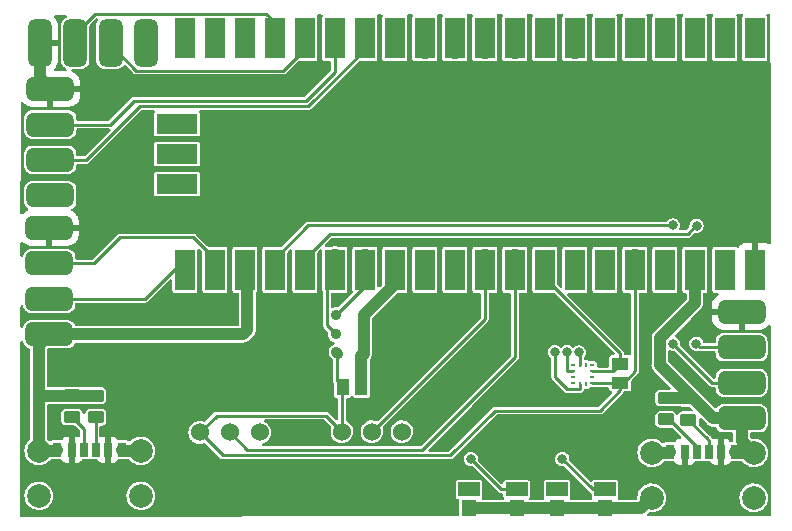
<source format=gtl>
%TF.GenerationSoftware,KiCad,Pcbnew,(6.0.6)*%
%TF.CreationDate,2022-06-29T14:14:22-05:00*%
%TF.ProjectId,FireflyV0,46697265-666c-4795-9630-2e6b69636164,rev?*%
%TF.SameCoordinates,Original*%
%TF.FileFunction,Copper,L1,Top*%
%TF.FilePolarity,Positive*%
%FSLAX46Y46*%
G04 Gerber Fmt 4.6, Leading zero omitted, Abs format (unit mm)*
G04 Created by KiCad (PCBNEW (6.0.6)) date 2022-06-29 14:14:22*
%MOMM*%
%LPD*%
G01*
G04 APERTURE LIST*
G04 Aperture macros list*
%AMRoundRect*
0 Rectangle with rounded corners*
0 $1 Rounding radius*
0 $2 $3 $4 $5 $6 $7 $8 $9 X,Y pos of 4 corners*
0 Add a 4 corners polygon primitive as box body*
4,1,4,$2,$3,$4,$5,$6,$7,$8,$9,$2,$3,0*
0 Add four circle primitives for the rounded corners*
1,1,$1+$1,$2,$3*
1,1,$1+$1,$4,$5*
1,1,$1+$1,$6,$7*
1,1,$1+$1,$8,$9*
0 Add four rect primitives between the rounded corners*
20,1,$1+$1,$2,$3,$4,$5,0*
20,1,$1+$1,$4,$5,$6,$7,0*
20,1,$1+$1,$6,$7,$8,$9,0*
20,1,$1+$1,$8,$9,$2,$3,0*%
%AMHorizOval*
0 Thick line with rounded ends*
0 $1 width*
0 $2 $3 position (X,Y) of the first rounded end (center of the circle)*
0 $4 $5 position (X,Y) of the second rounded end (center of the circle)*
0 Add line between two ends*
20,1,$1,$2,$3,$4,$5,0*
0 Add two circle primitives to create the rounded ends*
1,1,$1,$2,$3*
1,1,$1,$4,$5*%
G04 Aperture macros list end*
%TA.AperFunction,ComponentPad*%
%ADD10O,1.700000X1.700000*%
%TD*%
%TA.AperFunction,SMDPad,CuDef*%
%ADD11R,1.700000X3.500000*%
%TD*%
%TA.AperFunction,SMDPad,CuDef*%
%ADD12R,3.500000X1.700000*%
%TD*%
%TA.AperFunction,ComponentPad*%
%ADD13R,1.200000X1.400000*%
%TD*%
%TA.AperFunction,SMDPad,CuDef*%
%ADD14R,1.840000X1.200000*%
%TD*%
%TA.AperFunction,SMDPad,CuDef*%
%ADD15RoundRect,0.250000X-0.450000X0.262500X-0.450000X-0.262500X0.450000X-0.262500X0.450000X0.262500X0*%
%TD*%
%TA.AperFunction,SMDPad,CuDef*%
%ADD16R,0.410000X0.280000*%
%TD*%
%TA.AperFunction,SMDPad,CuDef*%
%ADD17R,0.280000X0.410000*%
%TD*%
%TA.AperFunction,SMDPad,CuDef*%
%ADD18R,1.470000X1.020000*%
%TD*%
%TA.AperFunction,SMDPad,CuDef*%
%ADD19RoundRect,0.500000X-1.500000X-0.500000X1.500000X-0.500000X1.500000X0.500000X-1.500000X0.500000X0*%
%TD*%
%TA.AperFunction,SMDPad,CuDef*%
%ADD20R,0.700000X1.200000*%
%TD*%
%TA.AperFunction,SMDPad,CuDef*%
%ADD21R,0.760000X1.200000*%
%TD*%
%TA.AperFunction,SMDPad,CuDef*%
%ADD22R,0.800000X1.200000*%
%TD*%
%TA.AperFunction,ComponentPad*%
%ADD23C,2.010000*%
%TD*%
%TA.AperFunction,ComponentPad*%
%ADD24C,1.524000*%
%TD*%
%TA.AperFunction,SMDPad,CuDef*%
%ADD25C,0.910000*%
%TD*%
%TA.AperFunction,SMDPad,CuDef*%
%ADD26HorizOval,0.910000X-0.070711X0.070711X0.070711X-0.070711X0*%
%TD*%
%TA.AperFunction,SMDPad,CuDef*%
%ADD27R,1.020000X1.470000*%
%TD*%
%TA.AperFunction,SMDPad,CuDef*%
%ADD28RoundRect,0.500000X0.500000X-1.500000X0.500000X1.500000X-0.500000X1.500000X-0.500000X-1.500000X0*%
%TD*%
%TA.AperFunction,ViaPad*%
%ADD29C,0.800000*%
%TD*%
%TA.AperFunction,Conductor*%
%ADD30C,0.250000*%
%TD*%
%TA.AperFunction,Conductor*%
%ADD31C,1.000000*%
%TD*%
G04 APERTURE END LIST*
D10*
X60710000Y-16060000D03*
X55630000Y-16060000D03*
X53090000Y-16060000D03*
D11*
X75950000Y-15160000D03*
X73410000Y-15160000D03*
X70870000Y-15160000D03*
X68330000Y-15160000D03*
X65790000Y-15160000D03*
X63250000Y-15160000D03*
X60710000Y-15160000D03*
X58170000Y-15160000D03*
X55630000Y-15160000D03*
X53090000Y-15160000D03*
X50550000Y-15160000D03*
D10*
X50550000Y-16060000D03*
D11*
X48010000Y-15160000D03*
D10*
X48010000Y-16060000D03*
D11*
X45470000Y-15160000D03*
X42930000Y-15160000D03*
X40390000Y-15160000D03*
X37850000Y-15160000D03*
X35310000Y-15160000D03*
X32770000Y-15160000D03*
X30230000Y-15160000D03*
X27690000Y-15160000D03*
X27690000Y-34740000D03*
X30230000Y-34740000D03*
X32770000Y-34740000D03*
X35310000Y-34740000D03*
X37850000Y-34740000D03*
X40390000Y-34740000D03*
D10*
X40390000Y-33800000D03*
X42930000Y-33840000D03*
D11*
X42930000Y-34740000D03*
X45470000Y-34740000D03*
X48010000Y-34740000D03*
X50550000Y-34740000D03*
D10*
X53090000Y-33840000D03*
D11*
X53090000Y-34740000D03*
D10*
X55630000Y-33840000D03*
D11*
X55630000Y-34740000D03*
X58170000Y-34740000D03*
X60710000Y-34740000D03*
X63250000Y-34740000D03*
D10*
X65790000Y-33840000D03*
D11*
X65790000Y-34740000D03*
X68330000Y-34740000D03*
X70870000Y-34740000D03*
X73410000Y-34740000D03*
D10*
X75950000Y-33840000D03*
D11*
X75950000Y-34740000D03*
D12*
X27020000Y-22410000D03*
X27020000Y-24950000D03*
X27020000Y-27490000D03*
D13*
X63265000Y-54950000D03*
D14*
X63265000Y-53350000D03*
X59215000Y-53350000D03*
D13*
X59215000Y-54950000D03*
X55785000Y-54950000D03*
D14*
X55785000Y-53350000D03*
X51735000Y-53350000D03*
D13*
X51735000Y-54950000D03*
D15*
X20140000Y-45410000D03*
X20140000Y-47235000D03*
X18120000Y-45385000D03*
X18120000Y-47210000D03*
X70330000Y-45625000D03*
X70330000Y-47450000D03*
X68420000Y-45600000D03*
X68420000Y-47425000D03*
D16*
X60585000Y-42850000D03*
X60585000Y-43350000D03*
X60585000Y-43850000D03*
X60585000Y-44350000D03*
D17*
X61130000Y-44415000D03*
X61630000Y-44415000D03*
D16*
X62175000Y-44350000D03*
X62175000Y-43850000D03*
X62175000Y-43350000D03*
X62175000Y-42850000D03*
D17*
X61630000Y-42785000D03*
X61130000Y-42785000D03*
D18*
X64550000Y-42700000D03*
X64550000Y-44300000D03*
D19*
X16300000Y-19450000D03*
X16300000Y-22450000D03*
X16300000Y-25450000D03*
X16300000Y-28450000D03*
D20*
X19133821Y-50002500D03*
D21*
X21153821Y-50002500D03*
D22*
X22383821Y-50002500D03*
D20*
X20133821Y-50002500D03*
D21*
X18113821Y-50002500D03*
D22*
X16883821Y-50002500D03*
D23*
X15313821Y-50082500D03*
X15313821Y-53882500D03*
X23953821Y-53882500D03*
X23953821Y-50082500D03*
D20*
X71030000Y-50170000D03*
D21*
X73050000Y-50170000D03*
D22*
X74280000Y-50170000D03*
D20*
X72030000Y-50170000D03*
D21*
X70010000Y-50170000D03*
D22*
X68780000Y-50170000D03*
D23*
X67210000Y-50250000D03*
X67210000Y-54050000D03*
X75850000Y-54050000D03*
X75850000Y-50250000D03*
D24*
X46070000Y-48460000D03*
X43530000Y-48460000D03*
X40990000Y-48460000D03*
X34030000Y-48520000D03*
X31490000Y-48520000D03*
X28950000Y-48520000D03*
D25*
X42820000Y-41870000D03*
X42820000Y-40220000D03*
X42820000Y-38570000D03*
X40480000Y-38570000D03*
X40480000Y-40220000D03*
D26*
X40580000Y-41770000D03*
D27*
X41040000Y-44660000D03*
X42640000Y-44660000D03*
D19*
X16210000Y-31210000D03*
X16210000Y-34210000D03*
X16210000Y-37210000D03*
X16210000Y-40210000D03*
D28*
X15400000Y-15560000D03*
X18400000Y-15560000D03*
X21400000Y-15560000D03*
X24400000Y-15560000D03*
D19*
X74820000Y-38310000D03*
X74820000Y-41310000D03*
X74820000Y-44310000D03*
X74820000Y-47310000D03*
D29*
X24480000Y-15630000D03*
X45470000Y-34800000D03*
X16300000Y-28410000D03*
X58190000Y-34690000D03*
X69000000Y-41000000D03*
X69010000Y-31000500D03*
X60050000Y-41740000D03*
X71000000Y-41000000D03*
X71010000Y-31010000D03*
X51900000Y-50770000D03*
X59650000Y-50790000D03*
X59020000Y-41730000D03*
X61050000Y-41750000D03*
D30*
X64550000Y-44970000D02*
X64550000Y-44300000D01*
X62850000Y-46670000D02*
X64550000Y-44970000D01*
X64500000Y-44350000D02*
X64550000Y-44300000D01*
X62175000Y-44350000D02*
X64500000Y-44350000D01*
X63900000Y-43350000D02*
X64550000Y-42700000D01*
X62175000Y-43350000D02*
X63900000Y-43350000D01*
X64845000Y-44300000D02*
X64550000Y-44300000D01*
X65790000Y-43355000D02*
X64845000Y-44300000D01*
X65790000Y-33840000D02*
X65790000Y-43355000D01*
X58170000Y-35450000D02*
X64550000Y-41830000D01*
X58170000Y-33840000D02*
X58170000Y-35450000D01*
X64550000Y-41830000D02*
X64550000Y-42700000D01*
X71030000Y-49735000D02*
X71030000Y-50170000D01*
X68720000Y-47425000D02*
X71030000Y-49735000D01*
X68420000Y-47425000D02*
X68720000Y-47425000D01*
X72030000Y-49180000D02*
X72030000Y-50170000D01*
X71970000Y-49120000D02*
X72030000Y-49180000D01*
X71970000Y-49090000D02*
X71970000Y-49120000D01*
X70330000Y-47450000D02*
X71970000Y-49090000D01*
D31*
X70305000Y-45600000D02*
X70330000Y-45625000D01*
X68420000Y-45600000D02*
X70305000Y-45600000D01*
X15340000Y-45410000D02*
X15313821Y-45436179D01*
X15313821Y-45436179D02*
X15313821Y-50082500D01*
X20140000Y-45410000D02*
X15340000Y-45410000D01*
X15313821Y-41106179D02*
X15313821Y-45436179D01*
D30*
X19133821Y-50002500D02*
X19133821Y-48223821D01*
X19133821Y-48223821D02*
X18120000Y-47210000D01*
X20133821Y-47241179D02*
X20140000Y-47235000D01*
X20133821Y-50002500D02*
X20133821Y-47241179D01*
D31*
X23953821Y-50082500D02*
X22463821Y-50082500D01*
X74360000Y-50250000D02*
X74280000Y-50170000D01*
X15313821Y-50082500D02*
X16803821Y-50082500D01*
X42820000Y-41870000D02*
X42820000Y-38570000D01*
X42640000Y-44660000D02*
X42640000Y-42050000D01*
X63265000Y-54950000D02*
X51735000Y-54950000D01*
X67900000Y-40544365D02*
X67900000Y-42790000D01*
X16803821Y-50082500D02*
X16883821Y-50002500D01*
X74820000Y-49220000D02*
X75850000Y-50250000D01*
X75850000Y-50250000D02*
X74360000Y-50250000D01*
X42640000Y-42050000D02*
X42820000Y-41870000D01*
X32770000Y-33840000D02*
X32990000Y-34060000D01*
X70870000Y-37574365D02*
X67900000Y-40544365D01*
X66310000Y-54950000D02*
X63265000Y-54950000D01*
X67210000Y-50250000D02*
X68700000Y-50250000D01*
X16210000Y-40210000D02*
X15313821Y-41106179D01*
X70870000Y-33840000D02*
X70870000Y-37574365D01*
X74800000Y-47330000D02*
X74820000Y-47310000D01*
X67900000Y-42790000D02*
X72440000Y-47330000D01*
X45470000Y-34800000D02*
X45470000Y-35920000D01*
X74820000Y-47310000D02*
X74820000Y-49220000D01*
X72440000Y-47330000D02*
X74800000Y-47330000D01*
X22463821Y-50082500D02*
X22383821Y-50002500D01*
X32640000Y-40210000D02*
X16210000Y-40210000D01*
X68700000Y-50250000D02*
X68780000Y-50170000D01*
X32990000Y-34060000D02*
X32990000Y-39860000D01*
X45470000Y-35920000D02*
X42820000Y-38570000D01*
X45470000Y-33840000D02*
X45470000Y-34800000D01*
X32990000Y-39860000D02*
X32640000Y-40210000D01*
X67210000Y-54050000D02*
X66310000Y-54950000D01*
D30*
X58170000Y-36150000D02*
X58170000Y-33840000D01*
X24320000Y-37210000D02*
X27690000Y-33840000D01*
X16210000Y-37210000D02*
X24320000Y-37210000D01*
X38150000Y-31000000D02*
X35310000Y-33840000D01*
X72310000Y-44310000D02*
X69000000Y-41000000D01*
X74820000Y-44310000D02*
X72310000Y-44310000D01*
X69000000Y-31000000D02*
X38150000Y-31000000D01*
X40480000Y-40220000D02*
X39700000Y-39440000D01*
X39700000Y-39440000D02*
X39700000Y-34490000D01*
X39700000Y-34490000D02*
X40390000Y-33800000D01*
X42930000Y-36120000D02*
X42930000Y-33840000D01*
X40480000Y-38570000D02*
X42930000Y-36120000D01*
D31*
X15400000Y-18550000D02*
X16300000Y-19450000D01*
X15400000Y-15560000D02*
X15400000Y-18550000D01*
D30*
X40990000Y-48460000D02*
X40990000Y-44710000D01*
X28950000Y-48520000D02*
X30900000Y-50470000D01*
X40990000Y-44710000D02*
X41040000Y-44660000D01*
X30376174Y-47093826D02*
X39623826Y-47093826D01*
X50177500Y-50470000D02*
X53977500Y-46670000D01*
X40580000Y-44200000D02*
X41040000Y-44660000D01*
X30900000Y-50470000D02*
X50177500Y-50470000D01*
X40580000Y-41770000D02*
X40580000Y-44200000D01*
X28950000Y-48520000D02*
X30376174Y-47093826D01*
X53977500Y-46670000D02*
X62850000Y-46670000D01*
X39623826Y-47093826D02*
X40990000Y-48460000D01*
X31490000Y-48520000D02*
X32990000Y-50020000D01*
X32990000Y-50020000D02*
X47780000Y-50020000D01*
X47780000Y-50020000D02*
X55630000Y-42170000D01*
X55630000Y-42170000D02*
X55630000Y-33840000D01*
X43530000Y-48460000D02*
X53090000Y-38900000D01*
X53090000Y-38900000D02*
X53090000Y-33840000D01*
X60050000Y-43310000D02*
X60050000Y-41740000D01*
X60090000Y-43350000D02*
X60050000Y-43310000D01*
X60585000Y-43350000D02*
X60090000Y-43350000D01*
X23920000Y-20890000D02*
X38146396Y-20890000D01*
X16300000Y-25450000D02*
X19360000Y-25450000D01*
X38146396Y-20890000D02*
X42930000Y-16106396D01*
X42930000Y-16106396D02*
X42930000Y-16060000D01*
X19360000Y-25450000D02*
X23920000Y-20890000D01*
X40390000Y-18010000D02*
X40390000Y-16060000D01*
X37960000Y-20440000D02*
X40390000Y-18010000D01*
X21370000Y-22450000D02*
X23380000Y-20440000D01*
X16300000Y-22450000D02*
X21370000Y-22450000D01*
X23380000Y-20440000D02*
X37960000Y-20440000D01*
X23558274Y-17885000D02*
X36025000Y-17885000D01*
X36025000Y-17885000D02*
X37850000Y-16060000D01*
X21400000Y-15726726D02*
X23558274Y-17885000D01*
X21400000Y-15560000D02*
X21400000Y-15726726D01*
X18400000Y-15560000D02*
X18400000Y-14760000D01*
X34580000Y-13070000D02*
X35310000Y-13800000D01*
X20090000Y-13070000D02*
X34580000Y-13070000D01*
X18400000Y-14760000D02*
X20090000Y-13070000D01*
X35310000Y-13800000D02*
X35310000Y-16060000D01*
X28400000Y-32010000D02*
X30230000Y-33840000D01*
X16210000Y-34210000D02*
X20000000Y-34210000D01*
X20000000Y-34210000D02*
X22200000Y-32010000D01*
X22200000Y-32010000D02*
X28400000Y-32010000D01*
X70275000Y-31725000D02*
X39965000Y-31725000D01*
X71310000Y-41310000D02*
X71000000Y-41000000D01*
X71000000Y-31000000D02*
X70275000Y-31725000D01*
X74820000Y-41310000D02*
X71310000Y-41310000D01*
X39965000Y-31725000D02*
X37850000Y-33840000D01*
X55785000Y-53350000D02*
X54480000Y-53350000D01*
X54480000Y-53350000D02*
X51900000Y-50770000D01*
X59650000Y-50790000D02*
X62210000Y-53350000D01*
X62210000Y-53350000D02*
X63265000Y-53350000D01*
X61130000Y-44840000D02*
X61140000Y-44850000D01*
X61140000Y-44850000D02*
X60080000Y-44850000D01*
X60080000Y-44850000D02*
X59020000Y-43790000D01*
X59020000Y-43790000D02*
X59020000Y-41730000D01*
X61130000Y-44415000D02*
X61130000Y-44840000D01*
X61130000Y-42785000D02*
X61130000Y-41830000D01*
X61130000Y-41830000D02*
X61050000Y-41750000D01*
%TA.AperFunction,Conductor*%
G36*
X77202204Y-13080102D02*
G01*
X77248790Y-13133677D01*
X77260267Y-13185949D01*
X77277330Y-21249500D01*
X77301092Y-32478505D01*
X77281234Y-32546668D01*
X77227677Y-32593275D01*
X77157424Y-32603527D01*
X77099527Y-32579598D01*
X77053648Y-32545214D01*
X77038054Y-32536676D01*
X76917606Y-32491522D01*
X76902351Y-32487895D01*
X76851486Y-32482369D01*
X76844672Y-32482000D01*
X76222115Y-32482000D01*
X76206876Y-32486475D01*
X76205671Y-32487865D01*
X76204000Y-32495548D01*
X76204000Y-35112000D01*
X76183998Y-35180121D01*
X76130342Y-35226614D01*
X76078000Y-35238000D01*
X75822000Y-35238000D01*
X75753879Y-35217998D01*
X75707386Y-35164342D01*
X75696000Y-35112000D01*
X75696000Y-32500116D01*
X75691525Y-32484877D01*
X75690135Y-32483672D01*
X75682452Y-32482001D01*
X75055331Y-32482001D01*
X75048510Y-32482371D01*
X74997648Y-32487895D01*
X74982396Y-32491521D01*
X74861946Y-32536676D01*
X74846351Y-32545214D01*
X74744276Y-32621715D01*
X74731715Y-32634276D01*
X74655214Y-32736351D01*
X74646676Y-32751946D01*
X74622925Y-32815301D01*
X74580283Y-32872065D01*
X74513722Y-32896765D01*
X74444373Y-32881557D01*
X74415848Y-32860166D01*
X74411443Y-32855761D01*
X74404552Y-32845448D01*
X74338231Y-32801133D01*
X74326062Y-32798712D01*
X74326061Y-32798712D01*
X74285816Y-32790707D01*
X74279748Y-32789500D01*
X72540252Y-32789500D01*
X72534184Y-32790707D01*
X72493939Y-32798712D01*
X72493938Y-32798712D01*
X72481769Y-32801133D01*
X72415448Y-32845448D01*
X72408557Y-32855761D01*
X72381159Y-32896765D01*
X72371133Y-32911769D01*
X72359500Y-32970252D01*
X72359500Y-36509748D01*
X72360707Y-36515816D01*
X72368712Y-36556058D01*
X72371133Y-36568231D01*
X72415448Y-36634552D01*
X72481769Y-36678867D01*
X72493938Y-36681288D01*
X72493939Y-36681288D01*
X72534184Y-36689293D01*
X72540252Y-36690500D01*
X72765511Y-36690500D01*
X72833632Y-36710502D01*
X72880125Y-36764158D01*
X72890229Y-36834432D01*
X72860735Y-36899012D01*
X72835604Y-36921204D01*
X72682221Y-37023885D01*
X72672734Y-37031678D01*
X72541678Y-37162734D01*
X72533885Y-37172221D01*
X72430778Y-37326241D01*
X72424978Y-37337057D01*
X72353752Y-37508167D01*
X72350162Y-37519909D01*
X72313233Y-37703055D01*
X72312077Y-37712267D01*
X72312000Y-37715319D01*
X72312000Y-38037885D01*
X72316475Y-38053124D01*
X72317865Y-38054329D01*
X72325548Y-38056000D01*
X74948000Y-38056000D01*
X75016121Y-38076002D01*
X75062614Y-38129658D01*
X75074000Y-38182000D01*
X75074000Y-39799885D01*
X75078475Y-39815124D01*
X75079865Y-39816329D01*
X75087548Y-39818000D01*
X76414681Y-39818000D01*
X76417733Y-39817923D01*
X76426945Y-39816767D01*
X76610091Y-39779838D01*
X76621833Y-39776248D01*
X76792943Y-39705022D01*
X76803759Y-39699222D01*
X76957779Y-39596115D01*
X76967266Y-39588322D01*
X77100948Y-39454640D01*
X77163260Y-39420614D01*
X77234075Y-39425679D01*
X77290911Y-39468226D01*
X77315722Y-39534746D01*
X77316043Y-39543468D01*
X77349733Y-55463892D01*
X77329875Y-55532055D01*
X77276318Y-55578662D01*
X77223894Y-55590159D01*
X72425545Y-55596195D01*
X66951924Y-55603081D01*
X66883778Y-55583165D01*
X66837217Y-55529567D01*
X66827025Y-55459306D01*
X66856437Y-55394688D01*
X66862670Y-55387986D01*
X66963329Y-55287327D01*
X67025641Y-55253301D01*
X67057371Y-55250519D01*
X67091668Y-55251866D01*
X67273361Y-55259005D01*
X67382992Y-55243109D01*
X67486910Y-55228042D01*
X67486915Y-55228041D01*
X67492624Y-55227213D01*
X67498088Y-55225358D01*
X67498093Y-55225357D01*
X67696953Y-55157853D01*
X67702421Y-55155997D01*
X67895728Y-55047740D01*
X68066069Y-54906069D01*
X68207740Y-54735728D01*
X68315997Y-54542421D01*
X68336308Y-54482586D01*
X68385357Y-54338093D01*
X68385358Y-54338088D01*
X68387213Y-54332624D01*
X68393883Y-54286628D01*
X68418472Y-54117035D01*
X68419005Y-54113361D01*
X68420664Y-54050000D01*
X68417752Y-54018309D01*
X74639751Y-54018309D01*
X74654241Y-54239390D01*
X74655662Y-54244986D01*
X74655663Y-54244991D01*
X74707357Y-54448533D01*
X74708778Y-54454128D01*
X74801534Y-54655332D01*
X74804865Y-54660045D01*
X74804866Y-54660047D01*
X74922554Y-54826570D01*
X74929404Y-54836263D01*
X75088104Y-54990863D01*
X75092900Y-54994068D01*
X75092903Y-54994070D01*
X75154437Y-55035185D01*
X75272321Y-55113952D01*
X75277624Y-55116230D01*
X75277627Y-55116232D01*
X75470577Y-55199130D01*
X75475884Y-55201410D01*
X75555913Y-55219519D01*
X75686340Y-55249032D01*
X75686346Y-55249033D01*
X75691977Y-55250307D01*
X75697748Y-55250534D01*
X75697750Y-55250534D01*
X75766085Y-55253219D01*
X75913361Y-55259005D01*
X76022992Y-55243109D01*
X76126910Y-55228042D01*
X76126915Y-55228041D01*
X76132624Y-55227213D01*
X76138088Y-55225358D01*
X76138093Y-55225357D01*
X76336953Y-55157853D01*
X76342421Y-55155997D01*
X76535728Y-55047740D01*
X76706069Y-54906069D01*
X76847740Y-54735728D01*
X76955997Y-54542421D01*
X76976308Y-54482586D01*
X77025357Y-54338093D01*
X77025358Y-54338088D01*
X77027213Y-54332624D01*
X77033883Y-54286628D01*
X77058472Y-54117035D01*
X77059005Y-54113361D01*
X77060664Y-54050000D01*
X77040391Y-53829374D01*
X76980252Y-53616137D01*
X76882261Y-53417430D01*
X76749699Y-53239908D01*
X76587006Y-53089516D01*
X76567220Y-53077032D01*
X76404510Y-52974369D01*
X76404509Y-52974369D01*
X76399630Y-52971290D01*
X76193847Y-52889191D01*
X76188187Y-52888065D01*
X76188183Y-52888064D01*
X75982216Y-52847095D01*
X75982214Y-52847095D01*
X75976549Y-52845968D01*
X75970774Y-52845892D01*
X75970770Y-52845892D01*
X75859557Y-52844437D01*
X75755012Y-52843068D01*
X75749315Y-52844047D01*
X75749314Y-52844047D01*
X75542354Y-52879609D01*
X75536657Y-52880588D01*
X75328796Y-52957272D01*
X75323835Y-52960224D01*
X75323834Y-52960224D01*
X75300059Y-52974369D01*
X75138390Y-53070552D01*
X74971815Y-53216634D01*
X74834652Y-53390625D01*
X74831963Y-53395736D01*
X74831961Y-53395739D01*
X74822310Y-53414083D01*
X74731492Y-53586699D01*
X74665792Y-53798289D01*
X74639751Y-54018309D01*
X68417752Y-54018309D01*
X68400391Y-53829374D01*
X68340252Y-53616137D01*
X68242261Y-53417430D01*
X68109699Y-53239908D01*
X67947006Y-53089516D01*
X67927220Y-53077032D01*
X67764510Y-52974369D01*
X67764509Y-52974369D01*
X67759630Y-52971290D01*
X67553847Y-52889191D01*
X67548187Y-52888065D01*
X67548183Y-52888064D01*
X67342216Y-52847095D01*
X67342214Y-52847095D01*
X67336549Y-52845968D01*
X67330774Y-52845892D01*
X67330770Y-52845892D01*
X67219557Y-52844437D01*
X67115012Y-52843068D01*
X67109315Y-52844047D01*
X67109314Y-52844047D01*
X66902354Y-52879609D01*
X66896657Y-52880588D01*
X66688796Y-52957272D01*
X66683835Y-52960224D01*
X66683834Y-52960224D01*
X66660059Y-52974369D01*
X66498390Y-53070552D01*
X66331815Y-53216634D01*
X66194652Y-53390625D01*
X66191963Y-53395736D01*
X66191961Y-53395739D01*
X66182310Y-53414083D01*
X66091492Y-53586699D01*
X66025792Y-53798289D01*
X65999751Y-54018309D01*
X66000129Y-54024075D01*
X66000129Y-54024076D01*
X66006105Y-54115260D01*
X65990601Y-54184543D01*
X65940101Y-54234445D01*
X65880375Y-54249500D01*
X64461750Y-54249500D01*
X64393629Y-54229498D01*
X64347136Y-54175842D01*
X64337032Y-54105568D01*
X64356984Y-54053499D01*
X64366973Y-54038549D01*
X64366974Y-54038547D01*
X64373867Y-54028231D01*
X64376982Y-54012574D01*
X64384293Y-53975816D01*
X64385500Y-53969748D01*
X64385500Y-52730252D01*
X64373867Y-52671769D01*
X64329552Y-52605448D01*
X64263231Y-52561133D01*
X64251062Y-52558712D01*
X64251061Y-52558712D01*
X64210816Y-52550707D01*
X64204748Y-52549500D01*
X62325252Y-52549500D01*
X62319184Y-52550707D01*
X62278939Y-52558712D01*
X62278938Y-52558712D01*
X62266769Y-52561133D01*
X62200448Y-52605448D01*
X62193557Y-52615761D01*
X62193555Y-52615763D01*
X62175724Y-52642448D01*
X62121246Y-52687975D01*
X62050803Y-52696821D01*
X61981865Y-52661539D01*
X60282709Y-50962383D01*
X60248683Y-50900071D01*
X60246882Y-50856842D01*
X60247772Y-50850086D01*
X60255682Y-50790000D01*
X60235044Y-50633238D01*
X60174536Y-50487159D01*
X60087671Y-50373954D01*
X60083305Y-50368264D01*
X60078282Y-50361718D01*
X59952841Y-50265464D01*
X59838999Y-50218309D01*
X65999751Y-50218309D01*
X66014241Y-50439390D01*
X66015662Y-50444986D01*
X66015663Y-50444991D01*
X66065552Y-50641426D01*
X66068778Y-50654128D01*
X66161534Y-50855332D01*
X66164865Y-50860045D01*
X66164866Y-50860047D01*
X66286070Y-51031545D01*
X66289404Y-51036263D01*
X66448104Y-51190863D01*
X66452900Y-51194068D01*
X66452903Y-51194070D01*
X66514437Y-51235185D01*
X66632321Y-51313952D01*
X66637624Y-51316230D01*
X66637627Y-51316232D01*
X66822552Y-51395682D01*
X66835884Y-51401410D01*
X66915913Y-51419519D01*
X67046340Y-51449032D01*
X67046346Y-51449033D01*
X67051977Y-51450307D01*
X67057748Y-51450534D01*
X67057750Y-51450534D01*
X67126085Y-51453219D01*
X67273361Y-51459005D01*
X67382992Y-51443109D01*
X67486910Y-51428042D01*
X67486915Y-51428041D01*
X67492624Y-51427213D01*
X67498088Y-51425358D01*
X67498093Y-51425357D01*
X67655619Y-51371884D01*
X67702421Y-51355997D01*
X67895728Y-51247740D01*
X68066069Y-51106069D01*
X68088256Y-51079392D01*
X68157670Y-50995931D01*
X68216608Y-50956347D01*
X68254544Y-50950500D01*
X68262833Y-50950500D01*
X68300443Y-50957981D01*
X68301769Y-50958867D01*
X68360252Y-50970500D01*
X69082354Y-50970500D01*
X69150475Y-50990502D01*
X69183180Y-51020935D01*
X69261715Y-51125724D01*
X69274276Y-51138285D01*
X69376351Y-51214786D01*
X69391946Y-51223324D01*
X69512394Y-51268478D01*
X69527649Y-51272105D01*
X69578514Y-51277631D01*
X69585328Y-51278000D01*
X69737885Y-51278000D01*
X69753124Y-51273525D01*
X69754329Y-51272135D01*
X69756000Y-51264452D01*
X69756000Y-50042000D01*
X69776002Y-49973879D01*
X69829658Y-49927386D01*
X69882000Y-49916000D01*
X70138000Y-49916000D01*
X70206121Y-49936002D01*
X70252614Y-49989658D01*
X70264000Y-50042000D01*
X70264000Y-51259884D01*
X70268475Y-51275123D01*
X70269865Y-51276328D01*
X70277548Y-51277999D01*
X70434669Y-51277999D01*
X70441490Y-51277629D01*
X70492352Y-51272105D01*
X70507604Y-51268479D01*
X70628054Y-51223324D01*
X70643649Y-51214786D01*
X70745724Y-51138285D01*
X70758285Y-51125724D01*
X70836820Y-51020935D01*
X70893679Y-50978420D01*
X70937646Y-50970500D01*
X71399748Y-50970500D01*
X71405816Y-50969293D01*
X71446061Y-50961288D01*
X71446062Y-50961288D01*
X71458231Y-50958867D01*
X71468547Y-50951974D01*
X71480017Y-50947223D01*
X71481555Y-50950937D01*
X71527751Y-50936472D01*
X71578289Y-50951312D01*
X71579983Y-50947223D01*
X71591453Y-50951974D01*
X71601769Y-50958867D01*
X71613938Y-50961288D01*
X71613939Y-50961288D01*
X71654184Y-50969293D01*
X71660252Y-50970500D01*
X72122354Y-50970500D01*
X72190475Y-50990502D01*
X72223180Y-51020935D01*
X72301715Y-51125724D01*
X72314276Y-51138285D01*
X72416351Y-51214786D01*
X72431946Y-51223324D01*
X72552394Y-51268478D01*
X72567649Y-51272105D01*
X72618514Y-51277631D01*
X72625328Y-51278000D01*
X72777885Y-51278000D01*
X72793124Y-51273525D01*
X72794329Y-51272135D01*
X72796000Y-51264452D01*
X72796000Y-49080116D01*
X72791525Y-49064877D01*
X72790135Y-49063672D01*
X72782452Y-49062001D01*
X72625331Y-49062001D01*
X72618510Y-49062371D01*
X72567648Y-49067895D01*
X72552397Y-49071521D01*
X72482458Y-49097740D01*
X72411651Y-49102923D01*
X72349282Y-49069002D01*
X72329797Y-49041224D01*
X72329554Y-49040316D01*
X72307945Y-49009456D01*
X72302039Y-49000185D01*
X72288707Y-48977094D01*
X72283194Y-48967545D01*
X72277264Y-48962569D01*
X72269624Y-48950576D01*
X72269554Y-48950316D01*
X72247940Y-48919448D01*
X72242036Y-48910179D01*
X72228707Y-48887092D01*
X72228704Y-48887088D01*
X72223194Y-48877545D01*
X72194324Y-48853320D01*
X72186221Y-48845894D01*
X71259418Y-47919091D01*
X71225392Y-47856779D01*
X71225439Y-47803791D01*
X71227519Y-47797869D01*
X71230500Y-47766334D01*
X71230500Y-47415347D01*
X71250502Y-47347226D01*
X71304158Y-47300733D01*
X71374432Y-47290629D01*
X71439012Y-47320123D01*
X71445595Y-47326252D01*
X71924418Y-47805075D01*
X71930271Y-47811340D01*
X71967831Y-47854396D01*
X72019473Y-47890690D01*
X72024758Y-47894616D01*
X72068476Y-47928895D01*
X72068480Y-47928897D01*
X72074457Y-47933584D01*
X72081380Y-47936710D01*
X72084328Y-47938495D01*
X72097288Y-47945887D01*
X72100334Y-47947520D01*
X72106547Y-47951887D01*
X72125781Y-47959386D01*
X72165366Y-47974820D01*
X72171445Y-47977375D01*
X72228984Y-48003355D01*
X72236455Y-48004740D01*
X72239723Y-48005764D01*
X72254164Y-48009877D01*
X72257437Y-48010717D01*
X72264513Y-48013476D01*
X72309183Y-48019356D01*
X72327106Y-48021716D01*
X72333623Y-48022748D01*
X72375035Y-48030423D01*
X72395692Y-48034252D01*
X72403272Y-48033815D01*
X72403273Y-48033815D01*
X72457145Y-48030709D01*
X72464397Y-48030500D01*
X72564964Y-48030500D01*
X72633085Y-48050502D01*
X72676378Y-48100683D01*
X72676873Y-48100383D01*
X72680808Y-48106880D01*
X72680810Y-48106884D01*
X72714795Y-48163000D01*
X72764703Y-48245408D01*
X72884592Y-48365297D01*
X73029617Y-48453127D01*
X73036864Y-48455398D01*
X73036866Y-48455399D01*
X73102106Y-48475844D01*
X73191406Y-48503829D01*
X73264007Y-48510500D01*
X73993500Y-48510500D01*
X74061621Y-48530502D01*
X74108114Y-48584158D01*
X74119500Y-48636500D01*
X74119500Y-49191359D01*
X74119208Y-49199930D01*
X74115653Y-49252071D01*
X74091064Y-49318673D01*
X74034370Y-49361409D01*
X73989945Y-49369500D01*
X73977646Y-49369500D01*
X73909525Y-49349498D01*
X73876820Y-49319065D01*
X73798285Y-49214276D01*
X73785724Y-49201715D01*
X73683649Y-49125214D01*
X73668054Y-49116676D01*
X73547606Y-49071522D01*
X73532351Y-49067895D01*
X73481486Y-49062369D01*
X73474672Y-49062000D01*
X73322115Y-49062000D01*
X73306876Y-49066475D01*
X73305671Y-49067865D01*
X73304000Y-49075548D01*
X73304000Y-51259884D01*
X73308475Y-51275123D01*
X73309865Y-51276328D01*
X73317548Y-51277999D01*
X73474669Y-51277999D01*
X73481490Y-51277629D01*
X73532352Y-51272105D01*
X73547604Y-51268479D01*
X73668054Y-51223324D01*
X73683649Y-51214786D01*
X73785724Y-51138285D01*
X73798285Y-51125724D01*
X73876820Y-51020935D01*
X73933679Y-50978420D01*
X73977646Y-50970500D01*
X74699748Y-50970500D01*
X74758231Y-50958867D01*
X74759557Y-50957981D01*
X74797167Y-50950500D01*
X74803550Y-50950500D01*
X74871671Y-50970502D01*
X74906445Y-51003777D01*
X74929404Y-51036263D01*
X75088104Y-51190863D01*
X75092900Y-51194068D01*
X75092903Y-51194070D01*
X75154437Y-51235185D01*
X75272321Y-51313952D01*
X75277624Y-51316230D01*
X75277627Y-51316232D01*
X75462552Y-51395682D01*
X75475884Y-51401410D01*
X75555913Y-51419519D01*
X75686340Y-51449032D01*
X75686346Y-51449033D01*
X75691977Y-51450307D01*
X75697748Y-51450534D01*
X75697750Y-51450534D01*
X75766085Y-51453219D01*
X75913361Y-51459005D01*
X76022992Y-51443109D01*
X76126910Y-51428042D01*
X76126915Y-51428041D01*
X76132624Y-51427213D01*
X76138088Y-51425358D01*
X76138093Y-51425357D01*
X76295619Y-51371884D01*
X76342421Y-51355997D01*
X76535728Y-51247740D01*
X76706069Y-51106069D01*
X76847740Y-50935728D01*
X76955997Y-50742421D01*
X76976938Y-50680731D01*
X77025357Y-50538093D01*
X77025358Y-50538088D01*
X77027213Y-50532624D01*
X77033806Y-50487159D01*
X77054893Y-50341718D01*
X77059005Y-50313361D01*
X77060664Y-50250000D01*
X77040391Y-50029374D01*
X76980252Y-49816137D01*
X76882261Y-49617430D01*
X76788426Y-49491769D01*
X76753152Y-49444532D01*
X76753151Y-49444531D01*
X76749699Y-49439908D01*
X76616940Y-49317187D01*
X76591247Y-49293436D01*
X76591245Y-49293434D01*
X76587006Y-49289516D01*
X76570937Y-49279377D01*
X76404510Y-49174369D01*
X76404509Y-49174369D01*
X76399630Y-49171290D01*
X76193847Y-49089191D01*
X76188187Y-49088065D01*
X76188183Y-49088064D01*
X75982216Y-49047095D01*
X75982214Y-49047095D01*
X75976549Y-49045968D01*
X75970774Y-49045892D01*
X75970770Y-49045892D01*
X75859557Y-49044437D01*
X75755012Y-49043068D01*
X75749317Y-49044047D01*
X75749312Y-49044047D01*
X75715808Y-49049804D01*
X75645284Y-49041627D01*
X75605376Y-49014719D01*
X75557405Y-48966748D01*
X75523379Y-48904436D01*
X75520500Y-48877653D01*
X75520500Y-48636499D01*
X75540502Y-48568378D01*
X75594158Y-48521885D01*
X75646500Y-48510499D01*
X76375992Y-48510499D01*
X76378850Y-48510236D01*
X76378859Y-48510236D01*
X76414243Y-48506985D01*
X76448594Y-48503829D01*
X76454979Y-48501828D01*
X76603134Y-48455399D01*
X76603136Y-48455398D01*
X76610383Y-48453127D01*
X76755408Y-48365297D01*
X76875297Y-48245408D01*
X76963127Y-48100383D01*
X76969830Y-48078996D01*
X76998134Y-47988675D01*
X77013829Y-47938594D01*
X77020500Y-47865993D01*
X77020499Y-46754008D01*
X77019211Y-46739981D01*
X77014440Y-46688060D01*
X77013829Y-46681406D01*
X76976632Y-46562711D01*
X76965399Y-46526866D01*
X76965398Y-46526864D01*
X76963127Y-46519617D01*
X76875297Y-46374592D01*
X76755408Y-46254703D01*
X76610383Y-46166873D01*
X76603136Y-46164602D01*
X76603134Y-46164601D01*
X76537894Y-46144156D01*
X76448594Y-46116171D01*
X76375993Y-46109500D01*
X76373095Y-46109500D01*
X74815963Y-46109501D01*
X73264008Y-46109501D01*
X73261150Y-46109764D01*
X73261141Y-46109764D01*
X73225757Y-46113015D01*
X73191406Y-46116171D01*
X73185028Y-46118170D01*
X73185027Y-46118170D01*
X73036866Y-46164601D01*
X73036864Y-46164602D01*
X73029617Y-46166873D01*
X72884592Y-46254703D01*
X72764703Y-46374592D01*
X72760766Y-46381093D01*
X72738768Y-46417416D01*
X72686371Y-46465323D01*
X72616391Y-46477296D01*
X72551047Y-46449535D01*
X72541897Y-46441240D01*
X68637405Y-42536748D01*
X68603379Y-42474436D01*
X68600500Y-42447653D01*
X68600500Y-41673071D01*
X68620502Y-41604950D01*
X68674158Y-41558457D01*
X68744432Y-41548353D01*
X68774718Y-41556662D01*
X68826986Y-41578312D01*
X68843238Y-41585044D01*
X69000000Y-41605682D01*
X69066843Y-41596882D01*
X69136990Y-41607821D01*
X69172383Y-41632709D01*
X72065889Y-44526215D01*
X72073316Y-44534319D01*
X72097545Y-44563194D01*
X72107094Y-44568707D01*
X72130185Y-44582039D01*
X72139456Y-44587945D01*
X72170316Y-44609554D01*
X72180966Y-44612408D01*
X72184134Y-44613885D01*
X72187410Y-44615077D01*
X72196955Y-44620588D01*
X72230699Y-44626538D01*
X72234058Y-44627130D01*
X72244785Y-44629508D01*
X72281193Y-44639264D01*
X72292178Y-44638303D01*
X72292180Y-44638303D01*
X72318728Y-44635980D01*
X72329710Y-44635500D01*
X72493501Y-44635500D01*
X72561622Y-44655502D01*
X72608115Y-44709158D01*
X72619501Y-44761500D01*
X72619501Y-44865992D01*
X72619764Y-44868850D01*
X72619764Y-44868859D01*
X72621544Y-44888231D01*
X72626171Y-44938594D01*
X72628170Y-44944972D01*
X72628170Y-44944973D01*
X72674314Y-45092216D01*
X72676873Y-45100383D01*
X72764703Y-45245408D01*
X72884592Y-45365297D01*
X73029617Y-45453127D01*
X73036864Y-45455398D01*
X73036866Y-45455399D01*
X73053383Y-45460575D01*
X73191406Y-45503829D01*
X73264007Y-45510500D01*
X73266905Y-45510500D01*
X74824037Y-45510499D01*
X76375992Y-45510499D01*
X76378850Y-45510236D01*
X76378859Y-45510236D01*
X76414243Y-45506985D01*
X76448594Y-45503829D01*
X76454979Y-45501828D01*
X76603134Y-45455399D01*
X76603136Y-45455398D01*
X76610383Y-45453127D01*
X76755408Y-45365297D01*
X76875297Y-45245408D01*
X76963127Y-45100383D01*
X76965687Y-45092216D01*
X76991673Y-45009293D01*
X77013829Y-44938594D01*
X77020500Y-44865993D01*
X77020499Y-43754008D01*
X77020234Y-43751116D01*
X77014809Y-43692078D01*
X77013829Y-43681406D01*
X77009356Y-43667133D01*
X76965399Y-43526866D01*
X76965398Y-43526864D01*
X76963127Y-43519617D01*
X76875297Y-43374592D01*
X76755408Y-43254703D01*
X76610383Y-43166873D01*
X76603136Y-43164602D01*
X76603134Y-43164601D01*
X76522395Y-43139299D01*
X76448594Y-43116171D01*
X76375993Y-43109500D01*
X76373095Y-43109500D01*
X74815963Y-43109501D01*
X73264008Y-43109501D01*
X73261150Y-43109764D01*
X73261141Y-43109764D01*
X73225757Y-43113015D01*
X73191406Y-43116171D01*
X73185028Y-43118170D01*
X73185027Y-43118170D01*
X73036866Y-43164601D01*
X73036864Y-43164602D01*
X73029617Y-43166873D01*
X72884592Y-43254703D01*
X72764703Y-43374592D01*
X72676873Y-43519617D01*
X72626171Y-43681406D01*
X72619500Y-43754007D01*
X72619500Y-43854984D01*
X72599498Y-43923105D01*
X72545842Y-43969598D01*
X72475568Y-43979702D01*
X72410988Y-43950208D01*
X72404405Y-43944079D01*
X69632709Y-41172383D01*
X69598683Y-41110071D01*
X69596882Y-41066842D01*
X69604604Y-41008188D01*
X69605682Y-41000000D01*
X70394318Y-41000000D01*
X70395396Y-41008188D01*
X70408878Y-41110591D01*
X70414956Y-41156762D01*
X70475464Y-41302841D01*
X70480491Y-41309392D01*
X70565830Y-41420608D01*
X70571718Y-41428282D01*
X70697159Y-41524536D01*
X70843238Y-41585044D01*
X71000000Y-41605682D01*
X71093464Y-41593377D01*
X71162360Y-41603983D01*
X71170316Y-41609554D01*
X71180962Y-41612407D01*
X71184125Y-41613882D01*
X71187410Y-41615078D01*
X71196955Y-41620588D01*
X71234076Y-41627134D01*
X71244783Y-41629508D01*
X71281193Y-41639263D01*
X71292168Y-41638303D01*
X71292170Y-41638303D01*
X71318731Y-41635979D01*
X71329712Y-41635500D01*
X72493501Y-41635500D01*
X72561622Y-41655502D01*
X72608115Y-41709158D01*
X72619501Y-41761500D01*
X72619501Y-41865992D01*
X72619764Y-41868850D01*
X72619764Y-41868859D01*
X72622494Y-41898574D01*
X72626171Y-41938594D01*
X72628170Y-41944972D01*
X72628170Y-41944973D01*
X72672975Y-42087943D01*
X72676873Y-42100383D01*
X72764703Y-42245408D01*
X72884592Y-42365297D01*
X73029617Y-42453127D01*
X73036864Y-42455398D01*
X73036866Y-42455399D01*
X73097614Y-42474436D01*
X73191406Y-42503829D01*
X73264007Y-42510500D01*
X73266905Y-42510500D01*
X74824037Y-42510499D01*
X76375992Y-42510499D01*
X76378850Y-42510236D01*
X76378859Y-42510236D01*
X76414243Y-42506985D01*
X76448594Y-42503829D01*
X76454979Y-42501828D01*
X76603134Y-42455399D01*
X76603136Y-42455398D01*
X76610383Y-42453127D01*
X76755408Y-42365297D01*
X76875297Y-42245408D01*
X76963127Y-42100383D01*
X76967026Y-42087943D01*
X76992070Y-42008026D01*
X77013829Y-41938594D01*
X77020500Y-41865993D01*
X77020499Y-40754008D01*
X77020234Y-40751116D01*
X77014440Y-40688060D01*
X77013829Y-40681406D01*
X77009299Y-40666951D01*
X76965399Y-40526866D01*
X76965398Y-40526864D01*
X76963127Y-40519617D01*
X76875297Y-40374592D01*
X76755408Y-40254703D01*
X76610383Y-40166873D01*
X76603136Y-40164602D01*
X76603134Y-40164601D01*
X76507509Y-40134634D01*
X76448594Y-40116171D01*
X76375993Y-40109500D01*
X76373095Y-40109500D01*
X74815963Y-40109501D01*
X73264008Y-40109501D01*
X73261150Y-40109764D01*
X73261141Y-40109764D01*
X73225757Y-40113015D01*
X73191406Y-40116171D01*
X73185028Y-40118170D01*
X73185027Y-40118170D01*
X73036866Y-40164601D01*
X73036864Y-40164602D01*
X73029617Y-40166873D01*
X72884592Y-40254703D01*
X72764703Y-40374592D01*
X72676873Y-40519617D01*
X72674602Y-40526864D01*
X72674601Y-40526866D01*
X72661472Y-40568761D01*
X72626171Y-40681406D01*
X72619500Y-40754007D01*
X72619500Y-40858500D01*
X72599498Y-40926621D01*
X72545842Y-40973114D01*
X72493500Y-40984500D01*
X71714140Y-40984500D01*
X71646019Y-40964498D01*
X71599526Y-40910842D01*
X71589218Y-40874945D01*
X71586122Y-40851427D01*
X71586122Y-40851426D01*
X71585044Y-40843238D01*
X71524536Y-40697159D01*
X71428282Y-40571718D01*
X71302841Y-40475464D01*
X71156762Y-40414956D01*
X71000000Y-40394318D01*
X70843238Y-40414956D01*
X70697159Y-40475464D01*
X70571718Y-40571718D01*
X70475464Y-40697159D01*
X70414956Y-40843238D01*
X70394318Y-41000000D01*
X69605682Y-41000000D01*
X69585044Y-40843238D01*
X69524536Y-40697159D01*
X69428282Y-40571718D01*
X69302841Y-40475464D01*
X69234319Y-40447081D01*
X69179039Y-40402534D01*
X69156618Y-40335171D01*
X69174176Y-40266379D01*
X69193443Y-40241578D01*
X70530340Y-38904681D01*
X72312000Y-38904681D01*
X72312077Y-38907733D01*
X72313233Y-38916945D01*
X72350162Y-39100091D01*
X72353752Y-39111833D01*
X72424978Y-39282943D01*
X72430778Y-39293759D01*
X72533885Y-39447779D01*
X72541678Y-39457266D01*
X72672734Y-39588322D01*
X72682221Y-39596115D01*
X72836241Y-39699222D01*
X72847057Y-39705022D01*
X73018167Y-39776248D01*
X73029909Y-39779838D01*
X73213055Y-39816767D01*
X73222267Y-39817923D01*
X73225319Y-39818000D01*
X74547885Y-39818000D01*
X74563124Y-39813525D01*
X74564329Y-39812135D01*
X74566000Y-39804452D01*
X74566000Y-38582115D01*
X74561525Y-38566876D01*
X74560135Y-38565671D01*
X74552452Y-38564000D01*
X72330115Y-38564000D01*
X72314876Y-38568475D01*
X72313671Y-38569865D01*
X72312000Y-38577548D01*
X72312000Y-38904681D01*
X70530340Y-38904681D01*
X71345067Y-38089954D01*
X71351333Y-38084100D01*
X71383545Y-38056000D01*
X71394396Y-38046534D01*
X71398761Y-38040323D01*
X71398764Y-38040320D01*
X71430705Y-37994872D01*
X71434638Y-37989577D01*
X71437839Y-37985495D01*
X71473583Y-37939908D01*
X71476711Y-37932981D01*
X71478486Y-37930050D01*
X71485903Y-37917047D01*
X71487519Y-37914033D01*
X71491887Y-37907818D01*
X71494646Y-37900742D01*
X71494648Y-37900738D01*
X71514819Y-37849001D01*
X71517375Y-37842920D01*
X71540231Y-37792300D01*
X71540231Y-37792299D01*
X71543355Y-37785381D01*
X71544739Y-37777915D01*
X71545757Y-37774666D01*
X71549877Y-37760201D01*
X71550717Y-37756928D01*
X71553476Y-37749852D01*
X71561716Y-37687259D01*
X71562748Y-37680742D01*
X71572868Y-37626140D01*
X71574252Y-37618673D01*
X71570709Y-37557221D01*
X71570500Y-37549969D01*
X71570500Y-36816500D01*
X71590502Y-36748379D01*
X71644158Y-36701886D01*
X71696500Y-36690500D01*
X71739748Y-36690500D01*
X71745816Y-36689293D01*
X71786061Y-36681288D01*
X71786062Y-36681288D01*
X71798231Y-36678867D01*
X71864552Y-36634552D01*
X71908867Y-36568231D01*
X71911289Y-36556058D01*
X71919293Y-36515816D01*
X71920500Y-36509748D01*
X71920500Y-32970252D01*
X71908867Y-32911769D01*
X71898842Y-32896765D01*
X71871443Y-32855761D01*
X71864552Y-32845448D01*
X71798231Y-32801133D01*
X71786062Y-32798712D01*
X71786061Y-32798712D01*
X71745816Y-32790707D01*
X71739748Y-32789500D01*
X70000252Y-32789500D01*
X69994184Y-32790707D01*
X69953939Y-32798712D01*
X69953938Y-32798712D01*
X69941769Y-32801133D01*
X69875448Y-32845448D01*
X69868557Y-32855761D01*
X69841159Y-32896765D01*
X69831133Y-32911769D01*
X69819500Y-32970252D01*
X69819500Y-36509748D01*
X69820707Y-36515816D01*
X69828712Y-36556058D01*
X69831133Y-36568231D01*
X69875448Y-36634552D01*
X69941769Y-36678867D01*
X69953938Y-36681288D01*
X69953939Y-36681288D01*
X69994184Y-36689293D01*
X70000252Y-36690500D01*
X70043500Y-36690500D01*
X70111621Y-36710502D01*
X70158114Y-36764158D01*
X70169500Y-36816500D01*
X70169500Y-37232018D01*
X70149498Y-37300139D01*
X70132595Y-37321113D01*
X67424925Y-40028783D01*
X67418660Y-40034636D01*
X67375604Y-40072196D01*
X67343292Y-40118172D01*
X67339317Y-40123828D01*
X67335384Y-40129123D01*
X67301105Y-40172841D01*
X67301103Y-40172845D01*
X67296416Y-40178822D01*
X67293290Y-40185745D01*
X67291505Y-40188693D01*
X67284113Y-40201653D01*
X67282480Y-40204699D01*
X67278113Y-40210912D01*
X67270786Y-40229705D01*
X67255180Y-40269731D01*
X67252625Y-40275810D01*
X67226645Y-40333349D01*
X67225260Y-40340820D01*
X67224236Y-40344088D01*
X67220123Y-40358529D01*
X67219283Y-40361802D01*
X67216524Y-40368878D01*
X67210644Y-40413548D01*
X67208284Y-40431471D01*
X67207252Y-40437988D01*
X67195748Y-40500057D01*
X67196185Y-40507637D01*
X67196185Y-40507638D01*
X67199291Y-40561509D01*
X67199500Y-40568761D01*
X67199500Y-42761359D01*
X67199208Y-42769929D01*
X67195322Y-42826930D01*
X67196627Y-42834406D01*
X67196627Y-42834409D01*
X67206178Y-42889132D01*
X67207141Y-42895658D01*
X67214724Y-42958320D01*
X67217409Y-42965427D01*
X67218218Y-42968720D01*
X67222177Y-42983191D01*
X67223166Y-42986467D01*
X67224473Y-42993954D01*
X67227528Y-43000913D01*
X67227528Y-43000914D01*
X67249847Y-43051760D01*
X67252339Y-43057866D01*
X67271951Y-43109766D01*
X67274655Y-43116923D01*
X67278954Y-43123178D01*
X67280535Y-43126203D01*
X67287825Y-43139299D01*
X67289566Y-43142243D01*
X67292621Y-43149202D01*
X67297246Y-43155230D01*
X67297247Y-43155231D01*
X67331042Y-43199273D01*
X67334919Y-43204609D01*
X67366381Y-43250386D01*
X67366386Y-43250392D01*
X67370688Y-43256651D01*
X67414612Y-43295786D01*
X67416657Y-43297608D01*
X67421933Y-43302589D01*
X68791249Y-44671905D01*
X68825275Y-44734217D01*
X68820210Y-44805032D01*
X68777663Y-44861868D01*
X68711143Y-44886679D01*
X68702154Y-44887000D01*
X67916166Y-44887000D01*
X67898248Y-44888694D01*
X67892278Y-44889258D01*
X67892277Y-44889258D01*
X67884631Y-44889981D01*
X67756816Y-44934866D01*
X67749246Y-44940458D01*
X67749243Y-44940459D01*
X67709656Y-44969699D01*
X67647850Y-45015350D01*
X67642258Y-45022921D01*
X67572959Y-45116743D01*
X67572958Y-45116746D01*
X67567366Y-45124316D01*
X67522481Y-45252131D01*
X67519500Y-45283666D01*
X67519500Y-45916334D01*
X67522481Y-45947869D01*
X67567366Y-46075684D01*
X67572958Y-46083254D01*
X67572959Y-46083257D01*
X67602108Y-46122721D01*
X67647850Y-46184650D01*
X67655421Y-46190242D01*
X67749243Y-46259541D01*
X67749246Y-46259542D01*
X67756816Y-46265134D01*
X67884631Y-46310019D01*
X67892277Y-46310742D01*
X67892278Y-46310742D01*
X67898248Y-46311306D01*
X67916166Y-46313000D01*
X68923834Y-46313000D01*
X68939182Y-46311549D01*
X68947723Y-46310742D01*
X68947725Y-46310742D01*
X68955369Y-46310019D01*
X68962617Y-46307474D01*
X68970112Y-46305829D01*
X68970205Y-46306254D01*
X69003955Y-46300500D01*
X69674853Y-46300500D01*
X69716600Y-46307617D01*
X69794631Y-46335019D01*
X69802277Y-46335742D01*
X69802278Y-46335742D01*
X69808248Y-46336306D01*
X69826166Y-46338000D01*
X70405153Y-46338000D01*
X70473274Y-46358002D01*
X70494248Y-46374905D01*
X70641248Y-46521905D01*
X70675274Y-46584217D01*
X70670209Y-46655032D01*
X70627662Y-46711868D01*
X70561142Y-46736679D01*
X70552153Y-46737000D01*
X69826166Y-46737000D01*
X69808248Y-46738694D01*
X69802278Y-46739258D01*
X69802277Y-46739258D01*
X69794631Y-46739981D01*
X69666816Y-46784866D01*
X69659246Y-46790458D01*
X69659243Y-46790459D01*
X69616829Y-46821787D01*
X69557850Y-46865350D01*
X69552258Y-46872921D01*
X69552255Y-46872924D01*
X69483894Y-46965477D01*
X69427333Y-47008388D01*
X69356551Y-47013908D01*
X69294022Y-46980284D01*
X69274102Y-46953497D01*
X69272634Y-46949316D01*
X69249996Y-46918666D01*
X69197742Y-46847921D01*
X69192150Y-46840350D01*
X69124670Y-46790508D01*
X69090757Y-46765459D01*
X69090754Y-46765458D01*
X69083184Y-46759866D01*
X68955369Y-46714981D01*
X68947723Y-46714258D01*
X68947722Y-46714258D01*
X68941752Y-46713694D01*
X68923834Y-46712000D01*
X67916166Y-46712000D01*
X67898248Y-46713694D01*
X67892278Y-46714258D01*
X67892277Y-46714258D01*
X67884631Y-46714981D01*
X67756816Y-46759866D01*
X67749246Y-46765458D01*
X67749243Y-46765459D01*
X67715330Y-46790508D01*
X67647850Y-46840350D01*
X67642258Y-46847921D01*
X67572959Y-46941743D01*
X67572958Y-46941746D01*
X67567366Y-46949316D01*
X67522481Y-47077131D01*
X67519500Y-47108666D01*
X67519500Y-47741334D01*
X67522481Y-47772869D01*
X67567366Y-47900684D01*
X67572958Y-47908254D01*
X67572959Y-47908257D01*
X67625955Y-47980007D01*
X67647850Y-48009650D01*
X67655421Y-48015242D01*
X67749243Y-48084541D01*
X67749246Y-48084542D01*
X67756816Y-48090134D01*
X67884631Y-48135019D01*
X67892277Y-48135742D01*
X67892278Y-48135742D01*
X67898248Y-48136306D01*
X67916166Y-48138000D01*
X68920483Y-48138000D01*
X68988604Y-48158002D01*
X69009579Y-48174905D01*
X69681579Y-48846906D01*
X69715604Y-48909218D01*
X69710539Y-48980034D01*
X69667992Y-49036869D01*
X69601472Y-49061680D01*
X69592483Y-49062001D01*
X69585331Y-49062001D01*
X69578510Y-49062371D01*
X69527648Y-49067895D01*
X69512396Y-49071521D01*
X69391946Y-49116676D01*
X69376351Y-49125214D01*
X69274276Y-49201715D01*
X69261715Y-49214276D01*
X69183180Y-49319065D01*
X69126321Y-49361580D01*
X69082354Y-49369500D01*
X68360252Y-49369500D01*
X68354184Y-49370707D01*
X68313939Y-49378712D01*
X68313938Y-49378712D01*
X68301769Y-49381133D01*
X68291454Y-49388025D01*
X68291450Y-49388027D01*
X68235969Y-49425099D01*
X68168217Y-49446314D01*
X68099750Y-49427531D01*
X68080438Y-49412859D01*
X67951247Y-49293436D01*
X67951245Y-49293434D01*
X67947006Y-49289516D01*
X67930937Y-49279377D01*
X67764510Y-49174369D01*
X67764509Y-49174369D01*
X67759630Y-49171290D01*
X67553847Y-49089191D01*
X67548187Y-49088065D01*
X67548183Y-49088064D01*
X67342216Y-49047095D01*
X67342214Y-49047095D01*
X67336549Y-49045968D01*
X67330774Y-49045892D01*
X67330770Y-49045892D01*
X67219557Y-49044437D01*
X67115012Y-49043068D01*
X67109315Y-49044047D01*
X67109314Y-49044047D01*
X66925988Y-49075548D01*
X66896657Y-49080588D01*
X66688796Y-49157272D01*
X66683835Y-49160224D01*
X66683834Y-49160224D01*
X66529454Y-49252071D01*
X66498390Y-49270552D01*
X66331815Y-49416634D01*
X66194652Y-49590625D01*
X66191963Y-49595736D01*
X66191961Y-49595739D01*
X66182310Y-49614083D01*
X66091492Y-49786699D01*
X66025792Y-49998289D01*
X65999751Y-50218309D01*
X59838999Y-50218309D01*
X59806762Y-50204956D01*
X59650000Y-50184318D01*
X59493238Y-50204956D01*
X59347159Y-50265464D01*
X59221718Y-50361718D01*
X59216695Y-50368264D01*
X59212329Y-50373954D01*
X59125464Y-50487159D01*
X59064956Y-50633238D01*
X59044318Y-50790000D01*
X59045538Y-50799264D01*
X59062841Y-50930694D01*
X59064956Y-50946762D01*
X59125464Y-51092841D01*
X59139014Y-51110500D01*
X59206372Y-51198282D01*
X59221718Y-51218282D01*
X59228264Y-51223305D01*
X59242085Y-51233910D01*
X59347159Y-51314536D01*
X59493238Y-51375044D01*
X59501426Y-51376122D01*
X59521555Y-51378772D01*
X59650000Y-51395682D01*
X59716843Y-51386882D01*
X59786990Y-51397821D01*
X59822383Y-51422709D01*
X61965889Y-53566215D01*
X61973316Y-53574319D01*
X61997545Y-53603194D01*
X62007094Y-53608707D01*
X62030185Y-53622039D01*
X62039456Y-53627945D01*
X62070316Y-53649554D01*
X62074735Y-53650738D01*
X62125036Y-53695028D01*
X62144500Y-53762305D01*
X62144500Y-53969748D01*
X62145707Y-53975816D01*
X62153019Y-54012574D01*
X62156133Y-54028231D01*
X62163026Y-54038547D01*
X62163027Y-54038549D01*
X62173016Y-54053499D01*
X62194230Y-54121252D01*
X62175447Y-54189719D01*
X62122629Y-54237161D01*
X62068250Y-54249500D01*
X60411750Y-54249500D01*
X60343629Y-54229498D01*
X60297136Y-54175842D01*
X60287032Y-54105568D01*
X60306984Y-54053499D01*
X60316973Y-54038549D01*
X60316974Y-54038547D01*
X60323867Y-54028231D01*
X60326982Y-54012574D01*
X60334293Y-53975816D01*
X60335500Y-53969748D01*
X60335500Y-52730252D01*
X60323867Y-52671769D01*
X60279552Y-52605448D01*
X60213231Y-52561133D01*
X60201062Y-52558712D01*
X60201061Y-52558712D01*
X60160816Y-52550707D01*
X60154748Y-52549500D01*
X58275252Y-52549500D01*
X58269184Y-52550707D01*
X58228939Y-52558712D01*
X58228938Y-52558712D01*
X58216769Y-52561133D01*
X58150448Y-52605448D01*
X58106133Y-52671769D01*
X58094500Y-52730252D01*
X58094500Y-53969748D01*
X58095707Y-53975816D01*
X58103019Y-54012574D01*
X58106133Y-54028231D01*
X58113026Y-54038547D01*
X58113027Y-54038549D01*
X58123016Y-54053499D01*
X58144230Y-54121252D01*
X58125447Y-54189719D01*
X58072629Y-54237161D01*
X58018250Y-54249500D01*
X56981750Y-54249500D01*
X56913629Y-54229498D01*
X56867136Y-54175842D01*
X56857032Y-54105568D01*
X56876984Y-54053499D01*
X56886973Y-54038549D01*
X56886974Y-54038547D01*
X56893867Y-54028231D01*
X56896982Y-54012574D01*
X56904293Y-53975816D01*
X56905500Y-53969748D01*
X56905500Y-52730252D01*
X56893867Y-52671769D01*
X56849552Y-52605448D01*
X56783231Y-52561133D01*
X56771062Y-52558712D01*
X56771061Y-52558712D01*
X56730816Y-52550707D01*
X56724748Y-52549500D01*
X54845252Y-52549500D01*
X54839184Y-52550707D01*
X54798939Y-52558712D01*
X54798938Y-52558712D01*
X54786769Y-52561133D01*
X54720448Y-52605448D01*
X54676133Y-52671769D01*
X54664500Y-52730252D01*
X54664500Y-52769984D01*
X54644498Y-52838105D01*
X54590842Y-52884598D01*
X54520568Y-52894702D01*
X54455988Y-52865208D01*
X54449405Y-52859079D01*
X52532709Y-50942383D01*
X52498683Y-50880071D01*
X52496882Y-50836842D01*
X52497990Y-50828431D01*
X52505682Y-50770000D01*
X52493930Y-50680731D01*
X52486122Y-50621426D01*
X52485044Y-50613238D01*
X52424536Y-50467159D01*
X52346242Y-50365124D01*
X52333305Y-50348264D01*
X52328282Y-50341718D01*
X52202841Y-50245464D01*
X52056762Y-50184956D01*
X51900000Y-50164318D01*
X51743238Y-50184956D01*
X51597159Y-50245464D01*
X51471718Y-50341718D01*
X51466695Y-50348264D01*
X51453758Y-50365124D01*
X51375464Y-50467159D01*
X51314956Y-50613238D01*
X51313878Y-50621426D01*
X51306070Y-50680731D01*
X51294318Y-50770000D01*
X51296087Y-50783437D01*
X51313349Y-50914552D01*
X51314956Y-50926762D01*
X51375464Y-51072841D01*
X51471718Y-51198282D01*
X51597159Y-51294536D01*
X51743238Y-51355044D01*
X51751426Y-51356122D01*
X51771555Y-51358772D01*
X51900000Y-51375682D01*
X51966843Y-51366882D01*
X52036990Y-51377821D01*
X52072383Y-51402709D01*
X54235889Y-53566215D01*
X54243316Y-53574319D01*
X54267545Y-53603194D01*
X54277094Y-53608707D01*
X54300185Y-53622039D01*
X54309456Y-53627945D01*
X54340316Y-53649554D01*
X54350966Y-53652408D01*
X54354134Y-53653885D01*
X54357410Y-53655077D01*
X54366955Y-53660588D01*
X54400699Y-53666538D01*
X54404058Y-53667130D01*
X54414785Y-53669508D01*
X54451193Y-53679264D01*
X54462178Y-53678303D01*
X54462180Y-53678303D01*
X54488728Y-53675980D01*
X54499710Y-53675500D01*
X54538500Y-53675500D01*
X54606621Y-53695502D01*
X54653114Y-53749158D01*
X54664500Y-53801500D01*
X54664500Y-53969748D01*
X54665707Y-53975816D01*
X54673019Y-54012574D01*
X54676133Y-54028231D01*
X54683026Y-54038547D01*
X54683027Y-54038549D01*
X54693016Y-54053499D01*
X54714230Y-54121252D01*
X54695447Y-54189719D01*
X54642629Y-54237161D01*
X54588250Y-54249500D01*
X52931750Y-54249500D01*
X52863629Y-54229498D01*
X52817136Y-54175842D01*
X52807032Y-54105568D01*
X52826984Y-54053499D01*
X52836973Y-54038549D01*
X52836974Y-54038547D01*
X52843867Y-54028231D01*
X52846982Y-54012574D01*
X52854293Y-53975816D01*
X52855500Y-53969748D01*
X52855500Y-52730252D01*
X52843867Y-52671769D01*
X52799552Y-52605448D01*
X52733231Y-52561133D01*
X52721062Y-52558712D01*
X52721061Y-52558712D01*
X52680816Y-52550707D01*
X52674748Y-52549500D01*
X50795252Y-52549500D01*
X50789184Y-52550707D01*
X50748939Y-52558712D01*
X50748938Y-52558712D01*
X50736769Y-52561133D01*
X50670448Y-52605448D01*
X50626133Y-52671769D01*
X50614500Y-52730252D01*
X50614500Y-53969748D01*
X50615707Y-53975816D01*
X50623019Y-54012574D01*
X50626133Y-54028231D01*
X50670448Y-54094552D01*
X50736769Y-54138867D01*
X50748938Y-54141288D01*
X50748939Y-54141288D01*
X50789184Y-54149293D01*
X50795252Y-54150500D01*
X50808500Y-54150500D01*
X50876621Y-54170502D01*
X50923114Y-54224158D01*
X50934500Y-54276500D01*
X50934500Y-55497390D01*
X50914498Y-55565511D01*
X50860842Y-55612004D01*
X50808659Y-55623390D01*
X13886218Y-55669841D01*
X13818072Y-55649925D01*
X13771511Y-55596327D01*
X13760059Y-55543782D01*
X13760130Y-55394688D01*
X13760857Y-53850809D01*
X14103572Y-53850809D01*
X14118062Y-54071890D01*
X14119483Y-54077486D01*
X14119484Y-54077491D01*
X14170027Y-54276500D01*
X14172599Y-54286628D01*
X14265355Y-54487832D01*
X14268686Y-54492545D01*
X14268687Y-54492547D01*
X14383733Y-54655332D01*
X14393225Y-54668763D01*
X14551925Y-54823363D01*
X14556721Y-54826568D01*
X14556724Y-54826570D01*
X14564176Y-54831549D01*
X14736142Y-54946452D01*
X14741445Y-54948730D01*
X14741448Y-54948732D01*
X14846975Y-54994070D01*
X14939705Y-55033910D01*
X14984513Y-55044049D01*
X15150161Y-55081532D01*
X15150167Y-55081533D01*
X15155798Y-55082807D01*
X15161569Y-55083034D01*
X15161571Y-55083034D01*
X15229906Y-55085719D01*
X15377182Y-55091505D01*
X15486814Y-55075609D01*
X15590731Y-55060542D01*
X15590736Y-55060541D01*
X15596445Y-55059713D01*
X15601909Y-55057858D01*
X15601914Y-55057857D01*
X15800774Y-54990353D01*
X15806242Y-54988497D01*
X15999549Y-54880240D01*
X16169890Y-54738569D01*
X16311561Y-54568228D01*
X16419818Y-54374921D01*
X16436115Y-54326910D01*
X16489178Y-54170593D01*
X16489179Y-54170588D01*
X16491034Y-54165124D01*
X16493155Y-54150500D01*
X16513153Y-54012574D01*
X16522826Y-53945861D01*
X16524485Y-53882500D01*
X16521573Y-53850809D01*
X22743572Y-53850809D01*
X22758062Y-54071890D01*
X22759483Y-54077486D01*
X22759484Y-54077491D01*
X22810027Y-54276500D01*
X22812599Y-54286628D01*
X22905355Y-54487832D01*
X22908686Y-54492545D01*
X22908687Y-54492547D01*
X23023733Y-54655332D01*
X23033225Y-54668763D01*
X23191925Y-54823363D01*
X23196721Y-54826568D01*
X23196724Y-54826570D01*
X23204176Y-54831549D01*
X23376142Y-54946452D01*
X23381445Y-54948730D01*
X23381448Y-54948732D01*
X23486975Y-54994070D01*
X23579705Y-55033910D01*
X23624513Y-55044049D01*
X23790161Y-55081532D01*
X23790167Y-55081533D01*
X23795798Y-55082807D01*
X23801569Y-55083034D01*
X23801571Y-55083034D01*
X23869906Y-55085719D01*
X24017182Y-55091505D01*
X24126814Y-55075609D01*
X24230731Y-55060542D01*
X24230736Y-55060541D01*
X24236445Y-55059713D01*
X24241909Y-55057858D01*
X24241914Y-55057857D01*
X24440774Y-54990353D01*
X24446242Y-54988497D01*
X24639549Y-54880240D01*
X24809890Y-54738569D01*
X24951561Y-54568228D01*
X25059818Y-54374921D01*
X25076115Y-54326910D01*
X25129178Y-54170593D01*
X25129179Y-54170588D01*
X25131034Y-54165124D01*
X25133155Y-54150500D01*
X25153153Y-54012574D01*
X25162826Y-53945861D01*
X25164485Y-53882500D01*
X25144212Y-53661874D01*
X25140738Y-53649554D01*
X25085642Y-53454201D01*
X25084073Y-53448637D01*
X24986082Y-53249930D01*
X24964602Y-53221164D01*
X24856973Y-53077032D01*
X24856972Y-53077031D01*
X24853520Y-53072408D01*
X24690827Y-52922016D01*
X24685944Y-52918935D01*
X24508331Y-52806869D01*
X24508330Y-52806869D01*
X24503451Y-52803790D01*
X24297668Y-52721691D01*
X24292008Y-52720565D01*
X24292004Y-52720564D01*
X24086037Y-52679595D01*
X24086035Y-52679595D01*
X24080370Y-52678468D01*
X24074595Y-52678392D01*
X24074591Y-52678392D01*
X23963378Y-52676937D01*
X23858833Y-52675568D01*
X23853136Y-52676547D01*
X23853135Y-52676547D01*
X23646175Y-52712109D01*
X23640478Y-52713088D01*
X23432617Y-52789772D01*
X23427656Y-52792724D01*
X23427655Y-52792724D01*
X23374793Y-52824174D01*
X23242211Y-52903052D01*
X23075636Y-53049134D01*
X22938473Y-53223125D01*
X22935784Y-53228236D01*
X22935782Y-53228239D01*
X22924370Y-53249930D01*
X22835313Y-53419199D01*
X22824445Y-53454201D01*
X22774163Y-53616137D01*
X22769613Y-53630789D01*
X22743572Y-53850809D01*
X16521573Y-53850809D01*
X16504212Y-53661874D01*
X16500738Y-53649554D01*
X16445642Y-53454201D01*
X16444073Y-53448637D01*
X16346082Y-53249930D01*
X16324602Y-53221164D01*
X16216973Y-53077032D01*
X16216972Y-53077031D01*
X16213520Y-53072408D01*
X16050827Y-52922016D01*
X16045944Y-52918935D01*
X15868331Y-52806869D01*
X15868330Y-52806869D01*
X15863451Y-52803790D01*
X15657668Y-52721691D01*
X15652008Y-52720565D01*
X15652004Y-52720564D01*
X15446037Y-52679595D01*
X15446035Y-52679595D01*
X15440370Y-52678468D01*
X15434595Y-52678392D01*
X15434591Y-52678392D01*
X15323378Y-52676937D01*
X15218833Y-52675568D01*
X15213136Y-52676547D01*
X15213135Y-52676547D01*
X15006175Y-52712109D01*
X15000478Y-52713088D01*
X14792617Y-52789772D01*
X14787656Y-52792724D01*
X14787655Y-52792724D01*
X14734793Y-52824174D01*
X14602211Y-52903052D01*
X14435636Y-53049134D01*
X14298473Y-53223125D01*
X14295784Y-53228236D01*
X14295782Y-53228239D01*
X14284370Y-53249930D01*
X14195313Y-53419199D01*
X14184445Y-53454201D01*
X14134163Y-53616137D01*
X14129613Y-53630789D01*
X14103572Y-53850809D01*
X13760857Y-53850809D01*
X13764154Y-46849077D01*
X13766974Y-40861418D01*
X13787008Y-40793306D01*
X13840686Y-40746839D01*
X13910964Y-40736768D01*
X13975531Y-40766291D01*
X14013887Y-40826036D01*
X14015690Y-40833361D01*
X14016171Y-40838594D01*
X14018170Y-40844974D01*
X14018171Y-40844977D01*
X14064187Y-40991812D01*
X14066873Y-41000383D01*
X14154703Y-41145408D01*
X14274592Y-41265297D01*
X14419617Y-41353127D01*
X14426864Y-41355398D01*
X14426866Y-41355399D01*
X14475230Y-41370555D01*
X14525001Y-41386153D01*
X14584022Y-41425609D01*
X14612342Y-41490713D01*
X14613321Y-41506386D01*
X14613321Y-45360050D01*
X14611211Y-45383010D01*
X14609569Y-45391871D01*
X14610006Y-45399451D01*
X14610006Y-45399452D01*
X14613112Y-45453323D01*
X14613321Y-45460575D01*
X14613321Y-49036219D01*
X14593319Y-49104340D01*
X14570401Y-49130948D01*
X14435636Y-49249134D01*
X14298473Y-49423125D01*
X14295784Y-49428236D01*
X14295782Y-49428239D01*
X14263951Y-49488740D01*
X14195313Y-49619199D01*
X14144892Y-49781583D01*
X14134163Y-49816137D01*
X14129613Y-49830789D01*
X14103572Y-50050809D01*
X14118062Y-50271890D01*
X14119483Y-50277486D01*
X14119484Y-50277491D01*
X14159137Y-50433623D01*
X14172599Y-50486628D01*
X14265355Y-50687832D01*
X14268686Y-50692545D01*
X14268687Y-50692547D01*
X14389891Y-50864045D01*
X14393225Y-50868763D01*
X14551925Y-51023363D01*
X14556721Y-51026568D01*
X14556724Y-51026570D01*
X14655223Y-51092384D01*
X14736142Y-51146452D01*
X14741445Y-51148730D01*
X14741448Y-51148732D01*
X14934398Y-51231630D01*
X14939705Y-51233910D01*
X14984513Y-51244049D01*
X15150161Y-51281532D01*
X15150167Y-51281533D01*
X15155798Y-51282807D01*
X15161569Y-51283034D01*
X15161571Y-51283034D01*
X15229906Y-51285719D01*
X15377182Y-51291505D01*
X15490165Y-51275123D01*
X15590731Y-51260542D01*
X15590736Y-51260541D01*
X15596445Y-51259713D01*
X15601909Y-51257858D01*
X15601914Y-51257857D01*
X15800774Y-51190353D01*
X15806242Y-51188497D01*
X15999549Y-51080240D01*
X16047577Y-51040296D01*
X16155019Y-50950937D01*
X16169890Y-50938569D01*
X16189865Y-50914552D01*
X16261491Y-50828431D01*
X16320429Y-50788847D01*
X16358365Y-50783000D01*
X16366654Y-50783000D01*
X16404264Y-50790481D01*
X16405590Y-50791367D01*
X16464073Y-50803000D01*
X17186175Y-50803000D01*
X17254296Y-50823002D01*
X17287001Y-50853435D01*
X17365536Y-50958224D01*
X17378097Y-50970785D01*
X17480172Y-51047286D01*
X17495767Y-51055824D01*
X17616215Y-51100978D01*
X17631470Y-51104605D01*
X17682335Y-51110131D01*
X17689149Y-51110500D01*
X17841706Y-51110500D01*
X17856945Y-51106025D01*
X17858150Y-51104635D01*
X17859821Y-51096952D01*
X17859821Y-48912616D01*
X17855346Y-48897377D01*
X17853956Y-48896172D01*
X17846273Y-48894501D01*
X17689152Y-48894501D01*
X17682331Y-48894871D01*
X17631469Y-48900395D01*
X17616217Y-48904021D01*
X17495767Y-48949176D01*
X17480172Y-48957714D01*
X17378097Y-49034215D01*
X17365536Y-49046776D01*
X17287001Y-49151565D01*
X17230142Y-49194080D01*
X17186175Y-49202000D01*
X16464073Y-49202000D01*
X16458005Y-49203207D01*
X16417760Y-49211212D01*
X16417759Y-49211212D01*
X16405590Y-49213633D01*
X16395275Y-49220525D01*
X16395271Y-49220527D01*
X16339790Y-49257599D01*
X16272038Y-49278814D01*
X16203571Y-49260031D01*
X16184259Y-49245359D01*
X16054792Y-49125681D01*
X16018347Y-49064752D01*
X16014321Y-49033156D01*
X16014321Y-47526334D01*
X17219500Y-47526334D01*
X17222481Y-47557869D01*
X17267366Y-47685684D01*
X17272958Y-47693254D01*
X17272959Y-47693257D01*
X17288709Y-47714580D01*
X17347850Y-47794650D01*
X17355421Y-47800242D01*
X17449243Y-47869541D01*
X17449246Y-47869542D01*
X17456816Y-47875134D01*
X17584631Y-47920019D01*
X17592277Y-47920742D01*
X17592278Y-47920742D01*
X17598248Y-47921306D01*
X17616166Y-47923000D01*
X18320483Y-47923000D01*
X18388604Y-47943002D01*
X18409579Y-47959905D01*
X18771417Y-48321744D01*
X18805442Y-48384056D01*
X18808321Y-48410839D01*
X18808321Y-48796036D01*
X18788319Y-48864157D01*
X18734663Y-48910650D01*
X18664389Y-48920754D01*
X18638090Y-48914018D01*
X18611424Y-48904021D01*
X18596172Y-48900395D01*
X18545307Y-48894869D01*
X18538493Y-48894500D01*
X18385936Y-48894500D01*
X18370697Y-48898975D01*
X18369492Y-48900365D01*
X18367821Y-48908048D01*
X18367821Y-51092384D01*
X18372296Y-51107623D01*
X18373686Y-51108828D01*
X18381369Y-51110499D01*
X18538490Y-51110499D01*
X18545311Y-51110129D01*
X18596173Y-51104605D01*
X18611425Y-51100979D01*
X18731875Y-51055824D01*
X18747470Y-51047286D01*
X18849545Y-50970785D01*
X18862106Y-50958224D01*
X18940641Y-50853435D01*
X18997500Y-50810920D01*
X19041467Y-50803000D01*
X19503569Y-50803000D01*
X19509637Y-50801793D01*
X19549882Y-50793788D01*
X19549883Y-50793788D01*
X19562052Y-50791367D01*
X19572368Y-50784474D01*
X19583838Y-50779723D01*
X19585376Y-50783437D01*
X19631572Y-50768972D01*
X19682110Y-50783812D01*
X19683804Y-50779723D01*
X19695274Y-50784474D01*
X19705590Y-50791367D01*
X19717759Y-50793788D01*
X19717760Y-50793788D01*
X19758005Y-50801793D01*
X19764073Y-50803000D01*
X20226175Y-50803000D01*
X20294296Y-50823002D01*
X20327001Y-50853435D01*
X20405536Y-50958224D01*
X20418097Y-50970785D01*
X20520172Y-51047286D01*
X20535767Y-51055824D01*
X20656215Y-51100978D01*
X20671470Y-51104605D01*
X20722335Y-51110131D01*
X20729149Y-51110500D01*
X20881706Y-51110500D01*
X20896945Y-51106025D01*
X20898150Y-51104635D01*
X20899821Y-51096952D01*
X20899821Y-51092384D01*
X21407821Y-51092384D01*
X21412296Y-51107623D01*
X21413686Y-51108828D01*
X21421369Y-51110499D01*
X21578490Y-51110499D01*
X21585311Y-51110129D01*
X21636173Y-51104605D01*
X21651425Y-51100979D01*
X21771875Y-51055824D01*
X21787470Y-51047286D01*
X21889545Y-50970785D01*
X21902106Y-50958224D01*
X21980641Y-50853435D01*
X22037500Y-50810920D01*
X22081467Y-50803000D01*
X22803569Y-50803000D01*
X22862052Y-50791367D01*
X22863378Y-50790481D01*
X22900988Y-50783000D01*
X22907371Y-50783000D01*
X22975492Y-50803002D01*
X23010266Y-50836277D01*
X23033225Y-50868763D01*
X23191925Y-51023363D01*
X23196721Y-51026568D01*
X23196724Y-51026570D01*
X23295223Y-51092384D01*
X23376142Y-51146452D01*
X23381445Y-51148730D01*
X23381448Y-51148732D01*
X23574398Y-51231630D01*
X23579705Y-51233910D01*
X23624513Y-51244049D01*
X23790161Y-51281532D01*
X23790167Y-51281533D01*
X23795798Y-51282807D01*
X23801569Y-51283034D01*
X23801571Y-51283034D01*
X23869906Y-51285719D01*
X24017182Y-51291505D01*
X24130165Y-51275123D01*
X24230731Y-51260542D01*
X24230736Y-51260541D01*
X24236445Y-51259713D01*
X24241909Y-51257858D01*
X24241914Y-51257857D01*
X24440774Y-51190353D01*
X24446242Y-51188497D01*
X24639549Y-51080240D01*
X24687577Y-51040296D01*
X24795019Y-50950937D01*
X24809890Y-50938569D01*
X24925749Y-50799264D01*
X24947870Y-50772666D01*
X24951561Y-50768228D01*
X25059818Y-50574921D01*
X25087019Y-50494789D01*
X25129178Y-50370593D01*
X25129179Y-50370588D01*
X25131034Y-50365124D01*
X25132257Y-50356695D01*
X25152321Y-50218309D01*
X25162826Y-50145861D01*
X25164485Y-50082500D01*
X25144212Y-49861874D01*
X25123011Y-49786699D01*
X25091903Y-49676400D01*
X25084073Y-49648637D01*
X24997428Y-49472937D01*
X24988637Y-49455111D01*
X24986082Y-49449930D01*
X24967801Y-49425448D01*
X24856973Y-49277032D01*
X24856972Y-49277031D01*
X24853520Y-49272408D01*
X24722793Y-49151565D01*
X24695068Y-49125936D01*
X24695066Y-49125934D01*
X24690827Y-49122016D01*
X24670951Y-49109475D01*
X24508331Y-49006869D01*
X24508330Y-49006869D01*
X24503451Y-49003790D01*
X24297668Y-48921691D01*
X24292008Y-48920565D01*
X24292004Y-48920564D01*
X24086037Y-48879595D01*
X24086035Y-48879595D01*
X24080370Y-48878468D01*
X24074595Y-48878392D01*
X24074591Y-48878392D01*
X23963378Y-48876937D01*
X23858833Y-48875568D01*
X23853136Y-48876547D01*
X23853135Y-48876547D01*
X23669809Y-48908048D01*
X23640478Y-48913088D01*
X23432617Y-48989772D01*
X23427656Y-48992724D01*
X23427655Y-48992724D01*
X23251140Y-49097740D01*
X23242211Y-49103052D01*
X23182663Y-49155274D01*
X23078940Y-49246236D01*
X23014536Y-49276113D01*
X22944203Y-49266427D01*
X22925860Y-49256269D01*
X22921962Y-49253664D01*
X22862052Y-49213633D01*
X22849883Y-49211212D01*
X22849882Y-49211212D01*
X22809637Y-49203207D01*
X22803569Y-49202000D01*
X22081467Y-49202000D01*
X22013346Y-49181998D01*
X21980641Y-49151565D01*
X21902106Y-49046776D01*
X21889545Y-49034215D01*
X21787470Y-48957714D01*
X21771875Y-48949176D01*
X21651427Y-48904022D01*
X21636172Y-48900395D01*
X21585307Y-48894869D01*
X21578493Y-48894500D01*
X21425936Y-48894500D01*
X21410697Y-48898975D01*
X21409492Y-48900365D01*
X21407821Y-48908048D01*
X21407821Y-51092384D01*
X20899821Y-51092384D01*
X20899821Y-48912616D01*
X20895346Y-48897377D01*
X20893956Y-48896172D01*
X20886273Y-48894501D01*
X20729152Y-48894501D01*
X20722331Y-48894871D01*
X20671469Y-48900395D01*
X20656221Y-48904020D01*
X20629552Y-48914018D01*
X20558744Y-48919201D01*
X20496375Y-48885281D01*
X20462246Y-48823026D01*
X20459321Y-48796036D01*
X20459321Y-48506496D01*
X27982937Y-48506496D01*
X27989202Y-48581106D01*
X27993694Y-48634590D01*
X27998732Y-48694590D01*
X28000431Y-48700515D01*
X28044264Y-48853378D01*
X28050760Y-48876034D01*
X28075324Y-48923831D01*
X28131510Y-49033156D01*
X28137040Y-49043917D01*
X28140865Y-49048743D01*
X28140867Y-49048746D01*
X28250456Y-49187014D01*
X28250460Y-49187019D01*
X28254285Y-49191844D01*
X28258978Y-49195838D01*
X28258979Y-49195839D01*
X28271151Y-49206198D01*
X28398030Y-49314180D01*
X28403408Y-49317186D01*
X28403410Y-49317187D01*
X28450062Y-49343260D01*
X28562800Y-49406267D01*
X28742317Y-49464595D01*
X28929745Y-49486945D01*
X28935880Y-49486473D01*
X28935882Y-49486473D01*
X29111803Y-49472937D01*
X29111807Y-49472936D01*
X29117945Y-49472464D01*
X29123877Y-49470808D01*
X29123881Y-49470807D01*
X29299748Y-49421703D01*
X29300482Y-49424332D01*
X29359505Y-49419355D01*
X29423385Y-49453711D01*
X30040515Y-50070842D01*
X30655895Y-50686222D01*
X30663315Y-50694318D01*
X30687545Y-50723194D01*
X30714747Y-50738899D01*
X30720184Y-50742038D01*
X30729452Y-50747942D01*
X30760316Y-50769553D01*
X30770962Y-50772406D01*
X30774130Y-50773883D01*
X30777407Y-50775076D01*
X30786955Y-50780588D01*
X30816508Y-50785799D01*
X30824069Y-50787132D01*
X30834803Y-50789512D01*
X30871193Y-50799263D01*
X30882169Y-50798303D01*
X30882172Y-50798303D01*
X30908731Y-50795979D01*
X30919712Y-50795500D01*
X50157790Y-50795500D01*
X50168772Y-50795980D01*
X50195320Y-50798303D01*
X50195322Y-50798303D01*
X50206307Y-50799264D01*
X50242715Y-50789508D01*
X50253442Y-50787130D01*
X50256801Y-50786538D01*
X50290545Y-50780588D01*
X50300090Y-50775077D01*
X50303366Y-50773885D01*
X50306534Y-50772408D01*
X50317184Y-50769554D01*
X50348047Y-50747943D01*
X50357315Y-50742039D01*
X50380406Y-50728707D01*
X50389955Y-50723194D01*
X50414185Y-50694317D01*
X50421611Y-50686215D01*
X54075421Y-47032405D01*
X54137733Y-46998379D01*
X54164516Y-46995500D01*
X62830290Y-46995500D01*
X62841272Y-46995980D01*
X62867820Y-46998303D01*
X62867822Y-46998303D01*
X62878807Y-46999264D01*
X62915215Y-46989508D01*
X62925942Y-46987130D01*
X62929301Y-46986538D01*
X62963045Y-46980588D01*
X62972590Y-46975077D01*
X62975866Y-46973885D01*
X62979034Y-46972408D01*
X62989684Y-46969554D01*
X63020544Y-46947945D01*
X63029815Y-46942039D01*
X63052906Y-46928707D01*
X63062455Y-46923194D01*
X63086685Y-46894317D01*
X63094111Y-46886215D01*
X64766215Y-45214111D01*
X64774319Y-45206684D01*
X64794749Y-45189541D01*
X64803194Y-45182455D01*
X64810258Y-45170220D01*
X64822039Y-45149815D01*
X64827945Y-45140544D01*
X64843230Y-45118715D01*
X64849554Y-45109684D01*
X64852409Y-45099031D01*
X64853883Y-45095869D01*
X64854779Y-45093408D01*
X64855657Y-45092216D01*
X64856208Y-45090885D01*
X64856823Y-45089566D01*
X64857113Y-45089064D01*
X64857307Y-45089155D01*
X64859568Y-45084812D01*
X64860588Y-45083045D01*
X64860588Y-45083044D01*
X64861866Y-45083782D01*
X64896872Y-45036236D01*
X64963193Y-45010897D01*
X64973181Y-45010500D01*
X65304748Y-45010500D01*
X65324154Y-45006640D01*
X65351061Y-45001288D01*
X65351062Y-45001288D01*
X65363231Y-44998867D01*
X65429552Y-44954552D01*
X65461061Y-44907396D01*
X65466974Y-44898547D01*
X65473867Y-44888231D01*
X65477716Y-44868884D01*
X65484293Y-44835816D01*
X65485500Y-44829748D01*
X65485500Y-44172016D01*
X65505502Y-44103895D01*
X65522405Y-44082921D01*
X66006215Y-43599111D01*
X66014319Y-43591684D01*
X66034749Y-43574541D01*
X66043194Y-43567455D01*
X66053147Y-43550216D01*
X66062039Y-43534815D01*
X66067945Y-43525544D01*
X66074757Y-43515816D01*
X66089554Y-43494684D01*
X66092408Y-43484034D01*
X66093885Y-43480866D01*
X66095077Y-43477590D01*
X66100588Y-43468045D01*
X66107130Y-43430942D01*
X66109509Y-43420210D01*
X66112111Y-43410500D01*
X66119264Y-43383807D01*
X66115979Y-43346257D01*
X66115500Y-43335276D01*
X66115500Y-36816500D01*
X66135502Y-36748379D01*
X66189158Y-36701886D01*
X66241500Y-36690500D01*
X66659748Y-36690500D01*
X66665816Y-36689293D01*
X66706061Y-36681288D01*
X66706062Y-36681288D01*
X66718231Y-36678867D01*
X66784552Y-36634552D01*
X66828867Y-36568231D01*
X66831289Y-36556058D01*
X66839293Y-36515816D01*
X66840500Y-36509748D01*
X67279500Y-36509748D01*
X67280707Y-36515816D01*
X67288712Y-36556058D01*
X67291133Y-36568231D01*
X67335448Y-36634552D01*
X67401769Y-36678867D01*
X67413938Y-36681288D01*
X67413939Y-36681288D01*
X67454184Y-36689293D01*
X67460252Y-36690500D01*
X69199748Y-36690500D01*
X69205816Y-36689293D01*
X69246061Y-36681288D01*
X69246062Y-36681288D01*
X69258231Y-36678867D01*
X69324552Y-36634552D01*
X69368867Y-36568231D01*
X69371289Y-36556058D01*
X69379293Y-36515816D01*
X69380500Y-36509748D01*
X69380500Y-32970252D01*
X69368867Y-32911769D01*
X69358842Y-32896765D01*
X69331443Y-32855761D01*
X69324552Y-32845448D01*
X69258231Y-32801133D01*
X69246062Y-32798712D01*
X69246061Y-32798712D01*
X69205816Y-32790707D01*
X69199748Y-32789500D01*
X67460252Y-32789500D01*
X67454184Y-32790707D01*
X67413939Y-32798712D01*
X67413938Y-32798712D01*
X67401769Y-32801133D01*
X67335448Y-32845448D01*
X67328557Y-32855761D01*
X67301159Y-32896765D01*
X67291133Y-32911769D01*
X67279500Y-32970252D01*
X67279500Y-36509748D01*
X66840500Y-36509748D01*
X66840500Y-33914373D01*
X66841494Y-33898581D01*
X66844728Y-33872978D01*
X66845171Y-33869474D01*
X66845583Y-33840000D01*
X66841101Y-33794288D01*
X66840500Y-33781994D01*
X66840500Y-32970252D01*
X66828867Y-32911769D01*
X66818842Y-32896765D01*
X66791443Y-32855761D01*
X66784552Y-32845448D01*
X66718231Y-32801133D01*
X66706062Y-32798712D01*
X66706061Y-32798712D01*
X66665816Y-32790707D01*
X66659748Y-32789500D01*
X65852089Y-32789500D01*
X65838919Y-32788810D01*
X65803498Y-32785087D01*
X65803496Y-32785087D01*
X65797369Y-32784443D01*
X65749382Y-32788810D01*
X65747503Y-32788981D01*
X65736084Y-32789500D01*
X64920252Y-32789500D01*
X64914184Y-32790707D01*
X64873939Y-32798712D01*
X64873938Y-32798712D01*
X64861769Y-32801133D01*
X64795448Y-32845448D01*
X64788557Y-32855761D01*
X64761159Y-32896765D01*
X64751133Y-32911769D01*
X64739500Y-32970252D01*
X64739500Y-33773817D01*
X64738715Y-33787862D01*
X64736137Y-33810842D01*
X64734520Y-33825262D01*
X64737318Y-33858581D01*
X64739058Y-33879302D01*
X64739500Y-33889846D01*
X64739500Y-36509748D01*
X64740707Y-36515816D01*
X64748712Y-36556058D01*
X64751133Y-36568231D01*
X64795448Y-36634552D01*
X64861769Y-36678867D01*
X64873938Y-36681288D01*
X64873939Y-36681288D01*
X64914184Y-36689293D01*
X64920252Y-36690500D01*
X65338500Y-36690500D01*
X65406621Y-36710502D01*
X65453114Y-36764158D01*
X65464500Y-36816500D01*
X65464500Y-41867745D01*
X65444498Y-41935866D01*
X65390842Y-41982359D01*
X65317013Y-41990965D01*
X65316979Y-41991314D01*
X65315373Y-41991156D01*
X65313923Y-41991325D01*
X65304748Y-41989500D01*
X65001500Y-41989500D01*
X64933379Y-41969498D01*
X64886886Y-41915842D01*
X64875500Y-41863500D01*
X64875500Y-41849711D01*
X64875980Y-41838729D01*
X64878303Y-41812176D01*
X64879264Y-41801194D01*
X64873973Y-41781446D01*
X64869511Y-41764792D01*
X64867133Y-41754065D01*
X64862504Y-41727815D01*
X64862502Y-41727810D01*
X64860588Y-41716955D01*
X64855075Y-41707407D01*
X64853883Y-41704131D01*
X64852409Y-41700969D01*
X64849554Y-41690316D01*
X64827945Y-41659456D01*
X64822039Y-41650185D01*
X64808707Y-41627094D01*
X64803194Y-41617545D01*
X64774317Y-41593315D01*
X64766215Y-41585889D01*
X60085921Y-36905595D01*
X60051895Y-36843283D01*
X60056960Y-36772468D01*
X60099507Y-36715632D01*
X60166027Y-36690821D01*
X60175016Y-36690500D01*
X61579748Y-36690500D01*
X61585816Y-36689293D01*
X61626061Y-36681288D01*
X61626062Y-36681288D01*
X61638231Y-36678867D01*
X61704552Y-36634552D01*
X61748867Y-36568231D01*
X61751289Y-36556058D01*
X61759293Y-36515816D01*
X61760500Y-36509748D01*
X62199500Y-36509748D01*
X62200707Y-36515816D01*
X62208712Y-36556058D01*
X62211133Y-36568231D01*
X62255448Y-36634552D01*
X62321769Y-36678867D01*
X62333938Y-36681288D01*
X62333939Y-36681288D01*
X62374184Y-36689293D01*
X62380252Y-36690500D01*
X64119748Y-36690500D01*
X64125816Y-36689293D01*
X64166061Y-36681288D01*
X64166062Y-36681288D01*
X64178231Y-36678867D01*
X64244552Y-36634552D01*
X64288867Y-36568231D01*
X64291289Y-36556058D01*
X64299293Y-36515816D01*
X64300500Y-36509748D01*
X64300500Y-32970252D01*
X64288867Y-32911769D01*
X64278842Y-32896765D01*
X64251443Y-32855761D01*
X64244552Y-32845448D01*
X64178231Y-32801133D01*
X64166062Y-32798712D01*
X64166061Y-32798712D01*
X64125816Y-32790707D01*
X64119748Y-32789500D01*
X62380252Y-32789500D01*
X62374184Y-32790707D01*
X62333939Y-32798712D01*
X62333938Y-32798712D01*
X62321769Y-32801133D01*
X62255448Y-32845448D01*
X62248557Y-32855761D01*
X62221159Y-32896765D01*
X62211133Y-32911769D01*
X62199500Y-32970252D01*
X62199500Y-36509748D01*
X61760500Y-36509748D01*
X61760500Y-32970252D01*
X61748867Y-32911769D01*
X61738842Y-32896765D01*
X61711443Y-32855761D01*
X61704552Y-32845448D01*
X61638231Y-32801133D01*
X61626062Y-32798712D01*
X61626061Y-32798712D01*
X61585816Y-32790707D01*
X61579748Y-32789500D01*
X59840252Y-32789500D01*
X59834184Y-32790707D01*
X59793939Y-32798712D01*
X59793938Y-32798712D01*
X59781769Y-32801133D01*
X59715448Y-32845448D01*
X59708557Y-32855761D01*
X59681159Y-32896765D01*
X59671133Y-32911769D01*
X59659500Y-32970252D01*
X59659500Y-36174984D01*
X59639498Y-36243105D01*
X59585842Y-36289598D01*
X59515568Y-36299702D01*
X59450988Y-36270208D01*
X59444405Y-36264079D01*
X59257405Y-36077079D01*
X59223379Y-36014767D01*
X59220500Y-35987984D01*
X59220500Y-32970252D01*
X59208867Y-32911769D01*
X59198842Y-32896765D01*
X59171443Y-32855761D01*
X59164552Y-32845448D01*
X59098231Y-32801133D01*
X59086062Y-32798712D01*
X59086061Y-32798712D01*
X59045816Y-32790707D01*
X59039748Y-32789500D01*
X57300252Y-32789500D01*
X57294184Y-32790707D01*
X57253939Y-32798712D01*
X57253938Y-32798712D01*
X57241769Y-32801133D01*
X57175448Y-32845448D01*
X57168557Y-32855761D01*
X57141159Y-32896765D01*
X57131133Y-32911769D01*
X57119500Y-32970252D01*
X57119500Y-36509748D01*
X57120707Y-36515816D01*
X57128712Y-36556058D01*
X57131133Y-36568231D01*
X57175448Y-36634552D01*
X57241769Y-36678867D01*
X57253938Y-36681288D01*
X57253939Y-36681288D01*
X57294184Y-36689293D01*
X57300252Y-36690500D01*
X58897984Y-36690500D01*
X58966105Y-36710502D01*
X58987079Y-36727405D01*
X64034079Y-41774405D01*
X64068105Y-41836717D01*
X64063040Y-41907532D01*
X64020493Y-41964368D01*
X63953973Y-41989179D01*
X63944984Y-41989500D01*
X63795252Y-41989500D01*
X63789184Y-41990707D01*
X63748939Y-41998712D01*
X63748938Y-41998712D01*
X63736769Y-42001133D01*
X63726453Y-42008026D01*
X63702342Y-42024137D01*
X63670448Y-42045448D01*
X63663557Y-42055761D01*
X63635724Y-42097416D01*
X63626133Y-42111769D01*
X63614500Y-42170252D01*
X63614500Y-42898500D01*
X63594498Y-42966621D01*
X63540842Y-43013114D01*
X63488500Y-43024500D01*
X62706500Y-43024500D01*
X62638379Y-43004498D01*
X62591886Y-42950842D01*
X62580500Y-42898500D01*
X62580500Y-42690252D01*
X62568867Y-42631769D01*
X62524552Y-42565448D01*
X62458231Y-42521133D01*
X62446062Y-42518712D01*
X62446061Y-42518712D01*
X62405816Y-42510707D01*
X62399748Y-42509500D01*
X62031381Y-42509500D01*
X61963260Y-42489498D01*
X61926616Y-42453502D01*
X61921445Y-42445763D01*
X61921443Y-42445761D01*
X61914552Y-42435448D01*
X61848231Y-42391133D01*
X61836062Y-42388712D01*
X61836061Y-42388712D01*
X61795816Y-42380707D01*
X61789748Y-42379500D01*
X61581500Y-42379500D01*
X61513379Y-42359498D01*
X61466886Y-42305842D01*
X61455500Y-42253500D01*
X61455500Y-42250744D01*
X61475502Y-42182623D01*
X61481537Y-42174040D01*
X61506458Y-42141562D01*
X61574536Y-42052841D01*
X61635044Y-41906762D01*
X61655682Y-41750000D01*
X61635044Y-41593238D01*
X61574536Y-41447159D01*
X61502383Y-41353127D01*
X61483305Y-41328264D01*
X61478282Y-41321718D01*
X61463573Y-41310431D01*
X61409883Y-41269234D01*
X61352841Y-41225464D01*
X61206762Y-41164956D01*
X61050000Y-41144318D01*
X60893238Y-41164956D01*
X60747159Y-41225464D01*
X60740608Y-41230491D01*
X60740603Y-41230494D01*
X60633019Y-41313046D01*
X60566799Y-41338647D01*
X60497250Y-41324382D01*
X60478948Y-41310850D01*
X60478282Y-41311718D01*
X60456770Y-41295211D01*
X60352841Y-41215464D01*
X60206762Y-41154956D01*
X60175073Y-41150784D01*
X60058188Y-41135396D01*
X60050000Y-41134318D01*
X60041812Y-41135396D01*
X59924928Y-41150784D01*
X59893238Y-41154956D01*
X59747159Y-41215464D01*
X59621718Y-41311718D01*
X59620731Y-41310431D01*
X59566783Y-41339890D01*
X59495968Y-41334825D01*
X59452007Y-41306572D01*
X59448282Y-41301718D01*
X59322841Y-41205464D01*
X59176762Y-41144956D01*
X59020000Y-41124318D01*
X58863238Y-41144956D01*
X58717159Y-41205464D01*
X58591718Y-41301718D01*
X58586695Y-41308264D01*
X58576181Y-41321966D01*
X58495464Y-41427159D01*
X58475448Y-41475482D01*
X58441079Y-41558457D01*
X58434956Y-41573238D01*
X58414318Y-41730000D01*
X58415396Y-41738188D01*
X58431894Y-41863500D01*
X58434956Y-41886762D01*
X58495464Y-42032841D01*
X58591718Y-42158282D01*
X58644532Y-42198807D01*
X58645204Y-42199323D01*
X58687071Y-42256661D01*
X58694500Y-42299286D01*
X58694500Y-43770290D01*
X58694020Y-43781272D01*
X58692400Y-43799792D01*
X58690736Y-43818807D01*
X58693590Y-43829456D01*
X58700491Y-43855210D01*
X58702870Y-43865942D01*
X58709412Y-43903045D01*
X58714923Y-43912590D01*
X58716115Y-43915866D01*
X58717592Y-43919034D01*
X58720446Y-43929684D01*
X58735807Y-43951621D01*
X58742055Y-43960544D01*
X58747961Y-43969815D01*
X58756440Y-43984500D01*
X58766806Y-44002455D01*
X58787470Y-44019794D01*
X58795681Y-44026684D01*
X58803785Y-44034111D01*
X59835895Y-45066222D01*
X59843315Y-45074318D01*
X59867545Y-45103194D01*
X59877088Y-45108704D01*
X59877092Y-45108707D01*
X59900179Y-45122036D01*
X59909449Y-45127941D01*
X59929171Y-45141750D01*
X59940316Y-45149554D01*
X59950964Y-45152407D01*
X59954135Y-45153886D01*
X59957411Y-45155078D01*
X59966955Y-45160588D01*
X60004076Y-45167134D01*
X60014783Y-45169508D01*
X60051193Y-45179263D01*
X60062168Y-45178303D01*
X60062170Y-45178303D01*
X60088731Y-45175979D01*
X60099712Y-45175500D01*
X61084640Y-45175500D01*
X61095622Y-45175980D01*
X61100550Y-45176411D01*
X61111193Y-45179263D01*
X61122168Y-45178303D01*
X61122169Y-45178303D01*
X61148731Y-45175979D01*
X61159712Y-45175500D01*
X61168475Y-45175500D01*
X61177113Y-45173977D01*
X61188002Y-45172544D01*
X61204588Y-45171093D01*
X61225545Y-45169259D01*
X61235540Y-45164598D01*
X61238914Y-45163694D01*
X61242188Y-45162502D01*
X61253045Y-45160588D01*
X61285689Y-45141741D01*
X61295424Y-45136674D01*
X61319588Y-45125406D01*
X61329579Y-45120747D01*
X61337374Y-45112952D01*
X61340236Y-45110948D01*
X61342908Y-45108706D01*
X61352455Y-45103194D01*
X61376685Y-45074317D01*
X61384111Y-45066215D01*
X61410747Y-45039579D01*
X61415405Y-45029591D01*
X61417409Y-45026729D01*
X61419155Y-45023705D01*
X61426240Y-45015261D01*
X61439127Y-44979855D01*
X61443333Y-44969699D01*
X61454601Y-44945535D01*
X61459259Y-44935546D01*
X61460219Y-44924566D01*
X61461500Y-44919786D01*
X61462109Y-44917853D01*
X61462548Y-44915875D01*
X61462925Y-44914468D01*
X61463125Y-44913918D01*
X61463332Y-44913974D01*
X61464806Y-44909300D01*
X61465499Y-44907396D01*
X61469694Y-44908923D01*
X61484807Y-44869812D01*
X61542139Y-44827935D01*
X61584782Y-44820500D01*
X61789748Y-44820500D01*
X61795816Y-44819293D01*
X61836061Y-44811288D01*
X61836062Y-44811288D01*
X61848231Y-44808867D01*
X61914552Y-44764552D01*
X61921443Y-44754239D01*
X61921445Y-44754237D01*
X61926616Y-44746498D01*
X61981093Y-44700970D01*
X62031381Y-44690500D01*
X62399748Y-44690500D01*
X62458231Y-44678867D01*
X62458609Y-44680768D01*
X62485096Y-44675500D01*
X63488500Y-44675500D01*
X63556621Y-44695502D01*
X63603114Y-44749158D01*
X63614500Y-44801500D01*
X63614500Y-44829748D01*
X63615707Y-44835816D01*
X63622285Y-44868884D01*
X63626133Y-44888231D01*
X63633026Y-44898547D01*
X63638939Y-44907396D01*
X63670448Y-44954552D01*
X63736769Y-44998867D01*
X63775847Y-45006640D01*
X63838756Y-45039548D01*
X63873888Y-45101243D01*
X63870088Y-45172138D01*
X63840360Y-45219314D01*
X62752079Y-46307595D01*
X62689767Y-46341621D01*
X62662984Y-46344500D01*
X53997211Y-46344500D01*
X53986229Y-46344020D01*
X53959679Y-46341697D01*
X53959678Y-46341697D01*
X53948694Y-46340736D01*
X53938043Y-46343590D01*
X53938042Y-46343590D01*
X53912292Y-46350489D01*
X53901565Y-46352867D01*
X53875315Y-46357496D01*
X53875310Y-46357498D01*
X53864455Y-46359412D01*
X53854907Y-46364925D01*
X53851631Y-46366117D01*
X53848469Y-46367591D01*
X53837816Y-46370446D01*
X53828785Y-46376770D01*
X53806956Y-46392055D01*
X53797685Y-46397961D01*
X53774594Y-46411293D01*
X53765045Y-46416806D01*
X53757959Y-46425251D01*
X53740815Y-46445682D01*
X53733389Y-46453785D01*
X50079579Y-50107595D01*
X50017267Y-50141621D01*
X49990484Y-50144500D01*
X48420016Y-50144500D01*
X48351895Y-50124498D01*
X48305402Y-50070842D01*
X48295298Y-50000568D01*
X48324792Y-49935988D01*
X48330921Y-49929405D01*
X51992074Y-46268253D01*
X55846222Y-42414105D01*
X55854326Y-42406678D01*
X55874749Y-42389541D01*
X55883194Y-42382455D01*
X55902039Y-42349815D01*
X55907943Y-42340547D01*
X55923231Y-42318713D01*
X55929553Y-42309684D01*
X55932406Y-42299038D01*
X55933883Y-42295870D01*
X55935076Y-42292593D01*
X55940588Y-42283045D01*
X55947132Y-42245931D01*
X55949512Y-42235196D01*
X55956410Y-42209454D01*
X55959263Y-42198807D01*
X55957848Y-42182623D01*
X55955979Y-42161269D01*
X55955500Y-42150288D01*
X55955500Y-36816500D01*
X55975502Y-36748379D01*
X56029158Y-36701886D01*
X56081500Y-36690500D01*
X56499748Y-36690500D01*
X56505816Y-36689293D01*
X56546061Y-36681288D01*
X56546062Y-36681288D01*
X56558231Y-36678867D01*
X56624552Y-36634552D01*
X56668867Y-36568231D01*
X56671289Y-36556058D01*
X56679293Y-36515816D01*
X56680500Y-36509748D01*
X56680500Y-33914373D01*
X56681494Y-33898581D01*
X56684728Y-33872978D01*
X56685171Y-33869474D01*
X56685583Y-33840000D01*
X56681101Y-33794288D01*
X56680500Y-33781994D01*
X56680500Y-32970252D01*
X56668867Y-32911769D01*
X56658842Y-32896765D01*
X56631443Y-32855761D01*
X56624552Y-32845448D01*
X56558231Y-32801133D01*
X56546062Y-32798712D01*
X56546061Y-32798712D01*
X56505816Y-32790707D01*
X56499748Y-32789500D01*
X55692089Y-32789500D01*
X55678919Y-32788810D01*
X55643498Y-32785087D01*
X55643496Y-32785087D01*
X55637369Y-32784443D01*
X55589382Y-32788810D01*
X55587503Y-32788981D01*
X55576084Y-32789500D01*
X54760252Y-32789500D01*
X54754184Y-32790707D01*
X54713939Y-32798712D01*
X54713938Y-32798712D01*
X54701769Y-32801133D01*
X54635448Y-32845448D01*
X54628557Y-32855761D01*
X54601159Y-32896765D01*
X54591133Y-32911769D01*
X54579500Y-32970252D01*
X54579500Y-33773817D01*
X54578715Y-33787862D01*
X54576137Y-33810842D01*
X54574520Y-33825262D01*
X54577318Y-33858581D01*
X54579058Y-33879302D01*
X54579500Y-33889846D01*
X54579500Y-36509748D01*
X54580707Y-36515816D01*
X54588712Y-36556058D01*
X54591133Y-36568231D01*
X54635448Y-36634552D01*
X54701769Y-36678867D01*
X54713938Y-36681288D01*
X54713939Y-36681288D01*
X54754184Y-36689293D01*
X54760252Y-36690500D01*
X55178500Y-36690500D01*
X55246621Y-36710502D01*
X55293114Y-36764158D01*
X55304500Y-36816500D01*
X55304500Y-41982983D01*
X55284498Y-42051104D01*
X55267595Y-42072078D01*
X47682079Y-49657595D01*
X47619767Y-49691621D01*
X47592984Y-49694500D01*
X34322521Y-49694500D01*
X34254400Y-49674498D01*
X34207907Y-49620842D01*
X34197803Y-49550568D01*
X34227297Y-49485988D01*
X34288637Y-49447142D01*
X34373804Y-49423363D01*
X34373808Y-49423362D01*
X34379748Y-49421703D01*
X34480704Y-49370707D01*
X34542728Y-49339377D01*
X34542730Y-49339376D01*
X34548229Y-49336598D01*
X34696970Y-49220388D01*
X34700996Y-49215724D01*
X34700999Y-49215721D01*
X34816278Y-49082169D01*
X34816279Y-49082167D01*
X34820307Y-49077501D01*
X34827479Y-49064877D01*
X34844897Y-49034215D01*
X34913542Y-48913378D01*
X34973123Y-48734272D01*
X34996780Y-48547005D01*
X34997157Y-48520000D01*
X34978738Y-48332145D01*
X34924181Y-48151445D01*
X34835566Y-47984783D01*
X34827441Y-47974820D01*
X34758819Y-47890683D01*
X34716266Y-47838508D01*
X34710475Y-47833717D01*
X34575577Y-47722120D01*
X34575574Y-47722118D01*
X34570827Y-47718191D01*
X34467126Y-47662120D01*
X34456107Y-47656162D01*
X34405698Y-47606167D01*
X34390321Y-47536856D01*
X34414857Y-47470234D01*
X34471517Y-47427453D01*
X34516036Y-47419326D01*
X39436810Y-47419326D01*
X39504931Y-47439328D01*
X39525905Y-47456231D01*
X40058349Y-47988675D01*
X40092375Y-48050987D01*
X40089356Y-48115866D01*
X40043978Y-48258917D01*
X40043292Y-48265036D01*
X40043291Y-48265039D01*
X40029941Y-48384056D01*
X40022937Y-48446496D01*
X40038732Y-48634590D01*
X40040431Y-48640515D01*
X40085026Y-48796036D01*
X40090760Y-48816034D01*
X40131276Y-48894869D01*
X40163574Y-48957714D01*
X40177040Y-48983917D01*
X40180865Y-48988743D01*
X40180867Y-48988746D01*
X40290456Y-49127014D01*
X40290460Y-49127019D01*
X40294285Y-49131844D01*
X40438030Y-49254180D01*
X40443408Y-49257186D01*
X40443410Y-49257187D01*
X40495743Y-49286435D01*
X40602800Y-49346267D01*
X40782317Y-49404595D01*
X40969745Y-49426945D01*
X40975880Y-49426473D01*
X40975882Y-49426473D01*
X41151803Y-49412937D01*
X41151807Y-49412936D01*
X41157945Y-49412464D01*
X41163877Y-49410808D01*
X41163881Y-49410807D01*
X41333804Y-49363363D01*
X41333808Y-49363362D01*
X41339748Y-49361703D01*
X41439847Y-49311140D01*
X41502728Y-49279377D01*
X41502730Y-49279376D01*
X41508229Y-49276598D01*
X41656970Y-49160388D01*
X41660996Y-49155724D01*
X41660999Y-49155721D01*
X41776278Y-49022169D01*
X41776279Y-49022167D01*
X41780307Y-49017501D01*
X41873542Y-48853378D01*
X41933123Y-48674272D01*
X41956780Y-48487005D01*
X41957157Y-48460000D01*
X41955833Y-48446496D01*
X42562937Y-48446496D01*
X42578732Y-48634590D01*
X42580431Y-48640515D01*
X42625026Y-48796036D01*
X42630760Y-48816034D01*
X42671276Y-48894869D01*
X42703574Y-48957714D01*
X42717040Y-48983917D01*
X42720865Y-48988743D01*
X42720867Y-48988746D01*
X42830456Y-49127014D01*
X42830460Y-49127019D01*
X42834285Y-49131844D01*
X42978030Y-49254180D01*
X42983408Y-49257186D01*
X42983410Y-49257187D01*
X43035743Y-49286435D01*
X43142800Y-49346267D01*
X43322317Y-49404595D01*
X43509745Y-49426945D01*
X43515880Y-49426473D01*
X43515882Y-49426473D01*
X43691803Y-49412937D01*
X43691807Y-49412936D01*
X43697945Y-49412464D01*
X43703877Y-49410808D01*
X43703881Y-49410807D01*
X43873804Y-49363363D01*
X43873808Y-49363362D01*
X43879748Y-49361703D01*
X43979847Y-49311140D01*
X44042728Y-49279377D01*
X44042730Y-49279376D01*
X44048229Y-49276598D01*
X44196970Y-49160388D01*
X44200996Y-49155724D01*
X44200999Y-49155721D01*
X44316278Y-49022169D01*
X44316279Y-49022167D01*
X44320307Y-49017501D01*
X44413542Y-48853378D01*
X44473123Y-48674272D01*
X44496780Y-48487005D01*
X44497157Y-48460000D01*
X44495833Y-48446496D01*
X45102937Y-48446496D01*
X45118732Y-48634590D01*
X45120431Y-48640515D01*
X45165026Y-48796036D01*
X45170760Y-48816034D01*
X45211276Y-48894869D01*
X45243574Y-48957714D01*
X45257040Y-48983917D01*
X45260865Y-48988743D01*
X45260867Y-48988746D01*
X45370456Y-49127014D01*
X45370460Y-49127019D01*
X45374285Y-49131844D01*
X45518030Y-49254180D01*
X45523408Y-49257186D01*
X45523410Y-49257187D01*
X45575743Y-49286435D01*
X45682800Y-49346267D01*
X45862317Y-49404595D01*
X46049745Y-49426945D01*
X46055880Y-49426473D01*
X46055882Y-49426473D01*
X46231803Y-49412937D01*
X46231807Y-49412936D01*
X46237945Y-49412464D01*
X46243877Y-49410808D01*
X46243881Y-49410807D01*
X46413804Y-49363363D01*
X46413808Y-49363362D01*
X46419748Y-49361703D01*
X46519847Y-49311140D01*
X46582728Y-49279377D01*
X46582730Y-49279376D01*
X46588229Y-49276598D01*
X46736970Y-49160388D01*
X46740996Y-49155724D01*
X46740999Y-49155721D01*
X46856278Y-49022169D01*
X46856279Y-49022167D01*
X46860307Y-49017501D01*
X46953542Y-48853378D01*
X47013123Y-48674272D01*
X47036780Y-48487005D01*
X47037157Y-48460000D01*
X47018738Y-48272145D01*
X46964181Y-48091445D01*
X46875566Y-47924783D01*
X46858007Y-47903253D01*
X46773992Y-47800242D01*
X46756266Y-47778508D01*
X46745114Y-47769282D01*
X46615577Y-47662120D01*
X46615574Y-47662118D01*
X46610827Y-47658191D01*
X46444788Y-47568414D01*
X46264474Y-47512597D01*
X46258356Y-47511954D01*
X46258351Y-47511953D01*
X46082881Y-47493511D01*
X46082879Y-47493511D01*
X46076752Y-47492867D01*
X45961125Y-47503390D01*
X45894914Y-47509415D01*
X45894913Y-47509415D01*
X45888773Y-47509974D01*
X45707697Y-47563268D01*
X45702232Y-47566125D01*
X45584186Y-47627838D01*
X45540420Y-47650718D01*
X45393316Y-47768993D01*
X45271986Y-47913588D01*
X45269016Y-47918991D01*
X45269015Y-47918992D01*
X45205650Y-48034252D01*
X45181052Y-48078996D01*
X45123978Y-48258917D01*
X45123292Y-48265036D01*
X45123291Y-48265039D01*
X45109941Y-48384056D01*
X45102937Y-48446496D01*
X44495833Y-48446496D01*
X44478738Y-48272145D01*
X44430833Y-48113477D01*
X44430292Y-48042485D01*
X44462360Y-47987966D01*
X53306215Y-39144111D01*
X53314319Y-39136684D01*
X53334749Y-39119541D01*
X53343194Y-39112455D01*
X53350332Y-39100091D01*
X53362039Y-39079815D01*
X53367945Y-39070544D01*
X53389554Y-39039684D01*
X53392408Y-39029034D01*
X53393885Y-39025866D01*
X53395077Y-39022590D01*
X53400588Y-39013045D01*
X53407130Y-38975942D01*
X53409509Y-38965210D01*
X53419264Y-38928807D01*
X53418227Y-38916945D01*
X53415979Y-38891257D01*
X53415500Y-38880276D01*
X53415500Y-36816500D01*
X53435502Y-36748379D01*
X53489158Y-36701886D01*
X53541500Y-36690500D01*
X53959748Y-36690500D01*
X53965816Y-36689293D01*
X54006061Y-36681288D01*
X54006062Y-36681288D01*
X54018231Y-36678867D01*
X54084552Y-36634552D01*
X54128867Y-36568231D01*
X54131289Y-36556058D01*
X54139293Y-36515816D01*
X54140500Y-36509748D01*
X54140500Y-33914373D01*
X54141494Y-33898581D01*
X54144728Y-33872978D01*
X54145171Y-33869474D01*
X54145583Y-33840000D01*
X54141101Y-33794288D01*
X54140500Y-33781994D01*
X54140500Y-32970252D01*
X54128867Y-32911769D01*
X54118842Y-32896765D01*
X54091443Y-32855761D01*
X54084552Y-32845448D01*
X54018231Y-32801133D01*
X54006062Y-32798712D01*
X54006061Y-32798712D01*
X53965816Y-32790707D01*
X53959748Y-32789500D01*
X53152089Y-32789500D01*
X53138919Y-32788810D01*
X53103498Y-32785087D01*
X53103496Y-32785087D01*
X53097369Y-32784443D01*
X53049382Y-32788810D01*
X53047503Y-32788981D01*
X53036084Y-32789500D01*
X52220252Y-32789500D01*
X52214184Y-32790707D01*
X52173939Y-32798712D01*
X52173938Y-32798712D01*
X52161769Y-32801133D01*
X52095448Y-32845448D01*
X52088557Y-32855761D01*
X52061159Y-32896765D01*
X52051133Y-32911769D01*
X52039500Y-32970252D01*
X52039500Y-33773817D01*
X52038715Y-33787862D01*
X52036137Y-33810842D01*
X52034520Y-33825262D01*
X52037318Y-33858581D01*
X52039058Y-33879302D01*
X52039500Y-33889846D01*
X52039500Y-36509748D01*
X52040707Y-36515816D01*
X52048712Y-36556058D01*
X52051133Y-36568231D01*
X52095448Y-36634552D01*
X52161769Y-36678867D01*
X52173938Y-36681288D01*
X52173939Y-36681288D01*
X52214184Y-36689293D01*
X52220252Y-36690500D01*
X52638500Y-36690500D01*
X52706621Y-36710502D01*
X52753114Y-36764158D01*
X52764500Y-36816500D01*
X52764500Y-38712984D01*
X52744498Y-38781105D01*
X52727595Y-38802079D01*
X44001657Y-47528017D01*
X43939345Y-47562043D01*
X43875304Y-47559287D01*
X43724474Y-47512597D01*
X43718356Y-47511954D01*
X43718351Y-47511953D01*
X43542881Y-47493511D01*
X43542879Y-47493511D01*
X43536752Y-47492867D01*
X43421125Y-47503390D01*
X43354914Y-47509415D01*
X43354913Y-47509415D01*
X43348773Y-47509974D01*
X43167697Y-47563268D01*
X43162232Y-47566125D01*
X43044186Y-47627838D01*
X43000420Y-47650718D01*
X42853316Y-47768993D01*
X42731986Y-47913588D01*
X42729016Y-47918991D01*
X42729015Y-47918992D01*
X42665650Y-48034252D01*
X42641052Y-48078996D01*
X42583978Y-48258917D01*
X42583292Y-48265036D01*
X42583291Y-48265039D01*
X42569941Y-48384056D01*
X42562937Y-48446496D01*
X41955833Y-48446496D01*
X41938738Y-48272145D01*
X41884181Y-48091445D01*
X41795566Y-47924783D01*
X41778007Y-47903253D01*
X41693992Y-47800242D01*
X41676266Y-47778508D01*
X41665114Y-47769282D01*
X41535577Y-47662120D01*
X41535574Y-47662118D01*
X41530827Y-47658191D01*
X41525406Y-47655260D01*
X41525402Y-47655257D01*
X41381572Y-47577489D01*
X41331163Y-47527494D01*
X41315500Y-47466653D01*
X41315500Y-45721500D01*
X41335502Y-45653379D01*
X41389158Y-45606886D01*
X41441500Y-45595500D01*
X41569748Y-45595500D01*
X41575816Y-45594293D01*
X41616061Y-45586288D01*
X41616062Y-45586288D01*
X41628231Y-45583867D01*
X41694552Y-45539552D01*
X41701443Y-45529239D01*
X41701446Y-45529236D01*
X41735236Y-45478667D01*
X41789713Y-45433140D01*
X41860156Y-45424293D01*
X41924200Y-45454934D01*
X41944764Y-45478667D01*
X41978554Y-45529236D01*
X41978557Y-45529239D01*
X41985448Y-45539552D01*
X42051769Y-45583867D01*
X42063938Y-45586288D01*
X42063939Y-45586288D01*
X42104184Y-45594293D01*
X42110252Y-45595500D01*
X43169748Y-45595500D01*
X43175816Y-45594293D01*
X43216061Y-45586288D01*
X43216062Y-45586288D01*
X43228231Y-45583867D01*
X43294552Y-45539552D01*
X43338867Y-45473231D01*
X43341385Y-45460575D01*
X43349293Y-45420816D01*
X43350500Y-45414748D01*
X43350500Y-43905252D01*
X43342921Y-43867150D01*
X43340500Y-43842568D01*
X43340500Y-42387562D01*
X43363413Y-42315111D01*
X43380705Y-42290507D01*
X43384638Y-42285212D01*
X43418896Y-42241521D01*
X43418897Y-42241519D01*
X43423583Y-42235543D01*
X43426708Y-42228621D01*
X43428481Y-42225694D01*
X43435906Y-42212675D01*
X43437517Y-42209671D01*
X43441887Y-42203453D01*
X43464820Y-42144633D01*
X43467375Y-42138555D01*
X43490228Y-42087943D01*
X43490229Y-42087941D01*
X43493355Y-42081017D01*
X43494740Y-42073545D01*
X43495767Y-42070267D01*
X43499863Y-42055886D01*
X43500715Y-42052570D01*
X43503476Y-42045487D01*
X43511717Y-41982889D01*
X43512748Y-41976377D01*
X43518569Y-41944973D01*
X43524252Y-41914308D01*
X43520709Y-41852861D01*
X43520500Y-41845609D01*
X43520500Y-38912346D01*
X43540502Y-38844225D01*
X43557405Y-38823251D01*
X45653252Y-36727405D01*
X45715564Y-36693379D01*
X45742347Y-36690500D01*
X46339748Y-36690500D01*
X46345816Y-36689293D01*
X46386061Y-36681288D01*
X46386062Y-36681288D01*
X46398231Y-36678867D01*
X46464552Y-36634552D01*
X46508867Y-36568231D01*
X46511289Y-36556058D01*
X46519293Y-36515816D01*
X46520500Y-36509748D01*
X46959500Y-36509748D01*
X46960707Y-36515816D01*
X46968712Y-36556058D01*
X46971133Y-36568231D01*
X47015448Y-36634552D01*
X47081769Y-36678867D01*
X47093938Y-36681288D01*
X47093939Y-36681288D01*
X47134184Y-36689293D01*
X47140252Y-36690500D01*
X48879748Y-36690500D01*
X48885816Y-36689293D01*
X48926061Y-36681288D01*
X48926062Y-36681288D01*
X48938231Y-36678867D01*
X49004552Y-36634552D01*
X49048867Y-36568231D01*
X49051289Y-36556058D01*
X49059293Y-36515816D01*
X49060500Y-36509748D01*
X49499500Y-36509748D01*
X49500707Y-36515816D01*
X49508712Y-36556058D01*
X49511133Y-36568231D01*
X49555448Y-36634552D01*
X49621769Y-36678867D01*
X49633938Y-36681288D01*
X49633939Y-36681288D01*
X49674184Y-36689293D01*
X49680252Y-36690500D01*
X51419748Y-36690500D01*
X51425816Y-36689293D01*
X51466061Y-36681288D01*
X51466062Y-36681288D01*
X51478231Y-36678867D01*
X51544552Y-36634552D01*
X51588867Y-36568231D01*
X51591289Y-36556058D01*
X51599293Y-36515816D01*
X51600500Y-36509748D01*
X51600500Y-32970252D01*
X51588867Y-32911769D01*
X51578842Y-32896765D01*
X51551443Y-32855761D01*
X51544552Y-32845448D01*
X51478231Y-32801133D01*
X51466062Y-32798712D01*
X51466061Y-32798712D01*
X51425816Y-32790707D01*
X51419748Y-32789500D01*
X49680252Y-32789500D01*
X49674184Y-32790707D01*
X49633939Y-32798712D01*
X49633938Y-32798712D01*
X49621769Y-32801133D01*
X49555448Y-32845448D01*
X49548557Y-32855761D01*
X49521159Y-32896765D01*
X49511133Y-32911769D01*
X49499500Y-32970252D01*
X49499500Y-36509748D01*
X49060500Y-36509748D01*
X49060500Y-32970252D01*
X49048867Y-32911769D01*
X49038842Y-32896765D01*
X49011443Y-32855761D01*
X49004552Y-32845448D01*
X48938231Y-32801133D01*
X48926062Y-32798712D01*
X48926061Y-32798712D01*
X48885816Y-32790707D01*
X48879748Y-32789500D01*
X47140252Y-32789500D01*
X47134184Y-32790707D01*
X47093939Y-32798712D01*
X47093938Y-32798712D01*
X47081769Y-32801133D01*
X47015448Y-32845448D01*
X47008557Y-32855761D01*
X46981159Y-32896765D01*
X46971133Y-32911769D01*
X46959500Y-32970252D01*
X46959500Y-36509748D01*
X46520500Y-36509748D01*
X46520500Y-32970252D01*
X46508867Y-32911769D01*
X46498842Y-32896765D01*
X46471443Y-32855761D01*
X46464552Y-32845448D01*
X46398231Y-32801133D01*
X46386062Y-32798712D01*
X46386061Y-32798712D01*
X46345816Y-32790707D01*
X46339748Y-32789500D01*
X44600252Y-32789500D01*
X44594184Y-32790707D01*
X44553939Y-32798712D01*
X44553938Y-32798712D01*
X44541769Y-32801133D01*
X44475448Y-32845448D01*
X44468557Y-32855761D01*
X44441159Y-32896765D01*
X44431133Y-32911769D01*
X44419500Y-32970252D01*
X44419500Y-35927654D01*
X44399498Y-35995775D01*
X44382595Y-36016749D01*
X44195595Y-36203749D01*
X44133283Y-36237775D01*
X44062468Y-36232710D01*
X44005632Y-36190163D01*
X43980821Y-36123643D01*
X43980500Y-36114654D01*
X43980500Y-33914373D01*
X43981494Y-33898581D01*
X43984728Y-33872978D01*
X43985171Y-33869474D01*
X43985583Y-33840000D01*
X43981101Y-33794288D01*
X43980500Y-33781994D01*
X43980500Y-32970252D01*
X43968867Y-32911769D01*
X43958842Y-32896765D01*
X43931443Y-32855761D01*
X43924552Y-32845448D01*
X43858231Y-32801133D01*
X43846062Y-32798712D01*
X43846061Y-32798712D01*
X43805816Y-32790707D01*
X43799748Y-32789500D01*
X42992089Y-32789500D01*
X42978919Y-32788810D01*
X42943498Y-32785087D01*
X42943496Y-32785087D01*
X42937369Y-32784443D01*
X42889382Y-32788810D01*
X42887503Y-32788981D01*
X42876084Y-32789500D01*
X42060252Y-32789500D01*
X42054184Y-32790707D01*
X42013939Y-32798712D01*
X42013938Y-32798712D01*
X42001769Y-32801133D01*
X41935448Y-32845448D01*
X41928557Y-32855761D01*
X41901159Y-32896765D01*
X41891133Y-32911769D01*
X41879500Y-32970252D01*
X41879500Y-33773817D01*
X41878715Y-33787862D01*
X41876137Y-33810842D01*
X41874520Y-33825262D01*
X41877318Y-33858581D01*
X41879058Y-33879302D01*
X41879500Y-33889846D01*
X41879500Y-36509748D01*
X41891133Y-36568231D01*
X41898030Y-36578552D01*
X41898935Y-36580738D01*
X41906524Y-36651328D01*
X41871621Y-36718052D01*
X40702803Y-37886871D01*
X40640491Y-37920896D01*
X40583015Y-37919981D01*
X40562759Y-37914893D01*
X40555160Y-37914853D01*
X40555158Y-37914853D01*
X40489821Y-37914511D01*
X40404105Y-37914062D01*
X40396724Y-37915834D01*
X40257212Y-37949328D01*
X40257209Y-37949329D01*
X40249833Y-37951100D01*
X40243088Y-37954581D01*
X40243086Y-37954582D01*
X40209289Y-37972026D01*
X40139582Y-37985495D01*
X40073659Y-37959139D01*
X40032449Y-37901326D01*
X40025500Y-37860060D01*
X40025500Y-36816500D01*
X40045502Y-36748379D01*
X40099158Y-36701886D01*
X40151500Y-36690500D01*
X41259748Y-36690500D01*
X41265816Y-36689293D01*
X41306061Y-36681288D01*
X41306062Y-36681288D01*
X41318231Y-36678867D01*
X41384552Y-36634552D01*
X41428867Y-36568231D01*
X41431289Y-36556058D01*
X41439293Y-36515816D01*
X41440500Y-36509748D01*
X41440500Y-33874373D01*
X41441494Y-33858581D01*
X41444728Y-33832978D01*
X41445171Y-33829474D01*
X41445390Y-33813806D01*
X41445534Y-33803522D01*
X41445534Y-33803518D01*
X41445583Y-33800000D01*
X41441101Y-33754288D01*
X41440500Y-33741994D01*
X41440500Y-32970252D01*
X41428867Y-32911769D01*
X41418842Y-32896765D01*
X41391443Y-32855761D01*
X41384552Y-32845448D01*
X41318231Y-32801133D01*
X41306062Y-32798712D01*
X41306061Y-32798712D01*
X41265816Y-32790707D01*
X41259748Y-32789500D01*
X40697300Y-32789500D01*
X40660041Y-32783865D01*
X40602254Y-32765977D01*
X40596129Y-32765333D01*
X40596128Y-32765333D01*
X40403498Y-32745087D01*
X40403496Y-32745087D01*
X40397369Y-32744443D01*
X40310529Y-32752346D01*
X40198342Y-32762555D01*
X40198339Y-32762556D01*
X40192203Y-32763114D01*
X40121697Y-32783865D01*
X40119968Y-32784374D01*
X40084393Y-32789500D01*
X39665016Y-32789500D01*
X39596895Y-32769498D01*
X39550402Y-32715842D01*
X39540298Y-32645568D01*
X39569792Y-32580988D01*
X39575921Y-32574405D01*
X40062921Y-32087405D01*
X40125233Y-32053379D01*
X40152016Y-32050500D01*
X70255290Y-32050500D01*
X70266272Y-32050980D01*
X70292820Y-32053303D01*
X70292822Y-32053303D01*
X70303807Y-32054264D01*
X70340215Y-32044508D01*
X70350942Y-32042130D01*
X70354301Y-32041538D01*
X70388045Y-32035588D01*
X70397590Y-32030077D01*
X70400866Y-32028885D01*
X70404034Y-32027408D01*
X70414684Y-32024554D01*
X70445544Y-32002945D01*
X70454815Y-31997039D01*
X70477906Y-31983707D01*
X70487455Y-31978194D01*
X70511685Y-31949317D01*
X70519111Y-31941215D01*
X70819944Y-31640382D01*
X70882256Y-31606356D01*
X70925483Y-31604555D01*
X71010000Y-31615682D01*
X71018188Y-31614604D01*
X71158574Y-31596122D01*
X71166762Y-31595044D01*
X71312841Y-31534536D01*
X71438282Y-31438282D01*
X71534536Y-31312841D01*
X71595044Y-31166762D01*
X71615682Y-31010000D01*
X71595044Y-30853238D01*
X71534536Y-30707159D01*
X71438282Y-30581718D01*
X71312841Y-30485464D01*
X71166762Y-30424956D01*
X71010000Y-30404318D01*
X70853238Y-30424956D01*
X70707159Y-30485464D01*
X70581718Y-30581718D01*
X70485464Y-30707159D01*
X70424956Y-30853238D01*
X70404318Y-31010000D01*
X70405396Y-31018188D01*
X70405396Y-31018189D01*
X70410791Y-31059169D01*
X70399851Y-31129318D01*
X70374964Y-31164710D01*
X70177079Y-31362595D01*
X70114767Y-31396621D01*
X70087984Y-31399500D01*
X69683278Y-31399500D01*
X69615157Y-31379498D01*
X69568664Y-31325842D01*
X69558560Y-31255568D01*
X69566869Y-31225282D01*
X69591884Y-31164891D01*
X69595044Y-31157262D01*
X69615682Y-31000500D01*
X69595044Y-30843738D01*
X69534536Y-30697659D01*
X69461944Y-30603055D01*
X69443305Y-30578764D01*
X69438282Y-30572218D01*
X69312841Y-30475964D01*
X69185053Y-30423032D01*
X69174391Y-30418616D01*
X69166762Y-30415456D01*
X69010000Y-30394818D01*
X68853238Y-30415456D01*
X68845609Y-30418616D01*
X68834947Y-30423032D01*
X68707159Y-30475964D01*
X68581718Y-30572218D01*
X68576692Y-30578768D01*
X68576689Y-30578771D01*
X68541060Y-30625204D01*
X68483722Y-30667071D01*
X68441098Y-30674500D01*
X38169711Y-30674500D01*
X38158729Y-30674020D01*
X38132179Y-30671697D01*
X38132178Y-30671697D01*
X38121194Y-30670736D01*
X38110543Y-30673590D01*
X38110542Y-30673590D01*
X38084792Y-30680489D01*
X38074065Y-30682867D01*
X38047815Y-30687496D01*
X38047810Y-30687498D01*
X38036955Y-30689412D01*
X38027407Y-30694925D01*
X38024131Y-30696117D01*
X38020969Y-30697591D01*
X38010316Y-30700446D01*
X38001285Y-30706770D01*
X37979456Y-30722055D01*
X37970185Y-30727961D01*
X37947094Y-30741293D01*
X37937545Y-30746806D01*
X37930459Y-30755251D01*
X37913315Y-30775682D01*
X37905889Y-30783785D01*
X35937079Y-32752595D01*
X35874767Y-32786621D01*
X35847984Y-32789500D01*
X34440252Y-32789500D01*
X34434184Y-32790707D01*
X34393939Y-32798712D01*
X34393938Y-32798712D01*
X34381769Y-32801133D01*
X34315448Y-32845448D01*
X34308557Y-32855761D01*
X34281159Y-32896765D01*
X34271133Y-32911769D01*
X34259500Y-32970252D01*
X34259500Y-36509748D01*
X34260707Y-36515816D01*
X34268712Y-36556058D01*
X34271133Y-36568231D01*
X34315448Y-36634552D01*
X34381769Y-36678867D01*
X34393938Y-36681288D01*
X34393939Y-36681288D01*
X34434184Y-36689293D01*
X34440252Y-36690500D01*
X36179748Y-36690500D01*
X36185816Y-36689293D01*
X36226061Y-36681288D01*
X36226062Y-36681288D01*
X36238231Y-36678867D01*
X36304552Y-36634552D01*
X36348867Y-36568231D01*
X36351289Y-36556058D01*
X36359293Y-36515816D01*
X36360500Y-36509748D01*
X36360500Y-33302016D01*
X36380502Y-33233895D01*
X36397405Y-33212921D01*
X36584405Y-33025921D01*
X36646717Y-32991895D01*
X36717532Y-32996960D01*
X36774368Y-33039507D01*
X36799179Y-33106027D01*
X36799500Y-33115016D01*
X36799500Y-36509748D01*
X36800707Y-36515816D01*
X36808712Y-36556058D01*
X36811133Y-36568231D01*
X36855448Y-36634552D01*
X36921769Y-36678867D01*
X36933938Y-36681288D01*
X36933939Y-36681288D01*
X36974184Y-36689293D01*
X36980252Y-36690500D01*
X38719748Y-36690500D01*
X38725816Y-36689293D01*
X38766061Y-36681288D01*
X38766062Y-36681288D01*
X38778231Y-36678867D01*
X38844552Y-36634552D01*
X38888867Y-36568231D01*
X38891289Y-36556058D01*
X38899293Y-36515816D01*
X38900500Y-36509748D01*
X38900500Y-33302016D01*
X38920502Y-33233895D01*
X38937405Y-33212921D01*
X39124405Y-33025921D01*
X39186717Y-32991895D01*
X39257532Y-32996960D01*
X39314368Y-33039507D01*
X39339179Y-33106027D01*
X39339500Y-33115016D01*
X39339500Y-33733817D01*
X39338715Y-33747862D01*
X39334520Y-33785262D01*
X39335036Y-33791405D01*
X39339058Y-33839302D01*
X39339500Y-33849846D01*
X39339500Y-36509748D01*
X39351133Y-36568231D01*
X39358029Y-36578551D01*
X39362777Y-36590015D01*
X39359338Y-36591439D01*
X39374500Y-36641424D01*
X39374500Y-39420290D01*
X39374020Y-39431272D01*
X39371746Y-39457266D01*
X39370736Y-39468807D01*
X39380491Y-39505210D01*
X39382870Y-39515942D01*
X39389412Y-39553045D01*
X39394923Y-39562590D01*
X39396115Y-39565866D01*
X39397592Y-39569034D01*
X39400446Y-39579684D01*
X39415858Y-39601694D01*
X39422055Y-39610544D01*
X39427961Y-39619815D01*
X39435356Y-39632623D01*
X39446806Y-39652455D01*
X39455251Y-39659541D01*
X39475682Y-39676685D01*
X39483785Y-39684111D01*
X39798242Y-39998568D01*
X39832268Y-40060880D01*
X39834069Y-40104109D01*
X39820713Y-40205553D01*
X39820713Y-40205558D01*
X39819722Y-40213085D01*
X39822463Y-40237911D01*
X39833421Y-40337165D01*
X39837132Y-40370783D01*
X39839741Y-40377914D01*
X39839742Y-40377916D01*
X39881707Y-40492590D01*
X39891656Y-40519776D01*
X39895892Y-40526079D01*
X39895892Y-40526080D01*
X39926560Y-40571718D01*
X39980146Y-40651463D01*
X39985765Y-40656576D01*
X39985766Y-40656577D01*
X40084963Y-40746839D01*
X40097493Y-40758240D01*
X40236922Y-40833944D01*
X40244264Y-40835870D01*
X40244266Y-40835871D01*
X40254646Y-40838594D01*
X40272966Y-40843400D01*
X40333781Y-40880033D01*
X40365137Y-40943730D01*
X40357078Y-41014268D01*
X40312163Y-41069251D01*
X40283674Y-41083827D01*
X40209333Y-41110591D01*
X40202775Y-41115048D01*
X40202773Y-41115049D01*
X40118411Y-41172383D01*
X40072354Y-41203684D01*
X40067115Y-41209626D01*
X40067112Y-41209629D01*
X40018034Y-41265297D01*
X39962828Y-41327915D01*
X39887640Y-41475482D01*
X39885911Y-41483218D01*
X39885910Y-41483220D01*
X39854777Y-41622501D01*
X39851511Y-41637110D01*
X39856713Y-41802647D01*
X39875117Y-41865993D01*
X39898063Y-41944973D01*
X39902919Y-41961689D01*
X39919177Y-41989179D01*
X39967911Y-42071583D01*
X39987226Y-42104243D01*
X40216365Y-42333382D01*
X40215254Y-42334493D01*
X40249690Y-42389078D01*
X40254500Y-42423561D01*
X40254500Y-44180290D01*
X40254020Y-44191272D01*
X40250736Y-44228807D01*
X40253590Y-44239456D01*
X40260491Y-44265210D01*
X40262870Y-44275942D01*
X40269412Y-44313045D01*
X40274923Y-44322590D01*
X40276115Y-44325866D01*
X40277592Y-44329034D01*
X40280446Y-44339684D01*
X40286770Y-44348715D01*
X40302055Y-44370544D01*
X40307962Y-44379816D01*
X40312620Y-44387884D01*
X40329500Y-44450883D01*
X40329500Y-45414748D01*
X40330707Y-45420816D01*
X40338616Y-45460575D01*
X40341133Y-45473231D01*
X40385448Y-45539552D01*
X40451769Y-45583867D01*
X40463938Y-45586288D01*
X40463939Y-45586288D01*
X40504184Y-45594293D01*
X40510252Y-45595500D01*
X40538500Y-45595500D01*
X40606621Y-45615502D01*
X40653114Y-45669158D01*
X40664500Y-45721500D01*
X40664500Y-47369984D01*
X40644498Y-47438105D01*
X40590842Y-47484598D01*
X40520568Y-47494702D01*
X40455988Y-47465208D01*
X40449405Y-47459079D01*
X39867937Y-46877611D01*
X39860510Y-46869507D01*
X39843367Y-46849077D01*
X39843368Y-46849077D01*
X39836281Y-46840632D01*
X39826107Y-46834758D01*
X39803641Y-46821787D01*
X39794370Y-46815881D01*
X39772541Y-46800596D01*
X39763510Y-46794272D01*
X39752860Y-46791418D01*
X39749692Y-46789941D01*
X39746416Y-46788749D01*
X39736871Y-46783238D01*
X39703127Y-46777288D01*
X39699768Y-46776696D01*
X39689041Y-46774318D01*
X39652633Y-46764562D01*
X39641648Y-46765523D01*
X39641646Y-46765523D01*
X39615098Y-46767846D01*
X39604116Y-46768326D01*
X30395884Y-46768326D01*
X30384902Y-46767846D01*
X30358354Y-46765523D01*
X30358352Y-46765523D01*
X30347367Y-46764562D01*
X30310959Y-46774318D01*
X30300232Y-46776696D01*
X30296873Y-46777288D01*
X30263129Y-46783238D01*
X30253584Y-46788749D01*
X30250308Y-46789941D01*
X30247140Y-46791418D01*
X30236490Y-46794272D01*
X30227459Y-46800596D01*
X30205630Y-46815881D01*
X30196359Y-46821787D01*
X30173893Y-46834758D01*
X30163719Y-46840632D01*
X30156633Y-46849077D01*
X30139489Y-46869508D01*
X30132063Y-46877611D01*
X29421657Y-47588017D01*
X29359345Y-47622043D01*
X29295304Y-47619287D01*
X29144474Y-47572597D01*
X29138356Y-47571954D01*
X29138351Y-47571953D01*
X28962881Y-47553511D01*
X28962879Y-47553511D01*
X28956752Y-47552867D01*
X28842571Y-47563258D01*
X28774914Y-47569415D01*
X28774913Y-47569415D01*
X28768773Y-47569974D01*
X28587697Y-47623268D01*
X28420420Y-47710718D01*
X28273316Y-47828993D01*
X28151986Y-47973588D01*
X28149016Y-47978991D01*
X28149015Y-47978992D01*
X28064019Y-48133599D01*
X28061052Y-48138996D01*
X28003978Y-48318917D01*
X28003292Y-48325036D01*
X28003291Y-48325039D01*
X27987759Y-48463505D01*
X27982937Y-48506496D01*
X20459321Y-48506496D01*
X20459321Y-48074000D01*
X20479323Y-48005879D01*
X20532979Y-47959386D01*
X20585321Y-47948000D01*
X20643834Y-47948000D01*
X20661752Y-47946306D01*
X20667722Y-47945742D01*
X20667723Y-47945742D01*
X20675369Y-47945019D01*
X20803184Y-47900134D01*
X20810754Y-47894542D01*
X20810757Y-47894541D01*
X20904579Y-47825242D01*
X20912150Y-47819650D01*
X20933885Y-47790224D01*
X20987041Y-47718257D01*
X20987042Y-47718254D01*
X20992634Y-47710684D01*
X21037519Y-47582869D01*
X21040500Y-47551334D01*
X21040500Y-46918666D01*
X21037519Y-46887131D01*
X20992634Y-46759316D01*
X20987042Y-46751746D01*
X20987041Y-46751743D01*
X20917742Y-46657921D01*
X20912150Y-46650350D01*
X20822614Y-46584217D01*
X20810757Y-46575459D01*
X20810754Y-46575458D01*
X20803184Y-46569866D01*
X20675369Y-46524981D01*
X20667723Y-46524258D01*
X20667722Y-46524258D01*
X20661752Y-46523694D01*
X20643834Y-46522000D01*
X19636166Y-46522000D01*
X19618248Y-46523694D01*
X19612278Y-46524258D01*
X19612277Y-46524258D01*
X19604631Y-46524981D01*
X19476816Y-46569866D01*
X19469246Y-46575458D01*
X19469243Y-46575459D01*
X19457386Y-46584217D01*
X19367850Y-46650350D01*
X19362258Y-46657921D01*
X19292959Y-46751743D01*
X19292958Y-46751746D01*
X19287366Y-46759316D01*
X19253806Y-46854884D01*
X19253273Y-46856401D01*
X19211830Y-46914046D01*
X19145801Y-46940135D01*
X19076148Y-46926384D01*
X19024988Y-46877160D01*
X19015507Y-46856401D01*
X18989142Y-46781325D01*
X18972634Y-46734316D01*
X18967042Y-46726746D01*
X18967041Y-46726743D01*
X18897742Y-46632921D01*
X18892150Y-46625350D01*
X18836461Y-46584217D01*
X18790757Y-46550459D01*
X18790754Y-46550458D01*
X18783184Y-46544866D01*
X18655369Y-46499981D01*
X18647723Y-46499258D01*
X18647722Y-46499258D01*
X18641752Y-46498694D01*
X18623834Y-46497000D01*
X17616166Y-46497000D01*
X17598248Y-46498694D01*
X17592278Y-46499258D01*
X17592277Y-46499258D01*
X17584631Y-46499981D01*
X17456816Y-46544866D01*
X17449246Y-46550458D01*
X17449243Y-46550459D01*
X17403539Y-46584217D01*
X17347850Y-46625350D01*
X17342258Y-46632921D01*
X17272959Y-46726743D01*
X17272958Y-46726746D01*
X17267366Y-46734316D01*
X17222481Y-46862131D01*
X17219500Y-46893666D01*
X17219500Y-47526334D01*
X16014321Y-47526334D01*
X16014321Y-46236500D01*
X16034323Y-46168379D01*
X16087979Y-46121886D01*
X16140321Y-46110500D01*
X19556045Y-46110500D01*
X19589795Y-46116254D01*
X19589888Y-46115829D01*
X19597383Y-46117474D01*
X19604631Y-46120019D01*
X19612275Y-46120742D01*
X19612277Y-46120742D01*
X19620818Y-46121549D01*
X19636166Y-46123000D01*
X20643834Y-46123000D01*
X20661752Y-46121306D01*
X20667722Y-46120742D01*
X20667723Y-46120742D01*
X20675369Y-46120019D01*
X20803184Y-46075134D01*
X20810754Y-46069542D01*
X20810757Y-46069541D01*
X20904579Y-46000242D01*
X20912150Y-45994650D01*
X20924665Y-45977706D01*
X20987041Y-45893257D01*
X20987042Y-45893254D01*
X20992634Y-45885684D01*
X21037519Y-45757869D01*
X21040500Y-45726334D01*
X21040500Y-45093666D01*
X21037519Y-45062131D01*
X20992634Y-44934316D01*
X20987042Y-44926746D01*
X20987041Y-44926743D01*
X20917742Y-44832921D01*
X20912150Y-44825350D01*
X20879860Y-44801500D01*
X20810757Y-44750459D01*
X20810754Y-44750458D01*
X20803184Y-44744866D01*
X20675369Y-44699981D01*
X20667723Y-44699258D01*
X20667722Y-44699258D01*
X20661752Y-44698694D01*
X20643834Y-44697000D01*
X19636166Y-44697000D01*
X19623144Y-44698231D01*
X19612277Y-44699258D01*
X19612275Y-44699258D01*
X19604631Y-44699981D01*
X19597383Y-44702526D01*
X19589888Y-44704171D01*
X19589795Y-44703746D01*
X19556045Y-44709500D01*
X18775147Y-44709500D01*
X18733399Y-44702383D01*
X18729376Y-44700970D01*
X18655369Y-44674981D01*
X18647723Y-44674258D01*
X18647722Y-44674258D01*
X18641752Y-44673694D01*
X18623834Y-44672000D01*
X17616166Y-44672000D01*
X17598248Y-44673694D01*
X17592278Y-44674258D01*
X17592277Y-44674258D01*
X17584631Y-44674981D01*
X17510625Y-44700970D01*
X17506601Y-44702383D01*
X17464853Y-44709500D01*
X16140321Y-44709500D01*
X16072200Y-44689498D01*
X16025707Y-44635842D01*
X16014321Y-44583500D01*
X16014321Y-41536500D01*
X16034323Y-41468379D01*
X16087979Y-41421886D01*
X16140321Y-41410500D01*
X17726809Y-41410499D01*
X17765992Y-41410499D01*
X17768850Y-41410236D01*
X17768859Y-41410236D01*
X17804243Y-41406985D01*
X17838594Y-41403829D01*
X17895001Y-41386152D01*
X17993134Y-41355399D01*
X17993136Y-41355398D01*
X18000383Y-41353127D01*
X18145408Y-41265297D01*
X18265297Y-41145408D01*
X18320358Y-41054491D01*
X18349191Y-41006883D01*
X18349193Y-41006880D01*
X18353127Y-41000383D01*
X18355399Y-40993134D01*
X18358524Y-40986212D01*
X18361227Y-40987433D01*
X18393085Y-40939790D01*
X18458192Y-40911477D01*
X18473851Y-40910500D01*
X32611359Y-40910500D01*
X32619929Y-40910792D01*
X32669354Y-40914162D01*
X32669358Y-40914162D01*
X32676930Y-40914678D01*
X32684406Y-40913373D01*
X32684409Y-40913373D01*
X32739132Y-40903822D01*
X32745658Y-40902859D01*
X32786096Y-40897965D01*
X32808320Y-40895276D01*
X32815427Y-40892591D01*
X32818720Y-40891782D01*
X32833191Y-40887823D01*
X32836467Y-40886834D01*
X32843954Y-40885527D01*
X32864070Y-40876697D01*
X32901760Y-40860153D01*
X32907866Y-40857661D01*
X32959818Y-40838030D01*
X32959820Y-40838029D01*
X32966923Y-40835345D01*
X32973178Y-40831046D01*
X32976203Y-40829465D01*
X32989299Y-40822175D01*
X32992243Y-40820434D01*
X32999202Y-40817379D01*
X33030575Y-40793306D01*
X33049273Y-40778958D01*
X33054609Y-40775081D01*
X33100386Y-40743619D01*
X33100392Y-40743614D01*
X33106651Y-40739312D01*
X33147608Y-40693344D01*
X33152588Y-40688069D01*
X33465074Y-40375583D01*
X33471340Y-40369729D01*
X33508669Y-40337165D01*
X33514396Y-40332169D01*
X33550690Y-40280527D01*
X33554616Y-40275242D01*
X33588895Y-40231524D01*
X33588897Y-40231520D01*
X33593584Y-40225543D01*
X33596710Y-40218620D01*
X33598495Y-40215672D01*
X33605887Y-40202712D01*
X33607520Y-40199666D01*
X33611887Y-40193453D01*
X33634820Y-40134633D01*
X33637376Y-40128554D01*
X33642064Y-40118172D01*
X33663355Y-40071016D01*
X33664740Y-40063545D01*
X33665764Y-40060277D01*
X33669877Y-40045836D01*
X33670717Y-40042563D01*
X33673476Y-40035487D01*
X33681716Y-39972894D01*
X33682748Y-39966377D01*
X33692868Y-39911775D01*
X33694252Y-39904308D01*
X33690709Y-39842856D01*
X33690500Y-39835604D01*
X33690500Y-36751381D01*
X33710502Y-36683260D01*
X33746498Y-36646616D01*
X33754237Y-36641445D01*
X33754239Y-36641443D01*
X33764552Y-36634552D01*
X33808867Y-36568231D01*
X33811289Y-36556058D01*
X33819293Y-36515816D01*
X33820500Y-36509748D01*
X33820500Y-32970252D01*
X33808867Y-32911769D01*
X33798842Y-32896765D01*
X33771443Y-32855761D01*
X33764552Y-32845448D01*
X33698231Y-32801133D01*
X33686062Y-32798712D01*
X33686061Y-32798712D01*
X33645816Y-32790707D01*
X33639748Y-32789500D01*
X31900252Y-32789500D01*
X31894184Y-32790707D01*
X31853939Y-32798712D01*
X31853938Y-32798712D01*
X31841769Y-32801133D01*
X31775448Y-32845448D01*
X31768557Y-32855761D01*
X31741159Y-32896765D01*
X31731133Y-32911769D01*
X31719500Y-32970252D01*
X31719500Y-36509748D01*
X31720707Y-36515816D01*
X31728712Y-36556058D01*
X31731133Y-36568231D01*
X31775448Y-36634552D01*
X31841769Y-36678867D01*
X31853938Y-36681288D01*
X31853939Y-36681288D01*
X31894184Y-36689293D01*
X31900252Y-36690500D01*
X32163500Y-36690500D01*
X32231621Y-36710502D01*
X32278114Y-36764158D01*
X32289500Y-36816500D01*
X32289500Y-39383500D01*
X32269498Y-39451621D01*
X32215842Y-39498114D01*
X32163500Y-39509500D01*
X18473851Y-39509500D01*
X18405730Y-39489498D01*
X18359237Y-39435842D01*
X18358031Y-39432697D01*
X18355399Y-39426868D01*
X18353127Y-39419617D01*
X18349193Y-39413120D01*
X18349191Y-39413117D01*
X18276905Y-39293759D01*
X18265297Y-39274592D01*
X18145408Y-39154703D01*
X18000383Y-39066873D01*
X17993136Y-39064602D01*
X17993134Y-39064601D01*
X17913623Y-39039684D01*
X17838594Y-39016171D01*
X17765993Y-39009500D01*
X17763095Y-39009500D01*
X16205963Y-39009501D01*
X14654008Y-39009501D01*
X14651150Y-39009764D01*
X14651141Y-39009764D01*
X14615757Y-39013015D01*
X14581406Y-39016171D01*
X14575028Y-39018170D01*
X14575027Y-39018170D01*
X14426866Y-39064601D01*
X14426864Y-39064602D01*
X14419617Y-39066873D01*
X14274592Y-39154703D01*
X14154703Y-39274592D01*
X14066873Y-39419617D01*
X14064602Y-39426864D01*
X14064601Y-39426866D01*
X14062774Y-39432697D01*
X14016171Y-39581406D01*
X14016101Y-39582164D01*
X13984149Y-39643060D01*
X13922409Y-39678113D01*
X13851519Y-39674222D01*
X13793986Y-39632623D01*
X13768076Y-39566523D01*
X13767589Y-39555394D01*
X13768295Y-38056000D01*
X13768383Y-37868455D01*
X13788417Y-37800343D01*
X13842095Y-37753876D01*
X13912373Y-37743805D01*
X13976940Y-37773328D01*
X14015296Y-37833073D01*
X14015883Y-37835457D01*
X14016171Y-37838594D01*
X14022898Y-37860060D01*
X14063487Y-37989577D01*
X14066873Y-38000383D01*
X14154703Y-38145408D01*
X14274592Y-38265297D01*
X14419617Y-38353127D01*
X14426864Y-38355398D01*
X14426866Y-38355399D01*
X14472574Y-38369723D01*
X14581406Y-38403829D01*
X14654007Y-38410500D01*
X14656905Y-38410500D01*
X16214037Y-38410499D01*
X17765992Y-38410499D01*
X17768850Y-38410236D01*
X17768859Y-38410236D01*
X17804243Y-38406985D01*
X17838594Y-38403829D01*
X17901345Y-38384164D01*
X17993134Y-38355399D01*
X17993136Y-38355398D01*
X18000383Y-38353127D01*
X18145408Y-38265297D01*
X18265297Y-38145408D01*
X18353127Y-38000383D01*
X18356514Y-37989577D01*
X18397102Y-37860060D01*
X18403829Y-37838594D01*
X18410500Y-37765993D01*
X18410500Y-37661500D01*
X18430502Y-37593379D01*
X18484158Y-37546886D01*
X18536500Y-37535500D01*
X24300290Y-37535500D01*
X24311272Y-37535980D01*
X24337820Y-37538303D01*
X24337822Y-37538303D01*
X24348807Y-37539264D01*
X24385215Y-37529508D01*
X24395942Y-37527130D01*
X24399301Y-37526538D01*
X24433045Y-37520588D01*
X24442590Y-37515077D01*
X24445866Y-37513885D01*
X24449034Y-37512408D01*
X24459684Y-37509554D01*
X24490544Y-37487945D01*
X24499815Y-37482039D01*
X24522906Y-37468707D01*
X24532455Y-37463194D01*
X24556685Y-37434317D01*
X24564111Y-37426215D01*
X26424405Y-35565921D01*
X26486717Y-35531895D01*
X26557532Y-35536960D01*
X26614368Y-35579507D01*
X26639179Y-35646027D01*
X26639500Y-35655016D01*
X26639500Y-36509748D01*
X26640707Y-36515816D01*
X26648712Y-36556058D01*
X26651133Y-36568231D01*
X26695448Y-36634552D01*
X26761769Y-36678867D01*
X26773938Y-36681288D01*
X26773939Y-36681288D01*
X26814184Y-36689293D01*
X26820252Y-36690500D01*
X28559748Y-36690500D01*
X28565816Y-36689293D01*
X28606061Y-36681288D01*
X28606062Y-36681288D01*
X28618231Y-36678867D01*
X28684552Y-36634552D01*
X28728867Y-36568231D01*
X28731289Y-36556058D01*
X28739293Y-36515816D01*
X28740500Y-36509748D01*
X28740500Y-33115016D01*
X28760502Y-33046895D01*
X28814158Y-33000402D01*
X28884432Y-32990298D01*
X28949012Y-33019792D01*
X28955595Y-33025921D01*
X29142595Y-33212921D01*
X29176621Y-33275233D01*
X29179500Y-33302016D01*
X29179500Y-36509748D01*
X29180707Y-36515816D01*
X29188712Y-36556058D01*
X29191133Y-36568231D01*
X29235448Y-36634552D01*
X29301769Y-36678867D01*
X29313938Y-36681288D01*
X29313939Y-36681288D01*
X29354184Y-36689293D01*
X29360252Y-36690500D01*
X31099748Y-36690500D01*
X31105816Y-36689293D01*
X31146061Y-36681288D01*
X31146062Y-36681288D01*
X31158231Y-36678867D01*
X31224552Y-36634552D01*
X31268867Y-36568231D01*
X31271289Y-36556058D01*
X31279293Y-36515816D01*
X31280500Y-36509748D01*
X31280500Y-32970252D01*
X31268867Y-32911769D01*
X31258842Y-32896765D01*
X31231443Y-32855761D01*
X31224552Y-32845448D01*
X31158231Y-32801133D01*
X31146062Y-32798712D01*
X31146061Y-32798712D01*
X31105816Y-32790707D01*
X31099748Y-32789500D01*
X29692016Y-32789500D01*
X29623895Y-32769498D01*
X29602921Y-32752595D01*
X28644111Y-31793785D01*
X28636684Y-31785681D01*
X28619541Y-31765251D01*
X28619542Y-31765251D01*
X28612455Y-31756806D01*
X28602906Y-31751293D01*
X28579815Y-31737961D01*
X28570544Y-31732055D01*
X28548715Y-31716770D01*
X28539684Y-31710446D01*
X28529034Y-31707592D01*
X28525866Y-31706115D01*
X28522590Y-31704923D01*
X28513045Y-31699412D01*
X28479301Y-31693462D01*
X28475942Y-31692870D01*
X28465215Y-31690492D01*
X28428807Y-31680736D01*
X28417822Y-31681697D01*
X28417820Y-31681697D01*
X28391272Y-31684020D01*
X28380290Y-31684500D01*
X22219710Y-31684500D01*
X22208728Y-31684020D01*
X22182180Y-31681697D01*
X22182178Y-31681697D01*
X22171193Y-31680736D01*
X22134785Y-31690492D01*
X22124058Y-31692870D01*
X22120699Y-31693462D01*
X22086955Y-31699412D01*
X22077410Y-31704923D01*
X22074134Y-31706115D01*
X22070966Y-31707592D01*
X22060316Y-31710446D01*
X22051285Y-31716770D01*
X22029456Y-31732055D01*
X22020185Y-31737961D01*
X21997094Y-31751293D01*
X21987545Y-31756806D01*
X21980459Y-31765251D01*
X21963315Y-31785682D01*
X21955889Y-31793785D01*
X19902079Y-33847595D01*
X19839767Y-33881621D01*
X19812984Y-33884500D01*
X18536499Y-33884500D01*
X18468378Y-33864498D01*
X18421885Y-33810842D01*
X18410499Y-33758500D01*
X18410499Y-33654008D01*
X18403829Y-33581406D01*
X18353127Y-33419617D01*
X18265297Y-33274592D01*
X18145408Y-33154703D01*
X18000383Y-33066873D01*
X17993136Y-33064602D01*
X17993134Y-33064601D01*
X17927894Y-33044156D01*
X17838594Y-33016171D01*
X17765993Y-33009500D01*
X17763095Y-33009500D01*
X16205963Y-33009501D01*
X14654008Y-33009501D01*
X14651150Y-33009764D01*
X14651141Y-33009764D01*
X14615757Y-33013015D01*
X14581406Y-33016171D01*
X14575028Y-33018170D01*
X14575027Y-33018170D01*
X14426866Y-33064601D01*
X14426864Y-33064602D01*
X14419617Y-33066873D01*
X14274592Y-33154703D01*
X14154703Y-33274592D01*
X14066873Y-33419617D01*
X14064602Y-33426864D01*
X14016654Y-33579865D01*
X13977196Y-33638887D01*
X13912093Y-33667206D01*
X13842013Y-33655833D01*
X13789207Y-33608377D01*
X13770420Y-33542126D01*
X13770475Y-33426866D01*
X13770911Y-32500630D01*
X13790945Y-32432518D01*
X13844623Y-32386051D01*
X13914901Y-32375980D01*
X13979468Y-32405503D01*
X13986006Y-32411594D01*
X14062734Y-32488322D01*
X14072221Y-32496115D01*
X14226241Y-32599222D01*
X14237057Y-32605022D01*
X14408167Y-32676248D01*
X14419909Y-32679838D01*
X14603055Y-32716767D01*
X14612267Y-32717923D01*
X14615319Y-32718000D01*
X15937885Y-32718000D01*
X15953124Y-32713525D01*
X15954329Y-32712135D01*
X15956000Y-32704452D01*
X15956000Y-32699885D01*
X16464000Y-32699885D01*
X16468475Y-32715124D01*
X16469865Y-32716329D01*
X16477548Y-32718000D01*
X17804681Y-32718000D01*
X17807733Y-32717923D01*
X17816945Y-32716767D01*
X18000091Y-32679838D01*
X18011833Y-32676248D01*
X18182943Y-32605022D01*
X18193759Y-32599222D01*
X18347779Y-32496115D01*
X18357266Y-32488322D01*
X18488322Y-32357266D01*
X18496115Y-32347779D01*
X18599222Y-32193759D01*
X18605022Y-32182943D01*
X18676248Y-32011833D01*
X18679838Y-32000091D01*
X18716767Y-31816945D01*
X18717923Y-31807733D01*
X18718000Y-31804681D01*
X18718000Y-31482115D01*
X18713525Y-31466876D01*
X18712135Y-31465671D01*
X18704452Y-31464000D01*
X16482115Y-31464000D01*
X16466876Y-31468475D01*
X16465671Y-31469865D01*
X16464000Y-31477548D01*
X16464000Y-32699885D01*
X15956000Y-32699885D01*
X15956000Y-31082000D01*
X15976002Y-31013879D01*
X16029658Y-30967386D01*
X16082000Y-30956000D01*
X18699885Y-30956000D01*
X18715124Y-30951525D01*
X18716329Y-30950135D01*
X18718000Y-30942452D01*
X18718000Y-30615319D01*
X18717923Y-30612267D01*
X18716767Y-30603055D01*
X18679838Y-30419909D01*
X18676248Y-30408167D01*
X18605022Y-30237057D01*
X18599222Y-30226241D01*
X18496115Y-30072221D01*
X18488322Y-30062734D01*
X18357266Y-29931678D01*
X18347779Y-29923885D01*
X18193759Y-29820778D01*
X18182951Y-29814983D01*
X18140274Y-29797218D01*
X18085071Y-29752573D01*
X18062768Y-29685171D01*
X18080445Y-29616410D01*
X18123424Y-29573117D01*
X18228907Y-29509234D01*
X18235408Y-29505297D01*
X18355297Y-29385408D01*
X18443127Y-29240383D01*
X18493829Y-29078594D01*
X18500500Y-29005993D01*
X18500499Y-28359748D01*
X25069500Y-28359748D01*
X25081133Y-28418231D01*
X25125448Y-28484552D01*
X25191769Y-28528867D01*
X25203938Y-28531288D01*
X25203939Y-28531288D01*
X25244184Y-28539293D01*
X25250252Y-28540500D01*
X28789748Y-28540500D01*
X28795816Y-28539293D01*
X28836061Y-28531288D01*
X28836062Y-28531288D01*
X28848231Y-28528867D01*
X28914552Y-28484552D01*
X28958867Y-28418231D01*
X28970500Y-28359748D01*
X28970500Y-26620252D01*
X28969293Y-26614184D01*
X28961288Y-26573939D01*
X28961288Y-26573938D01*
X28958867Y-26561769D01*
X28914552Y-26495448D01*
X28848231Y-26451133D01*
X28836062Y-26448712D01*
X28836061Y-26448712D01*
X28795816Y-26440707D01*
X28789748Y-26439500D01*
X25250252Y-26439500D01*
X25244184Y-26440707D01*
X25203939Y-26448712D01*
X25203938Y-26448712D01*
X25191769Y-26451133D01*
X25125448Y-26495448D01*
X25081133Y-26561769D01*
X25078712Y-26573938D01*
X25078712Y-26573939D01*
X25070707Y-26614184D01*
X25069500Y-26620252D01*
X25069500Y-28359748D01*
X18500499Y-28359748D01*
X18500499Y-27894008D01*
X18500234Y-27891116D01*
X18494440Y-27828060D01*
X18493829Y-27821406D01*
X18443127Y-27659617D01*
X18355297Y-27514592D01*
X18235408Y-27394703D01*
X18090383Y-27306873D01*
X18083136Y-27304602D01*
X18083134Y-27304601D01*
X18017894Y-27284156D01*
X17928594Y-27256171D01*
X17855993Y-27249500D01*
X17853095Y-27249500D01*
X16295963Y-27249501D01*
X14744008Y-27249501D01*
X14741150Y-27249764D01*
X14741141Y-27249764D01*
X14705757Y-27253015D01*
X14671406Y-27256171D01*
X14665028Y-27258170D01*
X14665027Y-27258170D01*
X14516866Y-27304601D01*
X14516864Y-27304602D01*
X14509617Y-27306873D01*
X14364592Y-27394703D01*
X14244703Y-27514592D01*
X14156873Y-27659617D01*
X14106171Y-27821406D01*
X14099500Y-27894007D01*
X14099501Y-29005992D01*
X14099764Y-29008850D01*
X14099764Y-29008859D01*
X14103015Y-29044243D01*
X14106171Y-29078594D01*
X14156873Y-29240383D01*
X14244703Y-29385408D01*
X14364592Y-29505297D01*
X14403255Y-29528712D01*
X14451160Y-29581107D01*
X14463134Y-29651087D01*
X14435374Y-29716431D01*
X14386404Y-29752811D01*
X14237057Y-29814978D01*
X14226241Y-29820778D01*
X14072221Y-29923885D01*
X14062734Y-29931678D01*
X13987222Y-30007190D01*
X13924910Y-30041216D01*
X13854095Y-30036151D01*
X13797259Y-29993604D01*
X13772448Y-29927084D01*
X13772127Y-29918036D01*
X13772290Y-29573117D01*
X13774492Y-24896891D01*
X13776493Y-20647822D01*
X13796527Y-20579710D01*
X13850205Y-20533243D01*
X13920483Y-20523172D01*
X13985050Y-20552695D01*
X14007198Y-20577789D01*
X14013888Y-20587782D01*
X14021678Y-20597266D01*
X14152734Y-20728322D01*
X14162221Y-20736115D01*
X14316241Y-20839222D01*
X14327057Y-20845022D01*
X14498167Y-20916248D01*
X14509909Y-20919838D01*
X14693055Y-20956767D01*
X14702267Y-20957923D01*
X14705319Y-20958000D01*
X16027885Y-20958000D01*
X16043124Y-20953525D01*
X16044329Y-20952135D01*
X16046000Y-20944452D01*
X16046000Y-20939885D01*
X16554000Y-20939885D01*
X16558475Y-20955124D01*
X16559865Y-20956329D01*
X16567548Y-20958000D01*
X17894681Y-20958000D01*
X17897733Y-20957923D01*
X17906945Y-20956767D01*
X18090091Y-20919838D01*
X18101833Y-20916248D01*
X18272943Y-20845022D01*
X18283759Y-20839222D01*
X18437779Y-20736115D01*
X18447266Y-20728322D01*
X18578322Y-20597266D01*
X18586115Y-20587779D01*
X18689222Y-20433759D01*
X18695022Y-20422943D01*
X18766248Y-20251833D01*
X18769838Y-20240091D01*
X18806767Y-20056945D01*
X18807923Y-20047733D01*
X18808000Y-20044681D01*
X18808000Y-19722115D01*
X18803525Y-19706876D01*
X18802135Y-19705671D01*
X18794452Y-19704000D01*
X16572115Y-19704000D01*
X16556876Y-19708475D01*
X16555671Y-19709865D01*
X16554000Y-19717548D01*
X16554000Y-20939885D01*
X16046000Y-20939885D01*
X16046000Y-19322000D01*
X16066002Y-19253879D01*
X16119658Y-19207386D01*
X16172000Y-19196000D01*
X18789885Y-19196000D01*
X18805124Y-19191525D01*
X18806329Y-19190135D01*
X18808000Y-19182452D01*
X18808000Y-18855319D01*
X18807923Y-18852267D01*
X18806767Y-18843055D01*
X18769838Y-18659909D01*
X18766248Y-18648167D01*
X18695022Y-18477057D01*
X18689222Y-18466241D01*
X18586115Y-18312221D01*
X18578322Y-18302734D01*
X18447266Y-18171678D01*
X18437779Y-18163885D01*
X18283759Y-18060778D01*
X18272951Y-18054983D01*
X18147650Y-18002825D01*
X18092447Y-17958180D01*
X18070144Y-17890778D01*
X18087821Y-17822017D01*
X18139868Y-17773729D01*
X18196071Y-17760500D01*
X18946960Y-17760499D01*
X18955992Y-17760499D01*
X18958850Y-17760236D01*
X18958859Y-17760236D01*
X18994243Y-17756985D01*
X19028594Y-17753829D01*
X19034979Y-17751828D01*
X19183134Y-17705399D01*
X19183136Y-17705398D01*
X19190383Y-17703127D01*
X19335408Y-17615297D01*
X19455297Y-17495408D01*
X19543127Y-17350383D01*
X19593829Y-17188594D01*
X19600500Y-17115993D01*
X19600499Y-14072017D01*
X19620501Y-14003896D01*
X19637404Y-13982922D01*
X20144349Y-13475977D01*
X20206661Y-13441951D01*
X20277476Y-13447016D01*
X20334312Y-13489563D01*
X20359123Y-13556083D01*
X20341220Y-13630343D01*
X20256873Y-13769617D01*
X20206171Y-13931406D01*
X20199500Y-14004007D01*
X20199501Y-17115992D01*
X20199764Y-17118850D01*
X20199764Y-17118859D01*
X20200042Y-17121886D01*
X20206171Y-17188594D01*
X20208170Y-17194972D01*
X20208170Y-17194973D01*
X20226804Y-17254432D01*
X20256873Y-17350383D01*
X20344703Y-17495408D01*
X20464592Y-17615297D01*
X20609617Y-17703127D01*
X20616864Y-17705398D01*
X20616866Y-17705399D01*
X20622824Y-17707266D01*
X20771406Y-17753829D01*
X20844007Y-17760500D01*
X20846905Y-17760500D01*
X21401442Y-17760499D01*
X21955992Y-17760499D01*
X21958850Y-17760236D01*
X21958859Y-17760236D01*
X21994243Y-17756985D01*
X22028594Y-17753829D01*
X22034979Y-17751828D01*
X22183134Y-17705399D01*
X22183136Y-17705398D01*
X22190383Y-17703127D01*
X22335408Y-17615297D01*
X22455297Y-17495408D01*
X22467505Y-17475250D01*
X22519902Y-17427345D01*
X22589882Y-17415372D01*
X22655225Y-17443133D01*
X22664374Y-17451427D01*
X23314175Y-18101228D01*
X23321601Y-18109331D01*
X23345819Y-18138194D01*
X23355362Y-18143704D01*
X23355366Y-18143707D01*
X23378453Y-18157036D01*
X23387722Y-18162940D01*
X23418590Y-18184554D01*
X23429238Y-18187407D01*
X23432409Y-18188886D01*
X23435685Y-18190078D01*
X23445229Y-18195588D01*
X23482350Y-18202134D01*
X23493057Y-18204508D01*
X23529467Y-18214263D01*
X23540442Y-18213303D01*
X23540444Y-18213303D01*
X23567005Y-18210979D01*
X23577986Y-18210500D01*
X36005290Y-18210500D01*
X36016272Y-18210980D01*
X36042820Y-18213303D01*
X36042822Y-18213303D01*
X36053807Y-18214264D01*
X36090215Y-18204508D01*
X36100942Y-18202130D01*
X36104301Y-18201538D01*
X36138045Y-18195588D01*
X36147590Y-18190077D01*
X36150866Y-18188885D01*
X36154034Y-18187408D01*
X36164684Y-18184554D01*
X36195550Y-18162941D01*
X36204815Y-18157039D01*
X36227906Y-18143707D01*
X36237455Y-18138194D01*
X36261685Y-18109317D01*
X36269111Y-18101215D01*
X37222921Y-17147405D01*
X37285233Y-17113379D01*
X37312016Y-17110500D01*
X38719748Y-17110500D01*
X38725816Y-17109293D01*
X38766061Y-17101288D01*
X38766062Y-17101288D01*
X38778231Y-17098867D01*
X38844552Y-17054552D01*
X38888867Y-16988231D01*
X38900500Y-16929748D01*
X38900500Y-13390252D01*
X38888867Y-13331769D01*
X38881974Y-13321453D01*
X38877223Y-13309983D01*
X38878526Y-13309443D01*
X38861348Y-13254578D01*
X38880132Y-13186111D01*
X38932951Y-13138669D01*
X38987110Y-13126331D01*
X39252762Y-13125871D01*
X39320917Y-13145755D01*
X39367503Y-13199330D01*
X39377728Y-13269587D01*
X39362355Y-13309808D01*
X39362777Y-13309983D01*
X39358026Y-13321453D01*
X39351133Y-13331769D01*
X39339500Y-13390252D01*
X39339500Y-16929748D01*
X39351133Y-16988231D01*
X39395448Y-17054552D01*
X39461769Y-17098867D01*
X39473938Y-17101288D01*
X39473939Y-17101288D01*
X39514184Y-17109293D01*
X39520252Y-17110500D01*
X39938500Y-17110500D01*
X40006621Y-17130502D01*
X40053114Y-17184158D01*
X40064500Y-17236500D01*
X40064500Y-17822984D01*
X40044498Y-17891105D01*
X40027595Y-17912079D01*
X37862079Y-20077595D01*
X37799767Y-20111621D01*
X37772984Y-20114500D01*
X23399713Y-20114500D01*
X23388732Y-20114021D01*
X23362170Y-20111697D01*
X23362168Y-20111697D01*
X23351193Y-20110737D01*
X23314783Y-20120492D01*
X23304076Y-20122866D01*
X23266955Y-20129412D01*
X23257411Y-20134922D01*
X23254135Y-20136114D01*
X23250964Y-20137593D01*
X23240316Y-20140446D01*
X23231287Y-20146768D01*
X23209449Y-20162059D01*
X23200179Y-20167964D01*
X23177092Y-20181293D01*
X23177088Y-20181296D01*
X23167545Y-20186806D01*
X23160460Y-20195250D01*
X23143320Y-20215676D01*
X23135894Y-20223779D01*
X22191729Y-21167945D01*
X21272079Y-22087595D01*
X21209767Y-22121620D01*
X21182984Y-22124500D01*
X18626499Y-22124500D01*
X18558378Y-22104498D01*
X18511885Y-22050842D01*
X18500499Y-21998500D01*
X18500499Y-21894008D01*
X18500234Y-21891116D01*
X18494440Y-21828060D01*
X18493829Y-21821406D01*
X18443127Y-21659617D01*
X18355297Y-21514592D01*
X18235408Y-21394703D01*
X18090383Y-21306873D01*
X18083136Y-21304602D01*
X18083134Y-21304601D01*
X18017894Y-21284156D01*
X17928594Y-21256171D01*
X17855993Y-21249500D01*
X17853095Y-21249500D01*
X16295963Y-21249501D01*
X14744008Y-21249501D01*
X14741150Y-21249764D01*
X14741141Y-21249764D01*
X14712398Y-21252405D01*
X14671406Y-21256171D01*
X14665028Y-21258170D01*
X14665027Y-21258170D01*
X14516866Y-21304601D01*
X14516864Y-21304602D01*
X14509617Y-21306873D01*
X14364592Y-21394703D01*
X14244703Y-21514592D01*
X14156873Y-21659617D01*
X14106171Y-21821406D01*
X14099500Y-21894007D01*
X14099501Y-23005992D01*
X14099764Y-23008850D01*
X14099764Y-23008859D01*
X14103015Y-23044243D01*
X14106171Y-23078594D01*
X14156873Y-23240383D01*
X14244703Y-23385408D01*
X14364592Y-23505297D01*
X14509617Y-23593127D01*
X14516864Y-23595398D01*
X14516866Y-23595399D01*
X14582106Y-23615844D01*
X14671406Y-23643829D01*
X14744007Y-23650500D01*
X14746905Y-23650500D01*
X16304037Y-23650499D01*
X17855992Y-23650499D01*
X17858850Y-23650236D01*
X17858859Y-23650236D01*
X17894243Y-23646985D01*
X17928594Y-23643829D01*
X17934979Y-23641828D01*
X18083134Y-23595399D01*
X18083136Y-23595398D01*
X18090383Y-23593127D01*
X18235408Y-23505297D01*
X18355297Y-23385408D01*
X18443127Y-23240383D01*
X18493829Y-23078594D01*
X18500500Y-23005993D01*
X18500500Y-22901500D01*
X18520502Y-22833379D01*
X18574158Y-22786886D01*
X18626500Y-22775500D01*
X21269984Y-22775500D01*
X21338105Y-22795502D01*
X21384598Y-22849158D01*
X21394702Y-22919432D01*
X21365208Y-22984012D01*
X21359079Y-22990595D01*
X19262079Y-25087595D01*
X19199767Y-25121621D01*
X19172984Y-25124500D01*
X18626499Y-25124500D01*
X18558378Y-25104498D01*
X18511885Y-25050842D01*
X18500499Y-24998500D01*
X18500499Y-24894008D01*
X18500234Y-24891116D01*
X18494440Y-24828060D01*
X18493829Y-24821406D01*
X18443127Y-24659617D01*
X18355297Y-24514592D01*
X18235408Y-24394703D01*
X18090383Y-24306873D01*
X18083136Y-24304602D01*
X18083134Y-24304601D01*
X18017894Y-24284156D01*
X17928594Y-24256171D01*
X17855993Y-24249500D01*
X17853095Y-24249500D01*
X16295963Y-24249501D01*
X14744008Y-24249501D01*
X14741150Y-24249764D01*
X14741141Y-24249764D01*
X14705757Y-24253015D01*
X14671406Y-24256171D01*
X14665028Y-24258170D01*
X14665027Y-24258170D01*
X14516866Y-24304601D01*
X14516864Y-24304602D01*
X14509617Y-24306873D01*
X14364592Y-24394703D01*
X14244703Y-24514592D01*
X14156873Y-24659617D01*
X14106171Y-24821406D01*
X14099500Y-24894007D01*
X14099501Y-26005992D01*
X14099764Y-26008850D01*
X14099764Y-26008859D01*
X14103015Y-26044243D01*
X14106171Y-26078594D01*
X14156873Y-26240383D01*
X14244703Y-26385408D01*
X14364592Y-26505297D01*
X14509617Y-26593127D01*
X14516864Y-26595398D01*
X14516866Y-26595399D01*
X14576809Y-26614184D01*
X14671406Y-26643829D01*
X14744007Y-26650500D01*
X14746905Y-26650500D01*
X16304037Y-26650499D01*
X17855992Y-26650499D01*
X17858850Y-26650236D01*
X17858859Y-26650236D01*
X17894243Y-26646985D01*
X17928594Y-26643829D01*
X17934979Y-26641828D01*
X18083134Y-26595399D01*
X18083136Y-26595398D01*
X18090383Y-26593127D01*
X18235408Y-26505297D01*
X18355297Y-26385408D01*
X18443127Y-26240383D01*
X18493829Y-26078594D01*
X18500500Y-26005993D01*
X18500500Y-25901500D01*
X18520502Y-25833379D01*
X18536233Y-25819748D01*
X25069500Y-25819748D01*
X25081133Y-25878231D01*
X25125448Y-25944552D01*
X25191769Y-25988867D01*
X25203938Y-25991288D01*
X25203939Y-25991288D01*
X25244184Y-25999293D01*
X25250252Y-26000500D01*
X28789748Y-26000500D01*
X28795816Y-25999293D01*
X28836061Y-25991288D01*
X28836062Y-25991288D01*
X28848231Y-25988867D01*
X28914552Y-25944552D01*
X28958867Y-25878231D01*
X28970500Y-25819748D01*
X28970500Y-24080252D01*
X28958867Y-24021769D01*
X28914552Y-23955448D01*
X28848231Y-23911133D01*
X28836062Y-23908712D01*
X28836061Y-23908712D01*
X28795816Y-23900707D01*
X28789748Y-23899500D01*
X25250252Y-23899500D01*
X25244184Y-23900707D01*
X25203939Y-23908712D01*
X25203938Y-23908712D01*
X25191769Y-23911133D01*
X25125448Y-23955448D01*
X25081133Y-24021769D01*
X25069500Y-24080252D01*
X25069500Y-25819748D01*
X18536233Y-25819748D01*
X18574158Y-25786886D01*
X18626500Y-25775500D01*
X19340290Y-25775500D01*
X19351272Y-25775980D01*
X19377820Y-25778303D01*
X19377822Y-25778303D01*
X19388807Y-25779264D01*
X19425215Y-25769508D01*
X19435942Y-25767130D01*
X19439301Y-25766538D01*
X19473045Y-25760588D01*
X19482590Y-25755077D01*
X19485866Y-25753885D01*
X19489034Y-25752408D01*
X19499684Y-25749554D01*
X19530544Y-25727945D01*
X19539815Y-25722039D01*
X19562906Y-25708707D01*
X19572455Y-25703194D01*
X19596685Y-25674317D01*
X19604111Y-25666215D01*
X24017921Y-21252405D01*
X24080233Y-21218379D01*
X24107016Y-21215500D01*
X25024628Y-21215500D01*
X25092749Y-21235502D01*
X25139242Y-21289158D01*
X25149346Y-21359432D01*
X25124157Y-21414585D01*
X25125448Y-21415448D01*
X25081133Y-21481769D01*
X25069500Y-21540252D01*
X25069500Y-23279748D01*
X25081133Y-23338231D01*
X25125448Y-23404552D01*
X25191769Y-23448867D01*
X25203938Y-23451288D01*
X25203939Y-23451288D01*
X25244184Y-23459293D01*
X25250252Y-23460500D01*
X28789748Y-23460500D01*
X28795816Y-23459293D01*
X28836061Y-23451288D01*
X28836062Y-23451288D01*
X28848231Y-23448867D01*
X28914552Y-23404552D01*
X28958867Y-23338231D01*
X28970500Y-23279748D01*
X28970500Y-21540252D01*
X28958867Y-21481769D01*
X28914552Y-21415448D01*
X28917083Y-21413757D01*
X28892251Y-21368283D01*
X28897316Y-21297468D01*
X28939863Y-21240632D01*
X29006383Y-21215821D01*
X29015372Y-21215500D01*
X38126686Y-21215500D01*
X38137668Y-21215980D01*
X38164216Y-21218303D01*
X38164218Y-21218303D01*
X38175203Y-21219264D01*
X38211611Y-21209508D01*
X38222338Y-21207130D01*
X38225697Y-21206538D01*
X38259441Y-21200588D01*
X38268986Y-21195077D01*
X38272262Y-21193885D01*
X38275430Y-21192408D01*
X38286080Y-21189554D01*
X38316940Y-21167945D01*
X38326211Y-21162039D01*
X38349302Y-21148707D01*
X38358851Y-21143194D01*
X38383081Y-21114317D01*
X38390507Y-21106215D01*
X42349317Y-17147405D01*
X42411629Y-17113379D01*
X42438412Y-17110500D01*
X43799748Y-17110500D01*
X43805816Y-17109293D01*
X43846061Y-17101288D01*
X43846062Y-17101288D01*
X43858231Y-17098867D01*
X43924552Y-17054552D01*
X43968867Y-16988231D01*
X43980500Y-16929748D01*
X43980500Y-13390252D01*
X43968867Y-13331769D01*
X43961972Y-13321450D01*
X43956686Y-13313538D01*
X43935472Y-13245785D01*
X43954256Y-13177318D01*
X44007073Y-13129875D01*
X44061234Y-13117537D01*
X44254727Y-13117202D01*
X44338652Y-13117056D01*
X44406807Y-13136940D01*
X44453393Y-13190515D01*
X44463618Y-13260771D01*
X44443634Y-13313059D01*
X44438028Y-13321449D01*
X44438028Y-13321450D01*
X44431133Y-13331769D01*
X44419500Y-13390252D01*
X44419500Y-16929748D01*
X44431133Y-16988231D01*
X44475448Y-17054552D01*
X44541769Y-17098867D01*
X44553938Y-17101288D01*
X44553939Y-17101288D01*
X44594184Y-17109293D01*
X44600252Y-17110500D01*
X46339748Y-17110500D01*
X46345816Y-17109293D01*
X46386061Y-17101288D01*
X46386062Y-17101288D01*
X46398231Y-17098867D01*
X46464552Y-17054552D01*
X46508867Y-16988231D01*
X46520500Y-16929748D01*
X46520500Y-13390252D01*
X46508867Y-13331769D01*
X46501972Y-13321450D01*
X46493748Y-13309141D01*
X46472534Y-13241388D01*
X46491317Y-13172921D01*
X46544135Y-13125479D01*
X46598296Y-13113140D01*
X46881596Y-13112649D01*
X46949751Y-13132533D01*
X46996337Y-13186108D01*
X47006562Y-13256364D01*
X46986580Y-13308650D01*
X46978028Y-13321450D01*
X46971133Y-13331769D01*
X46959500Y-13390252D01*
X46959500Y-15993817D01*
X46958715Y-16007862D01*
X46954520Y-16045262D01*
X46955036Y-16051405D01*
X46959058Y-16099302D01*
X46959500Y-16109846D01*
X46959500Y-16929748D01*
X46971133Y-16988231D01*
X47015448Y-17054552D01*
X47081769Y-17098867D01*
X47093938Y-17101288D01*
X47093939Y-17101288D01*
X47134184Y-17109293D01*
X47140252Y-17110500D01*
X47939723Y-17110500D01*
X47954642Y-17111386D01*
X47987894Y-17115351D01*
X47994029Y-17114879D01*
X47994031Y-17114879D01*
X48046117Y-17110871D01*
X48055784Y-17110500D01*
X48879748Y-17110500D01*
X48885816Y-17109293D01*
X48926061Y-17101288D01*
X48926062Y-17101288D01*
X48938231Y-17098867D01*
X49004552Y-17054552D01*
X49048867Y-16988231D01*
X49060500Y-16929748D01*
X49060500Y-16134373D01*
X49061494Y-16118581D01*
X49064728Y-16092978D01*
X49065171Y-16089474D01*
X49065583Y-16060000D01*
X49061101Y-16014288D01*
X49060500Y-16001994D01*
X49060500Y-13390252D01*
X49048867Y-13331769D01*
X49041972Y-13321450D01*
X49030810Y-13304744D01*
X49009596Y-13236991D01*
X49028379Y-13168525D01*
X49081197Y-13121082D01*
X49135358Y-13108743D01*
X49424541Y-13108242D01*
X49492696Y-13128126D01*
X49539282Y-13181701D01*
X49549507Y-13251958D01*
X49529524Y-13304244D01*
X49518027Y-13321450D01*
X49518026Y-13321453D01*
X49511133Y-13331769D01*
X49499500Y-13390252D01*
X49499500Y-15993817D01*
X49498715Y-16007862D01*
X49494520Y-16045262D01*
X49495036Y-16051405D01*
X49499058Y-16099302D01*
X49499500Y-16109846D01*
X49499500Y-16929748D01*
X49511133Y-16988231D01*
X49555448Y-17054552D01*
X49621769Y-17098867D01*
X49633938Y-17101288D01*
X49633939Y-17101288D01*
X49674184Y-17109293D01*
X49680252Y-17110500D01*
X50479723Y-17110500D01*
X50494642Y-17111386D01*
X50527894Y-17115351D01*
X50534029Y-17114879D01*
X50534031Y-17114879D01*
X50586117Y-17110871D01*
X50595784Y-17110500D01*
X51419748Y-17110500D01*
X51425816Y-17109293D01*
X51466061Y-17101288D01*
X51466062Y-17101288D01*
X51478231Y-17098867D01*
X51544552Y-17054552D01*
X51588867Y-16988231D01*
X51600500Y-16929748D01*
X51600500Y-16134373D01*
X51601494Y-16118581D01*
X51604728Y-16092978D01*
X51605171Y-16089474D01*
X51605583Y-16060000D01*
X51601101Y-16014288D01*
X51600500Y-16001994D01*
X51600500Y-13390252D01*
X51588867Y-13331769D01*
X51581972Y-13321450D01*
X51581971Y-13321447D01*
X51567873Y-13300347D01*
X51546658Y-13232594D01*
X51565441Y-13164128D01*
X51618259Y-13116685D01*
X51672420Y-13104346D01*
X51967486Y-13103835D01*
X52035641Y-13123719D01*
X52082227Y-13177294D01*
X52092452Y-13247551D01*
X52072469Y-13299838D01*
X52051133Y-13331769D01*
X52039500Y-13390252D01*
X52039500Y-15993817D01*
X52038715Y-16007862D01*
X52034520Y-16045262D01*
X52035036Y-16051405D01*
X52039058Y-16099302D01*
X52039500Y-16109846D01*
X52039500Y-16929748D01*
X52051133Y-16988231D01*
X52095448Y-17054552D01*
X52161769Y-17098867D01*
X52173938Y-17101288D01*
X52173939Y-17101288D01*
X52214184Y-17109293D01*
X52220252Y-17110500D01*
X53019723Y-17110500D01*
X53034642Y-17111386D01*
X53067894Y-17115351D01*
X53074029Y-17114879D01*
X53074031Y-17114879D01*
X53126117Y-17110871D01*
X53135784Y-17110500D01*
X53959748Y-17110500D01*
X53965816Y-17109293D01*
X54006061Y-17101288D01*
X54006062Y-17101288D01*
X54018231Y-17098867D01*
X54084552Y-17054552D01*
X54128867Y-16988231D01*
X54140500Y-16929748D01*
X54140500Y-16134373D01*
X54141494Y-16118581D01*
X54144728Y-16092978D01*
X54145171Y-16089474D01*
X54145583Y-16060000D01*
X54141101Y-16014288D01*
X54140500Y-16001994D01*
X54140500Y-13390252D01*
X54128867Y-13331769D01*
X54121974Y-13321453D01*
X54121974Y-13321452D01*
X54104935Y-13295953D01*
X54083719Y-13228200D01*
X54102501Y-13159733D01*
X54155317Y-13112289D01*
X54209480Y-13099949D01*
X54274850Y-13099836D01*
X54510431Y-13099427D01*
X54578586Y-13119311D01*
X54625172Y-13172886D01*
X54635397Y-13243142D01*
X54615414Y-13295429D01*
X54598027Y-13321450D01*
X54598026Y-13321453D01*
X54591133Y-13331769D01*
X54579500Y-13390252D01*
X54579500Y-15993817D01*
X54578715Y-16007862D01*
X54574520Y-16045262D01*
X54575036Y-16051405D01*
X54579058Y-16099302D01*
X54579500Y-16109846D01*
X54579500Y-16929748D01*
X54591133Y-16988231D01*
X54635448Y-17054552D01*
X54701769Y-17098867D01*
X54713938Y-17101288D01*
X54713939Y-17101288D01*
X54754184Y-17109293D01*
X54760252Y-17110500D01*
X55559723Y-17110500D01*
X55574642Y-17111386D01*
X55607894Y-17115351D01*
X55614029Y-17114879D01*
X55614031Y-17114879D01*
X55666117Y-17110871D01*
X55675784Y-17110500D01*
X56499748Y-17110500D01*
X56505816Y-17109293D01*
X56546061Y-17101288D01*
X56546062Y-17101288D01*
X56558231Y-17098867D01*
X56624552Y-17054552D01*
X56668867Y-16988231D01*
X56680500Y-16929748D01*
X56680500Y-16134373D01*
X56681494Y-16118581D01*
X56684728Y-16092978D01*
X56685171Y-16089474D01*
X56685583Y-16060000D01*
X56681101Y-16014288D01*
X56680500Y-16001994D01*
X56680500Y-13390252D01*
X56668867Y-13331769D01*
X56661972Y-13321450D01*
X56661972Y-13321449D01*
X56641997Y-13291555D01*
X56620781Y-13223803D01*
X56639563Y-13155336D01*
X56692380Y-13107892D01*
X56746543Y-13095552D01*
X56856628Y-13095361D01*
X57053376Y-13095020D01*
X57121531Y-13114904D01*
X57168117Y-13168479D01*
X57178342Y-13238735D01*
X57158359Y-13291023D01*
X57131133Y-13331769D01*
X57119500Y-13390252D01*
X57119500Y-16929748D01*
X57131133Y-16988231D01*
X57175448Y-17054552D01*
X57241769Y-17098867D01*
X57253938Y-17101288D01*
X57253939Y-17101288D01*
X57294184Y-17109293D01*
X57300252Y-17110500D01*
X59039748Y-17110500D01*
X59045816Y-17109293D01*
X59086061Y-17101288D01*
X59086062Y-17101288D01*
X59098231Y-17098867D01*
X59164552Y-17054552D01*
X59208867Y-16988231D01*
X59220500Y-16929748D01*
X59220500Y-13390252D01*
X59208867Y-13331769D01*
X59201972Y-13321450D01*
X59201972Y-13321449D01*
X59179059Y-13287158D01*
X59157843Y-13219406D01*
X59176625Y-13150939D01*
X59229442Y-13103495D01*
X59283605Y-13091155D01*
X59596321Y-13090613D01*
X59664476Y-13110497D01*
X59711062Y-13164072D01*
X59721287Y-13234328D01*
X59701303Y-13286616D01*
X59678028Y-13321449D01*
X59678028Y-13321450D01*
X59671133Y-13331769D01*
X59659500Y-13390252D01*
X59659500Y-15993817D01*
X59658715Y-16007862D01*
X59654520Y-16045262D01*
X59655036Y-16051405D01*
X59659058Y-16099302D01*
X59659500Y-16109846D01*
X59659500Y-16929748D01*
X59671133Y-16988231D01*
X59715448Y-17054552D01*
X59781769Y-17098867D01*
X59793938Y-17101288D01*
X59793939Y-17101288D01*
X59834184Y-17109293D01*
X59840252Y-17110500D01*
X60639723Y-17110500D01*
X60654642Y-17111386D01*
X60687894Y-17115351D01*
X60694029Y-17114879D01*
X60694031Y-17114879D01*
X60746117Y-17110871D01*
X60755784Y-17110500D01*
X61579748Y-17110500D01*
X61585816Y-17109293D01*
X61626061Y-17101288D01*
X61626062Y-17101288D01*
X61638231Y-17098867D01*
X61704552Y-17054552D01*
X61748867Y-16988231D01*
X61760500Y-16929748D01*
X61760500Y-16134373D01*
X61761494Y-16118581D01*
X61764728Y-16092978D01*
X61765171Y-16089474D01*
X61765583Y-16060000D01*
X61761101Y-16014288D01*
X61760500Y-16001994D01*
X61760500Y-13390252D01*
X61748867Y-13331769D01*
X61741972Y-13321450D01*
X61741972Y-13321449D01*
X61716121Y-13282761D01*
X61694905Y-13215009D01*
X61713687Y-13146541D01*
X61766504Y-13099098D01*
X61820667Y-13086758D01*
X62139266Y-13086206D01*
X62207421Y-13106090D01*
X62254007Y-13159665D01*
X62264232Y-13229922D01*
X62244248Y-13282209D01*
X62218028Y-13321449D01*
X62218028Y-13321450D01*
X62211133Y-13331769D01*
X62199500Y-13390252D01*
X62199500Y-16929748D01*
X62211133Y-16988231D01*
X62255448Y-17054552D01*
X62321769Y-17098867D01*
X62333938Y-17101288D01*
X62333939Y-17101288D01*
X62374184Y-17109293D01*
X62380252Y-17110500D01*
X64119748Y-17110500D01*
X64125816Y-17109293D01*
X64166061Y-17101288D01*
X64166062Y-17101288D01*
X64178231Y-17098867D01*
X64244552Y-17054552D01*
X64288867Y-16988231D01*
X64300500Y-16929748D01*
X64300500Y-13390252D01*
X64288867Y-13331769D01*
X64281972Y-13321450D01*
X64281972Y-13321449D01*
X64253183Y-13278364D01*
X64231967Y-13210611D01*
X64250749Y-13142144D01*
X64303566Y-13094701D01*
X64357729Y-13082361D01*
X64682210Y-13081799D01*
X64750365Y-13101683D01*
X64796951Y-13155258D01*
X64807176Y-13225515D01*
X64787193Y-13277801D01*
X64758027Y-13321450D01*
X64758026Y-13321453D01*
X64751133Y-13331769D01*
X64739500Y-13390252D01*
X64739500Y-16929748D01*
X64751133Y-16988231D01*
X64795448Y-17054552D01*
X64861769Y-17098867D01*
X64873938Y-17101288D01*
X64873939Y-17101288D01*
X64914184Y-17109293D01*
X64920252Y-17110500D01*
X66659748Y-17110500D01*
X66665816Y-17109293D01*
X66706061Y-17101288D01*
X66706062Y-17101288D01*
X66718231Y-17098867D01*
X66784552Y-17054552D01*
X66828867Y-16988231D01*
X66840500Y-16929748D01*
X66840500Y-13390252D01*
X66828867Y-13331769D01*
X66821972Y-13321450D01*
X66821972Y-13321449D01*
X66790245Y-13273967D01*
X66769029Y-13206214D01*
X66787811Y-13137747D01*
X66840628Y-13090303D01*
X66894790Y-13077964D01*
X66917928Y-13077924D01*
X67225155Y-13077391D01*
X67293310Y-13097275D01*
X67339896Y-13150850D01*
X67350121Y-13221106D01*
X67330138Y-13273393D01*
X67298027Y-13321450D01*
X67298026Y-13321453D01*
X67291133Y-13331769D01*
X67279500Y-13390252D01*
X67279500Y-16929748D01*
X67291133Y-16988231D01*
X67335448Y-17054552D01*
X67401769Y-17098867D01*
X67413938Y-17101288D01*
X67413939Y-17101288D01*
X67454184Y-17109293D01*
X67460252Y-17110500D01*
X69199748Y-17110500D01*
X69205816Y-17109293D01*
X69246061Y-17101288D01*
X69246062Y-17101288D01*
X69258231Y-17098867D01*
X69324552Y-17054552D01*
X69368867Y-16988231D01*
X69380500Y-16929748D01*
X69380500Y-13390252D01*
X69368867Y-13331769D01*
X69361972Y-13321450D01*
X69361972Y-13321449D01*
X69327307Y-13269570D01*
X69306091Y-13201817D01*
X69324873Y-13133350D01*
X69377690Y-13085906D01*
X69431853Y-13073567D01*
X69459874Y-13073518D01*
X69768101Y-13072984D01*
X69836255Y-13092868D01*
X69882841Y-13146443D01*
X69893066Y-13216699D01*
X69873083Y-13268986D01*
X69838027Y-13321450D01*
X69838026Y-13321453D01*
X69831133Y-13331769D01*
X69819500Y-13390252D01*
X69819500Y-16929748D01*
X69831133Y-16988231D01*
X69875448Y-17054552D01*
X69941769Y-17098867D01*
X69953938Y-17101288D01*
X69953939Y-17101288D01*
X69994184Y-17109293D01*
X70000252Y-17110500D01*
X71739748Y-17110500D01*
X71745816Y-17109293D01*
X71786061Y-17101288D01*
X71786062Y-17101288D01*
X71798231Y-17098867D01*
X71864552Y-17054552D01*
X71908867Y-16988231D01*
X71920500Y-16929748D01*
X71920500Y-13390252D01*
X71908867Y-13331769D01*
X71864552Y-13265448D01*
X71868303Y-13262942D01*
X71845921Y-13221953D01*
X71850986Y-13151138D01*
X71893533Y-13094302D01*
X71960053Y-13069491D01*
X71968820Y-13069170D01*
X72053467Y-13069023D01*
X72311333Y-13068577D01*
X72379488Y-13088461D01*
X72426074Y-13142036D01*
X72436299Y-13212293D01*
X72412907Y-13263750D01*
X72415448Y-13265448D01*
X72371133Y-13331769D01*
X72359500Y-13390252D01*
X72359500Y-16929748D01*
X72371133Y-16988231D01*
X72415448Y-17054552D01*
X72481769Y-17098867D01*
X72493938Y-17101288D01*
X72493939Y-17101288D01*
X72534184Y-17109293D01*
X72540252Y-17110500D01*
X74279748Y-17110500D01*
X74285816Y-17109293D01*
X74326061Y-17101288D01*
X74326062Y-17101288D01*
X74338231Y-17098867D01*
X74404552Y-17054552D01*
X74448867Y-16988231D01*
X74460500Y-16929748D01*
X74460500Y-13390252D01*
X74448867Y-13331769D01*
X74404552Y-13265448D01*
X74406842Y-13263918D01*
X74381527Y-13217559D01*
X74386592Y-13146744D01*
X74429139Y-13089908D01*
X74495659Y-13065097D01*
X74504430Y-13064776D01*
X74855743Y-13064167D01*
X74923898Y-13084051D01*
X74970484Y-13137626D01*
X74980709Y-13207882D01*
X74954752Y-13264983D01*
X74955448Y-13265448D01*
X74949189Y-13274814D01*
X74949188Y-13274816D01*
X74935415Y-13295429D01*
X74911133Y-13331769D01*
X74899500Y-13390252D01*
X74899500Y-16929748D01*
X74911133Y-16988231D01*
X74955448Y-17054552D01*
X75021769Y-17098867D01*
X75033938Y-17101288D01*
X75033939Y-17101288D01*
X75074184Y-17109293D01*
X75080252Y-17110500D01*
X76819748Y-17110500D01*
X76825816Y-17109293D01*
X76866061Y-17101288D01*
X76866062Y-17101288D01*
X76878231Y-17098867D01*
X76944552Y-17054552D01*
X76988867Y-16988231D01*
X77000500Y-16929748D01*
X77000500Y-13390252D01*
X76988867Y-13331769D01*
X76950263Y-13273994D01*
X76944552Y-13265448D01*
X76945380Y-13264895D01*
X76917132Y-13213164D01*
X76922197Y-13142349D01*
X76964744Y-13085513D01*
X77031264Y-13060702D01*
X77040029Y-13060381D01*
X77134050Y-13060218D01*
X77202204Y-13080102D01*
G37*
%TD.AperFunction*%
%TA.AperFunction,Conductor*%
G36*
X17662957Y-13183290D02*
G01*
X17709543Y-13236865D01*
X17719768Y-13307122D01*
X17690387Y-13371753D01*
X17632700Y-13409639D01*
X17609617Y-13416873D01*
X17464592Y-13504703D01*
X17344703Y-13624592D01*
X17256873Y-13769617D01*
X17206171Y-13931406D01*
X17199500Y-14004007D01*
X17199501Y-17115992D01*
X17199764Y-17118850D01*
X17199764Y-17118859D01*
X17200042Y-17121886D01*
X17206171Y-17188594D01*
X17208170Y-17194972D01*
X17208170Y-17194973D01*
X17226804Y-17254432D01*
X17256873Y-17350383D01*
X17344703Y-17495408D01*
X17464592Y-17615297D01*
X17471093Y-17619234D01*
X17603122Y-17699194D01*
X17603125Y-17699195D01*
X17609617Y-17703127D01*
X17609859Y-17703203D01*
X17661339Y-17747424D01*
X17681634Y-17815459D01*
X17661925Y-17883665D01*
X17608469Y-17930388D01*
X17555635Y-17942000D01*
X16747778Y-17942000D01*
X16679657Y-17921998D01*
X16633164Y-17868342D01*
X16623060Y-17798068D01*
X16652554Y-17733488D01*
X16658683Y-17726905D01*
X16678322Y-17707266D01*
X16686115Y-17697779D01*
X16789222Y-17543759D01*
X16795022Y-17532943D01*
X16866248Y-17361833D01*
X16869838Y-17350091D01*
X16906767Y-17166945D01*
X16907923Y-17157733D01*
X16908000Y-17154681D01*
X16908000Y-15832115D01*
X16903525Y-15816876D01*
X16902135Y-15815671D01*
X16894452Y-15814000D01*
X15272000Y-15814000D01*
X15203879Y-15793998D01*
X15157386Y-15740342D01*
X15146000Y-15688000D01*
X15146000Y-15432000D01*
X15166002Y-15363879D01*
X15219658Y-15317386D01*
X15272000Y-15306000D01*
X16889885Y-15306000D01*
X16905124Y-15301525D01*
X16906329Y-15300135D01*
X16908000Y-15292452D01*
X16908000Y-13965319D01*
X16907923Y-13962267D01*
X16906767Y-13953055D01*
X16869838Y-13769909D01*
X16866248Y-13758167D01*
X16795022Y-13587057D01*
X16789222Y-13576241D01*
X16686115Y-13422221D01*
X16678322Y-13412734D01*
X16645580Y-13379992D01*
X16611554Y-13317680D01*
X16616619Y-13246865D01*
X16659166Y-13190029D01*
X16725686Y-13165218D01*
X16734457Y-13164897D01*
X17594802Y-13163406D01*
X17662957Y-13183290D01*
G37*
%TD.AperFunction*%
M02*

</source>
